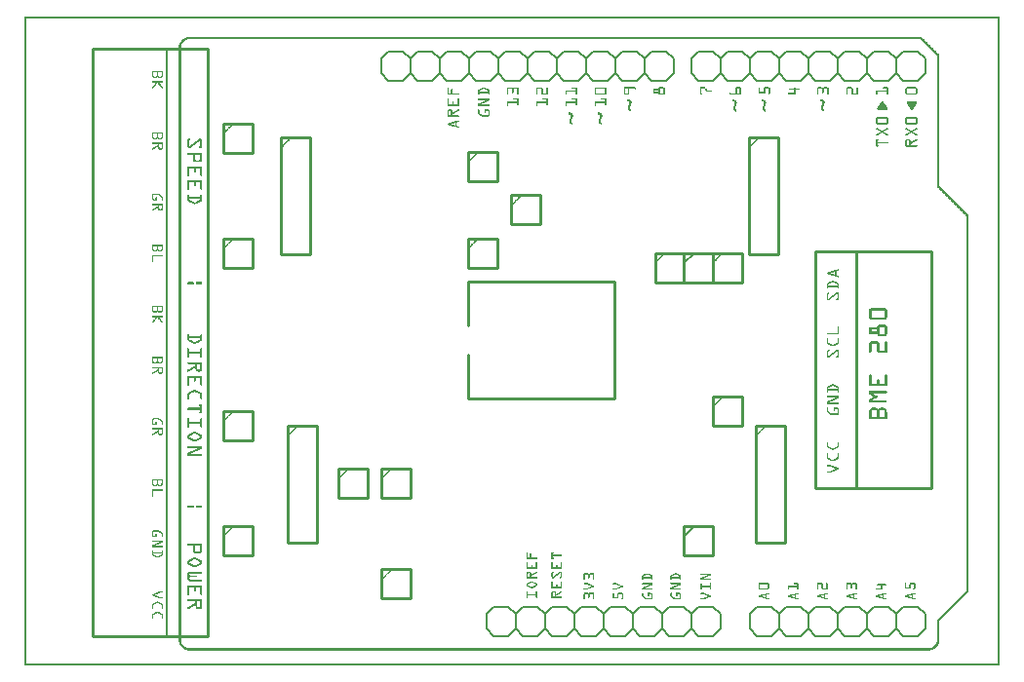
<source format=gto>
G04 MADE WITH FRITZING*
G04 WWW.FRITZING.ORG*
G04 DOUBLE SIDED*
G04 HOLES PLATED*
G04 CONTOUR ON CENTER OF CONTOUR VECTOR*
%ASAXBY*%
%FSLAX23Y23*%
%MOIN*%
%OFA0B0*%
%SFA1.0B1.0*%
%ADD10C,0.010000*%
%ADD11C,0.005000*%
%ADD12C,0.010417*%
%ADD13C,0.006000*%
%ADD14R,0.001000X0.001000*%
%LNSILK1*%
G90*
G70*
G54D10*
X232Y2111D02*
X232Y101D01*
D02*
X232Y101D02*
X627Y101D01*
D02*
X627Y101D02*
X627Y2111D01*
D02*
X627Y2111D02*
X232Y2111D01*
G54D11*
D02*
X485Y101D02*
X485Y2111D01*
G54D12*
D02*
X3098Y609D02*
X3098Y1419D01*
D02*
X3098Y1419D02*
X2702Y1419D01*
D02*
X2702Y1419D02*
X2702Y609D01*
D02*
X2702Y609D02*
X3098Y609D01*
D02*
X2844Y1419D02*
X2844Y609D01*
G54D13*
D02*
X2803Y202D02*
X2853Y202D01*
D02*
X2853Y202D02*
X2878Y177D01*
D02*
X2878Y177D02*
X2878Y127D01*
D02*
X2878Y127D02*
X2853Y102D01*
D02*
X2878Y177D02*
X2903Y202D01*
D02*
X2903Y202D02*
X2953Y202D01*
D02*
X2953Y202D02*
X2978Y177D01*
D02*
X2978Y177D02*
X2978Y127D01*
D02*
X2978Y127D02*
X2953Y102D01*
D02*
X2953Y102D02*
X2903Y102D01*
D02*
X2903Y102D02*
X2878Y127D01*
D02*
X2678Y177D02*
X2703Y202D01*
D02*
X2703Y202D02*
X2753Y202D01*
D02*
X2753Y202D02*
X2778Y177D01*
D02*
X2778Y177D02*
X2778Y127D01*
D02*
X2778Y127D02*
X2753Y102D01*
D02*
X2753Y102D02*
X2703Y102D01*
D02*
X2703Y102D02*
X2678Y127D01*
D02*
X2803Y202D02*
X2778Y177D01*
D02*
X2778Y127D02*
X2803Y102D01*
D02*
X2853Y102D02*
X2803Y102D01*
D02*
X2503Y202D02*
X2553Y202D01*
D02*
X2553Y202D02*
X2578Y177D01*
D02*
X2578Y177D02*
X2578Y127D01*
D02*
X2578Y127D02*
X2553Y102D01*
D02*
X2578Y177D02*
X2603Y202D01*
D02*
X2603Y202D02*
X2653Y202D01*
D02*
X2653Y202D02*
X2678Y177D01*
D02*
X2678Y177D02*
X2678Y127D01*
D02*
X2678Y127D02*
X2653Y102D01*
D02*
X2653Y102D02*
X2603Y102D01*
D02*
X2603Y102D02*
X2578Y127D01*
D02*
X2478Y177D02*
X2478Y127D01*
D02*
X2503Y202D02*
X2478Y177D01*
D02*
X2478Y127D02*
X2503Y102D01*
D02*
X2553Y102D02*
X2503Y102D01*
D02*
X3003Y202D02*
X3053Y202D01*
D02*
X3053Y202D02*
X3078Y177D01*
D02*
X3078Y177D02*
X3078Y127D01*
D02*
X3078Y127D02*
X3053Y102D01*
D02*
X3003Y202D02*
X2978Y177D01*
D02*
X2978Y127D02*
X3003Y102D01*
D02*
X3053Y102D02*
X3003Y102D01*
D02*
X1393Y2002D02*
X1343Y2002D01*
D02*
X1593Y2002D02*
X1543Y2002D01*
D02*
X1493Y2002D02*
X1443Y2002D01*
D02*
X1693Y2002D02*
X1643Y2002D01*
D02*
X1893Y2002D02*
X1843Y2002D01*
D02*
X1793Y2002D02*
X1743Y2002D01*
D02*
X1993Y2002D02*
X1943Y2002D01*
D02*
X2193Y2002D02*
X2143Y2002D01*
D02*
X2093Y2002D02*
X2043Y2002D01*
D02*
X1293Y2002D02*
X1243Y2002D01*
D02*
X1418Y2027D02*
X1393Y2002D01*
D02*
X1343Y2002D02*
X1318Y2027D01*
D02*
X1318Y2027D02*
X1318Y2077D01*
D02*
X1318Y2077D02*
X1343Y2102D01*
D02*
X1343Y2102D02*
X1393Y2102D01*
D02*
X1393Y2102D02*
X1418Y2077D01*
D02*
X1543Y2002D02*
X1518Y2027D01*
D02*
X1518Y2027D02*
X1518Y2077D01*
D02*
X1518Y2077D02*
X1543Y2102D01*
D02*
X1518Y2027D02*
X1493Y2002D01*
D02*
X1443Y2002D02*
X1418Y2027D01*
D02*
X1418Y2027D02*
X1418Y2077D01*
D02*
X1418Y2077D02*
X1443Y2102D01*
D02*
X1443Y2102D02*
X1493Y2102D01*
D02*
X1493Y2102D02*
X1518Y2077D01*
D02*
X1718Y2027D02*
X1693Y2002D01*
D02*
X1643Y2002D02*
X1618Y2027D01*
D02*
X1618Y2027D02*
X1618Y2077D01*
D02*
X1618Y2077D02*
X1643Y2102D01*
D02*
X1643Y2102D02*
X1693Y2102D01*
D02*
X1693Y2102D02*
X1718Y2077D01*
D02*
X1593Y2002D02*
X1618Y2027D01*
D02*
X1618Y2077D02*
X1593Y2102D01*
D02*
X1543Y2102D02*
X1593Y2102D01*
D02*
X1843Y2002D02*
X1818Y2027D01*
D02*
X1818Y2027D02*
X1818Y2077D01*
D02*
X1818Y2077D02*
X1843Y2102D01*
D02*
X1818Y2027D02*
X1793Y2002D01*
D02*
X1743Y2002D02*
X1718Y2027D01*
D02*
X1718Y2027D02*
X1718Y2077D01*
D02*
X1718Y2077D02*
X1743Y2102D01*
D02*
X1743Y2102D02*
X1793Y2102D01*
D02*
X1793Y2102D02*
X1818Y2077D01*
D02*
X2018Y2027D02*
X1993Y2002D01*
D02*
X1943Y2002D02*
X1918Y2027D01*
D02*
X1918Y2027D02*
X1918Y2077D01*
D02*
X1918Y2077D02*
X1943Y2102D01*
D02*
X1943Y2102D02*
X1993Y2102D01*
D02*
X1993Y2102D02*
X2018Y2077D01*
D02*
X1893Y2002D02*
X1918Y2027D01*
D02*
X1918Y2077D02*
X1893Y2102D01*
D02*
X1843Y2102D02*
X1893Y2102D01*
D02*
X2143Y2002D02*
X2118Y2027D01*
D02*
X2118Y2027D02*
X2118Y2077D01*
D02*
X2118Y2077D02*
X2143Y2102D01*
D02*
X2118Y2027D02*
X2093Y2002D01*
D02*
X2043Y2002D02*
X2018Y2027D01*
D02*
X2018Y2027D02*
X2018Y2077D01*
D02*
X2018Y2077D02*
X2043Y2102D01*
D02*
X2043Y2102D02*
X2093Y2102D01*
D02*
X2093Y2102D02*
X2118Y2077D01*
D02*
X2218Y2027D02*
X2218Y2077D01*
D02*
X2193Y2002D02*
X2218Y2027D01*
D02*
X2218Y2077D02*
X2193Y2102D01*
D02*
X2143Y2102D02*
X2193Y2102D01*
D02*
X1243Y2002D02*
X1218Y2027D01*
D02*
X1218Y2027D02*
X1218Y2077D01*
D02*
X1218Y2077D02*
X1243Y2102D01*
D02*
X1293Y2002D02*
X1318Y2027D01*
D02*
X1318Y2077D02*
X1293Y2102D01*
D02*
X1243Y2102D02*
X1293Y2102D01*
D02*
X2453Y2002D02*
X2403Y2002D01*
D02*
X2403Y2002D02*
X2378Y2027D01*
D02*
X2378Y2027D02*
X2378Y2077D01*
D02*
X2378Y2077D02*
X2403Y2102D01*
D02*
X2578Y2027D02*
X2553Y2002D01*
D02*
X2553Y2002D02*
X2503Y2002D01*
D02*
X2503Y2002D02*
X2478Y2027D01*
D02*
X2478Y2027D02*
X2478Y2077D01*
D02*
X2478Y2077D02*
X2503Y2102D01*
D02*
X2503Y2102D02*
X2553Y2102D01*
D02*
X2553Y2102D02*
X2578Y2077D01*
D02*
X2453Y2002D02*
X2478Y2027D01*
D02*
X2478Y2077D02*
X2453Y2102D01*
D02*
X2403Y2102D02*
X2453Y2102D01*
D02*
X2753Y2002D02*
X2703Y2002D01*
D02*
X2703Y2002D02*
X2678Y2027D01*
D02*
X2678Y2027D02*
X2678Y2077D01*
D02*
X2678Y2077D02*
X2703Y2102D01*
D02*
X2678Y2027D02*
X2653Y2002D01*
D02*
X2653Y2002D02*
X2603Y2002D01*
D02*
X2603Y2002D02*
X2578Y2027D01*
D02*
X2578Y2027D02*
X2578Y2077D01*
D02*
X2578Y2077D02*
X2603Y2102D01*
D02*
X2603Y2102D02*
X2653Y2102D01*
D02*
X2653Y2102D02*
X2678Y2077D01*
D02*
X2878Y2027D02*
X2853Y2002D01*
D02*
X2853Y2002D02*
X2803Y2002D01*
D02*
X2803Y2002D02*
X2778Y2027D01*
D02*
X2778Y2027D02*
X2778Y2077D01*
D02*
X2778Y2077D02*
X2803Y2102D01*
D02*
X2803Y2102D02*
X2853Y2102D01*
D02*
X2853Y2102D02*
X2878Y2077D01*
D02*
X2753Y2002D02*
X2778Y2027D01*
D02*
X2778Y2077D02*
X2753Y2102D01*
D02*
X2703Y2102D02*
X2753Y2102D01*
D02*
X3053Y2002D02*
X3003Y2002D01*
D02*
X3003Y2002D02*
X2978Y2027D01*
D02*
X2978Y2027D02*
X2978Y2077D01*
D02*
X2978Y2077D02*
X3003Y2102D01*
D02*
X2978Y2027D02*
X2953Y2002D01*
D02*
X2953Y2002D02*
X2903Y2002D01*
D02*
X2903Y2002D02*
X2878Y2027D01*
D02*
X2878Y2027D02*
X2878Y2077D01*
D02*
X2878Y2077D02*
X2903Y2102D01*
D02*
X2903Y2102D02*
X2953Y2102D01*
D02*
X2953Y2102D02*
X2978Y2077D01*
D02*
X3078Y2027D02*
X3078Y2077D01*
D02*
X3053Y2002D02*
X3078Y2027D01*
D02*
X3078Y2077D02*
X3053Y2102D01*
D02*
X3003Y2102D02*
X3053Y2102D01*
D02*
X2353Y2002D02*
X2303Y2002D01*
D02*
X2303Y2002D02*
X2278Y2027D01*
D02*
X2278Y2027D02*
X2278Y2077D01*
D02*
X2278Y2077D02*
X2303Y2102D01*
D02*
X2353Y2002D02*
X2378Y2027D01*
D02*
X2378Y2077D02*
X2353Y2102D01*
D02*
X2303Y2102D02*
X2353Y2102D01*
D02*
X2203Y202D02*
X2253Y202D01*
D02*
X2253Y202D02*
X2278Y177D01*
D02*
X2278Y177D02*
X2278Y127D01*
D02*
X2278Y127D02*
X2253Y102D01*
D02*
X2078Y177D02*
X2103Y202D01*
D02*
X2103Y202D02*
X2153Y202D01*
D02*
X2153Y202D02*
X2178Y177D01*
D02*
X2178Y177D02*
X2178Y127D01*
D02*
X2178Y127D02*
X2153Y102D01*
D02*
X2153Y102D02*
X2103Y102D01*
D02*
X2103Y102D02*
X2078Y127D01*
D02*
X2203Y202D02*
X2178Y177D01*
D02*
X2178Y127D02*
X2203Y102D01*
D02*
X2253Y102D02*
X2203Y102D01*
D02*
X1903Y202D02*
X1953Y202D01*
D02*
X1953Y202D02*
X1978Y177D01*
D02*
X1978Y177D02*
X1978Y127D01*
D02*
X1978Y127D02*
X1953Y102D01*
D02*
X1978Y177D02*
X2003Y202D01*
D02*
X2003Y202D02*
X2053Y202D01*
D02*
X2053Y202D02*
X2078Y177D01*
D02*
X2078Y177D02*
X2078Y127D01*
D02*
X2078Y127D02*
X2053Y102D01*
D02*
X2053Y102D02*
X2003Y102D01*
D02*
X2003Y102D02*
X1978Y127D01*
D02*
X1778Y177D02*
X1803Y202D01*
D02*
X1803Y202D02*
X1853Y202D01*
D02*
X1853Y202D02*
X1878Y177D01*
D02*
X1878Y177D02*
X1878Y127D01*
D02*
X1878Y127D02*
X1853Y102D01*
D02*
X1853Y102D02*
X1803Y102D01*
D02*
X1803Y102D02*
X1778Y127D01*
D02*
X1903Y202D02*
X1878Y177D01*
D02*
X1878Y127D02*
X1903Y102D01*
D02*
X1953Y102D02*
X1903Y102D01*
D02*
X1603Y202D02*
X1653Y202D01*
D02*
X1653Y202D02*
X1678Y177D01*
D02*
X1678Y177D02*
X1678Y127D01*
D02*
X1678Y127D02*
X1653Y102D01*
D02*
X1678Y177D02*
X1703Y202D01*
D02*
X1703Y202D02*
X1753Y202D01*
D02*
X1753Y202D02*
X1778Y177D01*
D02*
X1778Y177D02*
X1778Y127D01*
D02*
X1778Y127D02*
X1753Y102D01*
D02*
X1753Y102D02*
X1703Y102D01*
D02*
X1703Y102D02*
X1678Y127D01*
D02*
X1578Y177D02*
X1578Y127D01*
D02*
X1603Y202D02*
X1578Y177D01*
D02*
X1578Y127D02*
X1603Y102D01*
D02*
X1653Y102D02*
X1603Y102D01*
D02*
X2303Y202D02*
X2353Y202D01*
D02*
X2353Y202D02*
X2378Y177D01*
D02*
X2378Y177D02*
X2378Y127D01*
D02*
X2378Y127D02*
X2353Y102D01*
D02*
X2303Y202D02*
X2278Y177D01*
D02*
X2278Y127D02*
X2303Y102D01*
D02*
X2353Y102D02*
X2303Y102D01*
G54D10*
D02*
X876Y1807D02*
X876Y1407D01*
D02*
X876Y1407D02*
X976Y1407D01*
D02*
X976Y1407D02*
X976Y1807D01*
D02*
X976Y1807D02*
X876Y1807D01*
D02*
X901Y822D02*
X901Y422D01*
D02*
X901Y422D02*
X1001Y422D01*
D02*
X1001Y422D02*
X1001Y822D01*
D02*
X1001Y822D02*
X901Y822D01*
D02*
X2500Y822D02*
X2500Y422D01*
D02*
X2500Y422D02*
X2600Y422D01*
D02*
X2600Y422D02*
X2600Y822D01*
D02*
X2600Y822D02*
X2500Y822D01*
D02*
X2475Y1807D02*
X2475Y1407D01*
D02*
X2475Y1407D02*
X2575Y1407D01*
D02*
X2575Y1407D02*
X2575Y1807D01*
D02*
X2575Y1807D02*
X2475Y1807D01*
D02*
X1221Y675D02*
X1221Y575D01*
D02*
X1221Y575D02*
X1321Y575D01*
D02*
X1321Y575D02*
X1321Y675D01*
D02*
X1321Y675D02*
X1221Y675D01*
D02*
X1221Y330D02*
X1221Y230D01*
D02*
X1221Y230D02*
X1321Y230D01*
D02*
X1321Y230D02*
X1321Y330D01*
D02*
X1321Y330D02*
X1221Y330D01*
D02*
X1516Y1757D02*
X1516Y1657D01*
D02*
X1516Y1657D02*
X1616Y1657D01*
D02*
X1616Y1657D02*
X1616Y1757D01*
D02*
X1616Y1757D02*
X1516Y1757D01*
D02*
X1516Y1462D02*
X1516Y1362D01*
D02*
X1516Y1362D02*
X1616Y1362D01*
D02*
X1616Y1362D02*
X1616Y1462D01*
D02*
X1616Y1462D02*
X1516Y1462D01*
D02*
X2353Y921D02*
X2353Y821D01*
D02*
X2353Y821D02*
X2453Y821D01*
D02*
X2453Y821D02*
X2453Y921D01*
D02*
X2453Y921D02*
X2353Y921D01*
D02*
X2254Y478D02*
X2254Y378D01*
D02*
X2254Y378D02*
X2354Y378D01*
D02*
X2354Y378D02*
X2354Y478D01*
D02*
X2354Y478D02*
X2254Y478D01*
G54D11*
D02*
X2254Y443D02*
X2289Y478D01*
G54D10*
D02*
X2353Y1413D02*
X2353Y1313D01*
D02*
X2353Y1313D02*
X2453Y1313D01*
D02*
X2453Y1313D02*
X2453Y1413D01*
D02*
X2453Y1413D02*
X2353Y1413D01*
D02*
X680Y478D02*
X680Y378D01*
D02*
X680Y378D02*
X780Y378D01*
D02*
X780Y378D02*
X780Y478D01*
D02*
X780Y478D02*
X680Y478D01*
D02*
X680Y871D02*
X680Y771D01*
D02*
X680Y771D02*
X780Y771D01*
D02*
X780Y771D02*
X780Y871D01*
D02*
X780Y871D02*
X680Y871D01*
D02*
X680Y1462D02*
X680Y1362D01*
D02*
X680Y1362D02*
X780Y1362D01*
D02*
X780Y1362D02*
X780Y1462D01*
D02*
X780Y1462D02*
X680Y1462D01*
D02*
X680Y1856D02*
X680Y1756D01*
D02*
X680Y1756D02*
X780Y1756D01*
D02*
X780Y1756D02*
X780Y1856D01*
D02*
X780Y1856D02*
X680Y1856D01*
D02*
X1073Y675D02*
X1073Y575D01*
D02*
X1073Y575D02*
X1173Y575D01*
D02*
X1173Y575D02*
X1173Y675D01*
D02*
X1173Y675D02*
X1073Y675D01*
D02*
X1664Y1610D02*
X1664Y1510D01*
D02*
X1664Y1510D02*
X1764Y1510D01*
D02*
X1764Y1510D02*
X1764Y1610D01*
D02*
X1764Y1610D02*
X1664Y1610D01*
D02*
X2156Y1413D02*
X2156Y1313D01*
D02*
X2156Y1313D02*
X2256Y1313D01*
D02*
X2256Y1413D02*
X2156Y1413D01*
D02*
X2254Y1313D02*
X2354Y1313D01*
D02*
X2354Y1313D02*
X2354Y1413D01*
D02*
X2354Y1413D02*
X2254Y1413D01*
G54D11*
D02*
X2254Y1378D02*
X2289Y1413D01*
G54D10*
D02*
X1516Y914D02*
X2016Y914D01*
D02*
X2016Y914D02*
X2016Y1314D01*
D02*
X2016Y1314D02*
X1516Y1314D01*
D02*
X1516Y914D02*
X1516Y1064D01*
D02*
X1516Y1164D02*
X1516Y1314D01*
G54D14*
X0Y2222D02*
X3332Y2222D01*
X0Y2221D02*
X3332Y2221D01*
X0Y2220D02*
X3332Y2220D01*
X0Y2219D02*
X3332Y2219D01*
X0Y2218D02*
X3332Y2218D01*
X0Y2217D02*
X3332Y2217D01*
X0Y2216D02*
X3332Y2216D01*
X0Y2215D02*
X3332Y2215D01*
X0Y2214D02*
X7Y2214D01*
X3325Y2214D02*
X3332Y2214D01*
X0Y2213D02*
X7Y2213D01*
X3325Y2213D02*
X3332Y2213D01*
X0Y2212D02*
X7Y2212D01*
X3325Y2212D02*
X3332Y2212D01*
X0Y2211D02*
X7Y2211D01*
X3325Y2211D02*
X3332Y2211D01*
X0Y2210D02*
X7Y2210D01*
X3325Y2210D02*
X3332Y2210D01*
X0Y2209D02*
X7Y2209D01*
X3325Y2209D02*
X3332Y2209D01*
X0Y2208D02*
X7Y2208D01*
X3325Y2208D02*
X3332Y2208D01*
X0Y2207D02*
X7Y2207D01*
X3325Y2207D02*
X3332Y2207D01*
X0Y2206D02*
X7Y2206D01*
X3325Y2206D02*
X3332Y2206D01*
X0Y2205D02*
X7Y2205D01*
X3325Y2205D02*
X3332Y2205D01*
X0Y2204D02*
X7Y2204D01*
X3325Y2204D02*
X3332Y2204D01*
X0Y2203D02*
X7Y2203D01*
X3325Y2203D02*
X3332Y2203D01*
X0Y2202D02*
X7Y2202D01*
X3325Y2202D02*
X3332Y2202D01*
X0Y2201D02*
X7Y2201D01*
X3325Y2201D02*
X3332Y2201D01*
X0Y2200D02*
X7Y2200D01*
X3325Y2200D02*
X3332Y2200D01*
X0Y2199D02*
X7Y2199D01*
X3325Y2199D02*
X3332Y2199D01*
X0Y2198D02*
X7Y2198D01*
X3325Y2198D02*
X3332Y2198D01*
X0Y2197D02*
X7Y2197D01*
X3325Y2197D02*
X3332Y2197D01*
X0Y2196D02*
X7Y2196D01*
X3325Y2196D02*
X3332Y2196D01*
X0Y2195D02*
X7Y2195D01*
X3325Y2195D02*
X3332Y2195D01*
X0Y2194D02*
X7Y2194D01*
X3325Y2194D02*
X3332Y2194D01*
X0Y2193D02*
X7Y2193D01*
X3325Y2193D02*
X3332Y2193D01*
X0Y2192D02*
X7Y2192D01*
X3325Y2192D02*
X3332Y2192D01*
X0Y2191D02*
X7Y2191D01*
X3325Y2191D02*
X3332Y2191D01*
X0Y2190D02*
X7Y2190D01*
X3325Y2190D02*
X3332Y2190D01*
X0Y2189D02*
X7Y2189D01*
X3325Y2189D02*
X3332Y2189D01*
X0Y2188D02*
X7Y2188D01*
X3325Y2188D02*
X3332Y2188D01*
X0Y2187D02*
X7Y2187D01*
X3325Y2187D02*
X3332Y2187D01*
X0Y2186D02*
X7Y2186D01*
X3325Y2186D02*
X3332Y2186D01*
X0Y2185D02*
X7Y2185D01*
X3325Y2185D02*
X3332Y2185D01*
X0Y2184D02*
X7Y2184D01*
X3325Y2184D02*
X3332Y2184D01*
X0Y2183D02*
X7Y2183D01*
X3325Y2183D02*
X3332Y2183D01*
X0Y2182D02*
X7Y2182D01*
X3325Y2182D02*
X3332Y2182D01*
X0Y2181D02*
X7Y2181D01*
X3325Y2181D02*
X3332Y2181D01*
X0Y2180D02*
X7Y2180D01*
X3325Y2180D02*
X3332Y2180D01*
X0Y2179D02*
X7Y2179D01*
X3325Y2179D02*
X3332Y2179D01*
X0Y2178D02*
X7Y2178D01*
X3325Y2178D02*
X3332Y2178D01*
X0Y2177D02*
X7Y2177D01*
X3325Y2177D02*
X3332Y2177D01*
X0Y2176D02*
X7Y2176D01*
X3325Y2176D02*
X3332Y2176D01*
X0Y2175D02*
X7Y2175D01*
X3325Y2175D02*
X3332Y2175D01*
X0Y2174D02*
X7Y2174D01*
X3325Y2174D02*
X3332Y2174D01*
X0Y2173D02*
X7Y2173D01*
X3325Y2173D02*
X3332Y2173D01*
X0Y2172D02*
X7Y2172D01*
X3325Y2172D02*
X3332Y2172D01*
X0Y2171D02*
X7Y2171D01*
X3325Y2171D02*
X3332Y2171D01*
X0Y2170D02*
X7Y2170D01*
X3325Y2170D02*
X3332Y2170D01*
X0Y2169D02*
X7Y2169D01*
X3325Y2169D02*
X3332Y2169D01*
X0Y2168D02*
X7Y2168D01*
X3325Y2168D02*
X3332Y2168D01*
X0Y2167D02*
X7Y2167D01*
X3325Y2167D02*
X3332Y2167D01*
X0Y2166D02*
X7Y2166D01*
X3325Y2166D02*
X3332Y2166D01*
X0Y2165D02*
X7Y2165D01*
X3325Y2165D02*
X3332Y2165D01*
X0Y2164D02*
X7Y2164D01*
X3325Y2164D02*
X3332Y2164D01*
X0Y2163D02*
X7Y2163D01*
X3325Y2163D02*
X3332Y2163D01*
X0Y2162D02*
X7Y2162D01*
X3325Y2162D02*
X3332Y2162D01*
X0Y2161D02*
X7Y2161D01*
X3325Y2161D02*
X3332Y2161D01*
X0Y2160D02*
X7Y2160D01*
X3325Y2160D02*
X3332Y2160D01*
X0Y2159D02*
X7Y2159D01*
X3325Y2159D02*
X3332Y2159D01*
X0Y2158D02*
X7Y2158D01*
X3325Y2158D02*
X3332Y2158D01*
X0Y2157D02*
X7Y2157D01*
X3325Y2157D02*
X3332Y2157D01*
X0Y2156D02*
X7Y2156D01*
X3325Y2156D02*
X3332Y2156D01*
X0Y2155D02*
X7Y2155D01*
X3325Y2155D02*
X3332Y2155D01*
X0Y2154D02*
X7Y2154D01*
X3325Y2154D02*
X3332Y2154D01*
X0Y2153D02*
X7Y2153D01*
X3325Y2153D02*
X3332Y2153D01*
X0Y2152D02*
X7Y2152D01*
X561Y2152D02*
X3064Y2152D01*
X3325Y2152D02*
X3332Y2152D01*
X0Y2151D02*
X7Y2151D01*
X556Y2151D02*
X3066Y2151D01*
X3325Y2151D02*
X3332Y2151D01*
X0Y2150D02*
X7Y2150D01*
X553Y2150D02*
X3067Y2150D01*
X3325Y2150D02*
X3332Y2150D01*
X0Y2149D02*
X7Y2149D01*
X550Y2149D02*
X3068Y2149D01*
X3325Y2149D02*
X3332Y2149D01*
X0Y2148D02*
X7Y2148D01*
X548Y2148D02*
X3069Y2148D01*
X3325Y2148D02*
X3332Y2148D01*
X0Y2147D02*
X7Y2147D01*
X546Y2147D02*
X3070Y2147D01*
X3325Y2147D02*
X3332Y2147D01*
X0Y2146D02*
X7Y2146D01*
X545Y2146D02*
X3071Y2146D01*
X3325Y2146D02*
X3332Y2146D01*
X0Y2145D02*
X7Y2145D01*
X543Y2145D02*
X3072Y2145D01*
X3325Y2145D02*
X3332Y2145D01*
X0Y2144D02*
X7Y2144D01*
X542Y2144D02*
X561Y2144D01*
X3062Y2144D02*
X3073Y2144D01*
X3325Y2144D02*
X3332Y2144D01*
X0Y2143D02*
X7Y2143D01*
X541Y2143D02*
X556Y2143D01*
X3063Y2143D02*
X3074Y2143D01*
X3325Y2143D02*
X3332Y2143D01*
X0Y2142D02*
X7Y2142D01*
X540Y2142D02*
X553Y2142D01*
X3064Y2142D02*
X3075Y2142D01*
X3325Y2142D02*
X3332Y2142D01*
X0Y2141D02*
X7Y2141D01*
X539Y2141D02*
X551Y2141D01*
X3065Y2141D02*
X3076Y2141D01*
X3325Y2141D02*
X3332Y2141D01*
X0Y2140D02*
X7Y2140D01*
X538Y2140D02*
X549Y2140D01*
X3066Y2140D02*
X3077Y2140D01*
X3325Y2140D02*
X3332Y2140D01*
X0Y2139D02*
X7Y2139D01*
X537Y2139D02*
X548Y2139D01*
X3067Y2139D02*
X3078Y2139D01*
X3325Y2139D02*
X3332Y2139D01*
X0Y2138D02*
X7Y2138D01*
X536Y2138D02*
X546Y2138D01*
X3068Y2138D02*
X3079Y2138D01*
X3325Y2138D02*
X3332Y2138D01*
X0Y2137D02*
X7Y2137D01*
X535Y2137D02*
X545Y2137D01*
X3069Y2137D02*
X3080Y2137D01*
X3325Y2137D02*
X3332Y2137D01*
X0Y2136D02*
X7Y2136D01*
X534Y2136D02*
X544Y2136D01*
X3070Y2136D02*
X3081Y2136D01*
X3325Y2136D02*
X3332Y2136D01*
X0Y2135D02*
X7Y2135D01*
X534Y2135D02*
X543Y2135D01*
X3071Y2135D02*
X3082Y2135D01*
X3325Y2135D02*
X3332Y2135D01*
X0Y2134D02*
X7Y2134D01*
X533Y2134D02*
X542Y2134D01*
X3072Y2134D02*
X3083Y2134D01*
X3325Y2134D02*
X3332Y2134D01*
X0Y2133D02*
X7Y2133D01*
X532Y2133D02*
X541Y2133D01*
X3073Y2133D02*
X3084Y2133D01*
X3325Y2133D02*
X3332Y2133D01*
X0Y2132D02*
X7Y2132D01*
X532Y2132D02*
X540Y2132D01*
X3074Y2132D02*
X3085Y2132D01*
X3325Y2132D02*
X3332Y2132D01*
X0Y2131D02*
X7Y2131D01*
X531Y2131D02*
X539Y2131D01*
X3075Y2131D02*
X3086Y2131D01*
X3325Y2131D02*
X3332Y2131D01*
X0Y2130D02*
X7Y2130D01*
X531Y2130D02*
X539Y2130D01*
X3076Y2130D02*
X3087Y2130D01*
X3325Y2130D02*
X3332Y2130D01*
X0Y2129D02*
X7Y2129D01*
X530Y2129D02*
X538Y2129D01*
X3077Y2129D02*
X3088Y2129D01*
X3325Y2129D02*
X3332Y2129D01*
X0Y2128D02*
X7Y2128D01*
X530Y2128D02*
X538Y2128D01*
X3078Y2128D02*
X3089Y2128D01*
X3325Y2128D02*
X3332Y2128D01*
X0Y2127D02*
X7Y2127D01*
X529Y2127D02*
X537Y2127D01*
X3079Y2127D02*
X3090Y2127D01*
X3325Y2127D02*
X3332Y2127D01*
X0Y2126D02*
X7Y2126D01*
X529Y2126D02*
X537Y2126D01*
X3080Y2126D02*
X3091Y2126D01*
X3325Y2126D02*
X3332Y2126D01*
X0Y2125D02*
X7Y2125D01*
X529Y2125D02*
X536Y2125D01*
X3081Y2125D02*
X3092Y2125D01*
X3325Y2125D02*
X3332Y2125D01*
X0Y2124D02*
X7Y2124D01*
X528Y2124D02*
X536Y2124D01*
X3082Y2124D02*
X3093Y2124D01*
X3325Y2124D02*
X3332Y2124D01*
X0Y2123D02*
X7Y2123D01*
X528Y2123D02*
X535Y2123D01*
X3083Y2123D02*
X3094Y2123D01*
X3325Y2123D02*
X3332Y2123D01*
X0Y2122D02*
X7Y2122D01*
X528Y2122D02*
X535Y2122D01*
X3084Y2122D02*
X3095Y2122D01*
X3325Y2122D02*
X3332Y2122D01*
X0Y2121D02*
X7Y2121D01*
X528Y2121D02*
X535Y2121D01*
X3085Y2121D02*
X3096Y2121D01*
X3325Y2121D02*
X3332Y2121D01*
X0Y2120D02*
X7Y2120D01*
X527Y2120D02*
X535Y2120D01*
X3086Y2120D02*
X3097Y2120D01*
X3325Y2120D02*
X3332Y2120D01*
X0Y2119D02*
X7Y2119D01*
X527Y2119D02*
X534Y2119D01*
X3087Y2119D02*
X3098Y2119D01*
X3325Y2119D02*
X3332Y2119D01*
X0Y2118D02*
X7Y2118D01*
X527Y2118D02*
X534Y2118D01*
X3088Y2118D02*
X3099Y2118D01*
X3325Y2118D02*
X3332Y2118D01*
X0Y2117D02*
X7Y2117D01*
X527Y2117D02*
X534Y2117D01*
X3089Y2117D02*
X3100Y2117D01*
X3325Y2117D02*
X3332Y2117D01*
X0Y2116D02*
X7Y2116D01*
X527Y2116D02*
X534Y2116D01*
X3090Y2116D02*
X3101Y2116D01*
X3325Y2116D02*
X3332Y2116D01*
X0Y2115D02*
X7Y2115D01*
X527Y2115D02*
X534Y2115D01*
X3091Y2115D02*
X3102Y2115D01*
X3325Y2115D02*
X3332Y2115D01*
X0Y2114D02*
X7Y2114D01*
X527Y2114D02*
X534Y2114D01*
X3092Y2114D02*
X3103Y2114D01*
X3325Y2114D02*
X3332Y2114D01*
X0Y2113D02*
X7Y2113D01*
X527Y2113D02*
X534Y2113D01*
X3093Y2113D02*
X3104Y2113D01*
X3325Y2113D02*
X3332Y2113D01*
X0Y2112D02*
X7Y2112D01*
X527Y2112D02*
X534Y2112D01*
X3094Y2112D02*
X3105Y2112D01*
X3325Y2112D02*
X3332Y2112D01*
X0Y2111D02*
X7Y2111D01*
X527Y2111D02*
X534Y2111D01*
X3095Y2111D02*
X3106Y2111D01*
X3325Y2111D02*
X3332Y2111D01*
X0Y2110D02*
X7Y2110D01*
X527Y2110D02*
X534Y2110D01*
X3096Y2110D02*
X3107Y2110D01*
X3325Y2110D02*
X3332Y2110D01*
X0Y2109D02*
X7Y2109D01*
X527Y2109D02*
X534Y2109D01*
X3097Y2109D02*
X3108Y2109D01*
X3325Y2109D02*
X3332Y2109D01*
X0Y2108D02*
X7Y2108D01*
X527Y2108D02*
X534Y2108D01*
X3098Y2108D02*
X3109Y2108D01*
X3325Y2108D02*
X3332Y2108D01*
X0Y2107D02*
X7Y2107D01*
X527Y2107D02*
X534Y2107D01*
X3099Y2107D02*
X3110Y2107D01*
X3325Y2107D02*
X3332Y2107D01*
X0Y2106D02*
X7Y2106D01*
X527Y2106D02*
X534Y2106D01*
X3100Y2106D02*
X3111Y2106D01*
X3325Y2106D02*
X3332Y2106D01*
X0Y2105D02*
X7Y2105D01*
X527Y2105D02*
X534Y2105D01*
X3101Y2105D02*
X3112Y2105D01*
X3325Y2105D02*
X3332Y2105D01*
X0Y2104D02*
X7Y2104D01*
X527Y2104D02*
X534Y2104D01*
X3102Y2104D02*
X3113Y2104D01*
X3325Y2104D02*
X3332Y2104D01*
X0Y2103D02*
X7Y2103D01*
X527Y2103D02*
X534Y2103D01*
X3103Y2103D02*
X3114Y2103D01*
X3325Y2103D02*
X3332Y2103D01*
X0Y2102D02*
X7Y2102D01*
X527Y2102D02*
X534Y2102D01*
X3104Y2102D02*
X3115Y2102D01*
X3325Y2102D02*
X3332Y2102D01*
X0Y2101D02*
X7Y2101D01*
X527Y2101D02*
X534Y2101D01*
X3105Y2101D02*
X3116Y2101D01*
X3325Y2101D02*
X3332Y2101D01*
X0Y2100D02*
X7Y2100D01*
X527Y2100D02*
X534Y2100D01*
X3106Y2100D02*
X3117Y2100D01*
X3325Y2100D02*
X3332Y2100D01*
X0Y2099D02*
X7Y2099D01*
X527Y2099D02*
X534Y2099D01*
X3107Y2099D02*
X3118Y2099D01*
X3325Y2099D02*
X3332Y2099D01*
X0Y2098D02*
X7Y2098D01*
X527Y2098D02*
X534Y2098D01*
X3108Y2098D02*
X3119Y2098D01*
X3325Y2098D02*
X3332Y2098D01*
X0Y2097D02*
X7Y2097D01*
X527Y2097D02*
X534Y2097D01*
X3109Y2097D02*
X3120Y2097D01*
X3325Y2097D02*
X3332Y2097D01*
X0Y2096D02*
X7Y2096D01*
X527Y2096D02*
X534Y2096D01*
X3110Y2096D02*
X3121Y2096D01*
X3325Y2096D02*
X3332Y2096D01*
X0Y2095D02*
X7Y2095D01*
X527Y2095D02*
X534Y2095D01*
X3111Y2095D02*
X3122Y2095D01*
X3325Y2095D02*
X3332Y2095D01*
X0Y2094D02*
X7Y2094D01*
X527Y2094D02*
X534Y2094D01*
X3112Y2094D02*
X3123Y2094D01*
X3325Y2094D02*
X3332Y2094D01*
X0Y2093D02*
X7Y2093D01*
X527Y2093D02*
X534Y2093D01*
X3113Y2093D02*
X3124Y2093D01*
X3325Y2093D02*
X3332Y2093D01*
X0Y2092D02*
X7Y2092D01*
X527Y2092D02*
X534Y2092D01*
X3114Y2092D02*
X3125Y2092D01*
X3325Y2092D02*
X3332Y2092D01*
X0Y2091D02*
X7Y2091D01*
X527Y2091D02*
X534Y2091D01*
X3115Y2091D02*
X3126Y2091D01*
X3325Y2091D02*
X3332Y2091D01*
X0Y2090D02*
X7Y2090D01*
X527Y2090D02*
X534Y2090D01*
X3116Y2090D02*
X3127Y2090D01*
X3325Y2090D02*
X3332Y2090D01*
X0Y2089D02*
X7Y2089D01*
X527Y2089D02*
X534Y2089D01*
X3117Y2089D02*
X3127Y2089D01*
X3325Y2089D02*
X3332Y2089D01*
X0Y2088D02*
X7Y2088D01*
X527Y2088D02*
X534Y2088D01*
X3118Y2088D02*
X3127Y2088D01*
X3325Y2088D02*
X3332Y2088D01*
X0Y2087D02*
X7Y2087D01*
X527Y2087D02*
X534Y2087D01*
X3119Y2087D02*
X3127Y2087D01*
X3325Y2087D02*
X3332Y2087D01*
X0Y2086D02*
X7Y2086D01*
X527Y2086D02*
X534Y2086D01*
X3120Y2086D02*
X3127Y2086D01*
X3325Y2086D02*
X3332Y2086D01*
X0Y2085D02*
X7Y2085D01*
X527Y2085D02*
X534Y2085D01*
X3120Y2085D02*
X3127Y2085D01*
X3325Y2085D02*
X3332Y2085D01*
X0Y2084D02*
X7Y2084D01*
X527Y2084D02*
X534Y2084D01*
X3120Y2084D02*
X3127Y2084D01*
X3325Y2084D02*
X3332Y2084D01*
X0Y2083D02*
X7Y2083D01*
X527Y2083D02*
X534Y2083D01*
X3120Y2083D02*
X3127Y2083D01*
X3325Y2083D02*
X3332Y2083D01*
X0Y2082D02*
X7Y2082D01*
X527Y2082D02*
X534Y2082D01*
X3120Y2082D02*
X3127Y2082D01*
X3325Y2082D02*
X3332Y2082D01*
X0Y2081D02*
X7Y2081D01*
X527Y2081D02*
X534Y2081D01*
X3120Y2081D02*
X3127Y2081D01*
X3325Y2081D02*
X3332Y2081D01*
X0Y2080D02*
X7Y2080D01*
X527Y2080D02*
X534Y2080D01*
X3120Y2080D02*
X3127Y2080D01*
X3325Y2080D02*
X3332Y2080D01*
X0Y2079D02*
X7Y2079D01*
X527Y2079D02*
X534Y2079D01*
X3120Y2079D02*
X3127Y2079D01*
X3325Y2079D02*
X3332Y2079D01*
X0Y2078D02*
X7Y2078D01*
X527Y2078D02*
X534Y2078D01*
X3120Y2078D02*
X3127Y2078D01*
X3325Y2078D02*
X3332Y2078D01*
X0Y2077D02*
X7Y2077D01*
X527Y2077D02*
X534Y2077D01*
X3120Y2077D02*
X3127Y2077D01*
X3325Y2077D02*
X3332Y2077D01*
X0Y2076D02*
X7Y2076D01*
X527Y2076D02*
X534Y2076D01*
X3120Y2076D02*
X3127Y2076D01*
X3325Y2076D02*
X3332Y2076D01*
X0Y2075D02*
X7Y2075D01*
X527Y2075D02*
X534Y2075D01*
X3120Y2075D02*
X3127Y2075D01*
X3325Y2075D02*
X3332Y2075D01*
X0Y2074D02*
X7Y2074D01*
X527Y2074D02*
X534Y2074D01*
X3120Y2074D02*
X3127Y2074D01*
X3325Y2074D02*
X3332Y2074D01*
X0Y2073D02*
X7Y2073D01*
X527Y2073D02*
X534Y2073D01*
X3120Y2073D02*
X3127Y2073D01*
X3325Y2073D02*
X3332Y2073D01*
X0Y2072D02*
X7Y2072D01*
X527Y2072D02*
X534Y2072D01*
X3120Y2072D02*
X3127Y2072D01*
X3325Y2072D02*
X3332Y2072D01*
X0Y2071D02*
X7Y2071D01*
X527Y2071D02*
X534Y2071D01*
X3120Y2071D02*
X3127Y2071D01*
X3325Y2071D02*
X3332Y2071D01*
X0Y2070D02*
X7Y2070D01*
X527Y2070D02*
X534Y2070D01*
X3120Y2070D02*
X3127Y2070D01*
X3325Y2070D02*
X3332Y2070D01*
X0Y2069D02*
X7Y2069D01*
X527Y2069D02*
X534Y2069D01*
X3120Y2069D02*
X3127Y2069D01*
X3325Y2069D02*
X3332Y2069D01*
X0Y2068D02*
X7Y2068D01*
X527Y2068D02*
X534Y2068D01*
X3120Y2068D02*
X3127Y2068D01*
X3325Y2068D02*
X3332Y2068D01*
X0Y2067D02*
X7Y2067D01*
X527Y2067D02*
X534Y2067D01*
X3120Y2067D02*
X3127Y2067D01*
X3325Y2067D02*
X3332Y2067D01*
X0Y2066D02*
X7Y2066D01*
X527Y2066D02*
X534Y2066D01*
X3120Y2066D02*
X3127Y2066D01*
X3325Y2066D02*
X3332Y2066D01*
X0Y2065D02*
X7Y2065D01*
X527Y2065D02*
X534Y2065D01*
X3120Y2065D02*
X3127Y2065D01*
X3325Y2065D02*
X3332Y2065D01*
X0Y2064D02*
X7Y2064D01*
X527Y2064D02*
X534Y2064D01*
X3120Y2064D02*
X3127Y2064D01*
X3325Y2064D02*
X3332Y2064D01*
X0Y2063D02*
X7Y2063D01*
X527Y2063D02*
X534Y2063D01*
X3120Y2063D02*
X3127Y2063D01*
X3325Y2063D02*
X3332Y2063D01*
X0Y2062D02*
X7Y2062D01*
X527Y2062D02*
X534Y2062D01*
X3120Y2062D02*
X3127Y2062D01*
X3325Y2062D02*
X3332Y2062D01*
X0Y2061D02*
X7Y2061D01*
X527Y2061D02*
X534Y2061D01*
X3120Y2061D02*
X3127Y2061D01*
X3325Y2061D02*
X3332Y2061D01*
X0Y2060D02*
X7Y2060D01*
X527Y2060D02*
X534Y2060D01*
X3120Y2060D02*
X3127Y2060D01*
X3325Y2060D02*
X3332Y2060D01*
X0Y2059D02*
X7Y2059D01*
X527Y2059D02*
X534Y2059D01*
X3120Y2059D02*
X3127Y2059D01*
X3325Y2059D02*
X3332Y2059D01*
X0Y2058D02*
X7Y2058D01*
X527Y2058D02*
X534Y2058D01*
X3120Y2058D02*
X3127Y2058D01*
X3325Y2058D02*
X3332Y2058D01*
X0Y2057D02*
X7Y2057D01*
X527Y2057D02*
X534Y2057D01*
X3120Y2057D02*
X3127Y2057D01*
X3325Y2057D02*
X3332Y2057D01*
X0Y2056D02*
X7Y2056D01*
X527Y2056D02*
X534Y2056D01*
X3120Y2056D02*
X3127Y2056D01*
X3325Y2056D02*
X3332Y2056D01*
X0Y2055D02*
X7Y2055D01*
X527Y2055D02*
X534Y2055D01*
X3120Y2055D02*
X3127Y2055D01*
X3325Y2055D02*
X3332Y2055D01*
X0Y2054D02*
X7Y2054D01*
X527Y2054D02*
X534Y2054D01*
X3120Y2054D02*
X3127Y2054D01*
X3325Y2054D02*
X3332Y2054D01*
X0Y2053D02*
X7Y2053D01*
X527Y2053D02*
X534Y2053D01*
X3120Y2053D02*
X3127Y2053D01*
X3325Y2053D02*
X3332Y2053D01*
X0Y2052D02*
X7Y2052D01*
X527Y2052D02*
X534Y2052D01*
X3120Y2052D02*
X3127Y2052D01*
X3325Y2052D02*
X3332Y2052D01*
X0Y2051D02*
X7Y2051D01*
X527Y2051D02*
X534Y2051D01*
X3120Y2051D02*
X3127Y2051D01*
X3325Y2051D02*
X3332Y2051D01*
X0Y2050D02*
X7Y2050D01*
X527Y2050D02*
X534Y2050D01*
X3120Y2050D02*
X3127Y2050D01*
X3325Y2050D02*
X3332Y2050D01*
X0Y2049D02*
X7Y2049D01*
X527Y2049D02*
X534Y2049D01*
X3120Y2049D02*
X3127Y2049D01*
X3325Y2049D02*
X3332Y2049D01*
X0Y2048D02*
X7Y2048D01*
X527Y2048D02*
X534Y2048D01*
X3120Y2048D02*
X3127Y2048D01*
X3325Y2048D02*
X3332Y2048D01*
X0Y2047D02*
X7Y2047D01*
X527Y2047D02*
X534Y2047D01*
X3120Y2047D02*
X3127Y2047D01*
X3325Y2047D02*
X3332Y2047D01*
X0Y2046D02*
X7Y2046D01*
X527Y2046D02*
X534Y2046D01*
X3120Y2046D02*
X3127Y2046D01*
X3325Y2046D02*
X3332Y2046D01*
X0Y2045D02*
X7Y2045D01*
X527Y2045D02*
X534Y2045D01*
X3120Y2045D02*
X3127Y2045D01*
X3325Y2045D02*
X3332Y2045D01*
X0Y2044D02*
X7Y2044D01*
X527Y2044D02*
X534Y2044D01*
X3120Y2044D02*
X3127Y2044D01*
X3325Y2044D02*
X3332Y2044D01*
X0Y2043D02*
X7Y2043D01*
X527Y2043D02*
X534Y2043D01*
X3120Y2043D02*
X3127Y2043D01*
X3325Y2043D02*
X3332Y2043D01*
X0Y2042D02*
X7Y2042D01*
X527Y2042D02*
X534Y2042D01*
X3120Y2042D02*
X3127Y2042D01*
X3325Y2042D02*
X3332Y2042D01*
X0Y2041D02*
X7Y2041D01*
X527Y2041D02*
X534Y2041D01*
X3120Y2041D02*
X3127Y2041D01*
X3325Y2041D02*
X3332Y2041D01*
X0Y2040D02*
X7Y2040D01*
X527Y2040D02*
X534Y2040D01*
X3120Y2040D02*
X3127Y2040D01*
X3325Y2040D02*
X3332Y2040D01*
X0Y2039D02*
X7Y2039D01*
X527Y2039D02*
X534Y2039D01*
X3120Y2039D02*
X3127Y2039D01*
X3325Y2039D02*
X3332Y2039D01*
X0Y2038D02*
X7Y2038D01*
X527Y2038D02*
X534Y2038D01*
X3120Y2038D02*
X3127Y2038D01*
X3325Y2038D02*
X3332Y2038D01*
X0Y2037D02*
X7Y2037D01*
X527Y2037D02*
X534Y2037D01*
X3120Y2037D02*
X3127Y2037D01*
X3325Y2037D02*
X3332Y2037D01*
X0Y2036D02*
X7Y2036D01*
X527Y2036D02*
X534Y2036D01*
X3120Y2036D02*
X3127Y2036D01*
X3325Y2036D02*
X3332Y2036D01*
X0Y2035D02*
X7Y2035D01*
X436Y2035D02*
X472Y2035D01*
X527Y2035D02*
X534Y2035D01*
X3120Y2035D02*
X3127Y2035D01*
X3325Y2035D02*
X3332Y2035D01*
X0Y2034D02*
X7Y2034D01*
X436Y2034D02*
X473Y2034D01*
X527Y2034D02*
X534Y2034D01*
X3120Y2034D02*
X3127Y2034D01*
X3325Y2034D02*
X3332Y2034D01*
X0Y2033D02*
X7Y2033D01*
X436Y2033D02*
X473Y2033D01*
X527Y2033D02*
X534Y2033D01*
X3120Y2033D02*
X3127Y2033D01*
X3325Y2033D02*
X3332Y2033D01*
X0Y2032D02*
X7Y2032D01*
X436Y2032D02*
X473Y2032D01*
X527Y2032D02*
X534Y2032D01*
X3120Y2032D02*
X3127Y2032D01*
X3325Y2032D02*
X3332Y2032D01*
X0Y2031D02*
X7Y2031D01*
X436Y2031D02*
X473Y2031D01*
X527Y2031D02*
X534Y2031D01*
X3120Y2031D02*
X3127Y2031D01*
X3325Y2031D02*
X3332Y2031D01*
X0Y2030D02*
X7Y2030D01*
X436Y2030D02*
X440Y2030D01*
X452Y2030D02*
X457Y2030D01*
X469Y2030D02*
X473Y2030D01*
X527Y2030D02*
X534Y2030D01*
X3120Y2030D02*
X3127Y2030D01*
X3325Y2030D02*
X3332Y2030D01*
X0Y2029D02*
X7Y2029D01*
X436Y2029D02*
X440Y2029D01*
X452Y2029D02*
X456Y2029D01*
X469Y2029D02*
X473Y2029D01*
X527Y2029D02*
X534Y2029D01*
X3120Y2029D02*
X3127Y2029D01*
X3325Y2029D02*
X3332Y2029D01*
X0Y2028D02*
X7Y2028D01*
X436Y2028D02*
X440Y2028D01*
X452Y2028D02*
X456Y2028D01*
X469Y2028D02*
X473Y2028D01*
X527Y2028D02*
X534Y2028D01*
X3120Y2028D02*
X3127Y2028D01*
X3325Y2028D02*
X3332Y2028D01*
X0Y2027D02*
X7Y2027D01*
X436Y2027D02*
X440Y2027D01*
X452Y2027D02*
X456Y2027D01*
X469Y2027D02*
X473Y2027D01*
X527Y2027D02*
X534Y2027D01*
X3120Y2027D02*
X3127Y2027D01*
X3325Y2027D02*
X3332Y2027D01*
X0Y2026D02*
X7Y2026D01*
X436Y2026D02*
X440Y2026D01*
X452Y2026D02*
X456Y2026D01*
X469Y2026D02*
X473Y2026D01*
X527Y2026D02*
X534Y2026D01*
X3120Y2026D02*
X3127Y2026D01*
X3325Y2026D02*
X3332Y2026D01*
X0Y2025D02*
X7Y2025D01*
X436Y2025D02*
X440Y2025D01*
X452Y2025D02*
X456Y2025D01*
X469Y2025D02*
X473Y2025D01*
X527Y2025D02*
X534Y2025D01*
X3120Y2025D02*
X3127Y2025D01*
X3325Y2025D02*
X3332Y2025D01*
X0Y2024D02*
X7Y2024D01*
X436Y2024D02*
X440Y2024D01*
X452Y2024D02*
X456Y2024D01*
X469Y2024D02*
X473Y2024D01*
X527Y2024D02*
X534Y2024D01*
X3120Y2024D02*
X3127Y2024D01*
X3325Y2024D02*
X3332Y2024D01*
X0Y2023D02*
X7Y2023D01*
X436Y2023D02*
X440Y2023D01*
X452Y2023D02*
X456Y2023D01*
X469Y2023D02*
X473Y2023D01*
X527Y2023D02*
X534Y2023D01*
X3120Y2023D02*
X3127Y2023D01*
X3325Y2023D02*
X3332Y2023D01*
X0Y2022D02*
X7Y2022D01*
X436Y2022D02*
X440Y2022D01*
X452Y2022D02*
X456Y2022D01*
X469Y2022D02*
X473Y2022D01*
X527Y2022D02*
X534Y2022D01*
X3120Y2022D02*
X3127Y2022D01*
X3325Y2022D02*
X3332Y2022D01*
X0Y2021D02*
X7Y2021D01*
X436Y2021D02*
X440Y2021D01*
X452Y2021D02*
X456Y2021D01*
X469Y2021D02*
X473Y2021D01*
X527Y2021D02*
X534Y2021D01*
X3120Y2021D02*
X3127Y2021D01*
X3325Y2021D02*
X3332Y2021D01*
X0Y2020D02*
X7Y2020D01*
X436Y2020D02*
X440Y2020D01*
X452Y2020D02*
X456Y2020D01*
X469Y2020D02*
X473Y2020D01*
X527Y2020D02*
X534Y2020D01*
X3120Y2020D02*
X3127Y2020D01*
X3325Y2020D02*
X3332Y2020D01*
X0Y2019D02*
X7Y2019D01*
X436Y2019D02*
X440Y2019D01*
X452Y2019D02*
X457Y2019D01*
X468Y2019D02*
X473Y2019D01*
X527Y2019D02*
X534Y2019D01*
X3120Y2019D02*
X3127Y2019D01*
X3325Y2019D02*
X3332Y2019D01*
X0Y2018D02*
X7Y2018D01*
X436Y2018D02*
X441Y2018D01*
X451Y2018D02*
X457Y2018D01*
X468Y2018D02*
X472Y2018D01*
X527Y2018D02*
X534Y2018D01*
X3120Y2018D02*
X3127Y2018D01*
X3325Y2018D02*
X3332Y2018D01*
X0Y2017D02*
X7Y2017D01*
X437Y2017D02*
X442Y2017D01*
X451Y2017D02*
X458Y2017D01*
X467Y2017D02*
X472Y2017D01*
X527Y2017D02*
X534Y2017D01*
X3120Y2017D02*
X3127Y2017D01*
X3325Y2017D02*
X3332Y2017D01*
X0Y2016D02*
X7Y2016D01*
X437Y2016D02*
X444Y2016D01*
X449Y2016D02*
X460Y2016D01*
X465Y2016D02*
X471Y2016D01*
X527Y2016D02*
X534Y2016D01*
X3120Y2016D02*
X3127Y2016D01*
X3325Y2016D02*
X3332Y2016D01*
X0Y2015D02*
X7Y2015D01*
X438Y2015D02*
X471Y2015D01*
X527Y2015D02*
X534Y2015D01*
X3120Y2015D02*
X3127Y2015D01*
X3325Y2015D02*
X3332Y2015D01*
X0Y2014D02*
X7Y2014D01*
X439Y2014D02*
X470Y2014D01*
X527Y2014D02*
X534Y2014D01*
X3120Y2014D02*
X3127Y2014D01*
X3325Y2014D02*
X3332Y2014D01*
X0Y2013D02*
X7Y2013D01*
X440Y2013D02*
X452Y2013D01*
X456Y2013D02*
X469Y2013D01*
X527Y2013D02*
X534Y2013D01*
X3120Y2013D02*
X3127Y2013D01*
X3325Y2013D02*
X3332Y2013D01*
X0Y2012D02*
X7Y2012D01*
X441Y2012D02*
X451Y2012D01*
X458Y2012D02*
X467Y2012D01*
X527Y2012D02*
X534Y2012D01*
X3120Y2012D02*
X3127Y2012D01*
X3325Y2012D02*
X3332Y2012D01*
X0Y2011D02*
X7Y2011D01*
X444Y2011D02*
X448Y2011D01*
X461Y2011D02*
X464Y2011D01*
X527Y2011D02*
X534Y2011D01*
X3120Y2011D02*
X3127Y2011D01*
X3325Y2011D02*
X3332Y2011D01*
X0Y2010D02*
X7Y2010D01*
X527Y2010D02*
X534Y2010D01*
X3120Y2010D02*
X3127Y2010D01*
X3325Y2010D02*
X3332Y2010D01*
X0Y2009D02*
X7Y2009D01*
X527Y2009D02*
X534Y2009D01*
X3120Y2009D02*
X3127Y2009D01*
X3325Y2009D02*
X3332Y2009D01*
X0Y2008D02*
X7Y2008D01*
X527Y2008D02*
X534Y2008D01*
X3120Y2008D02*
X3127Y2008D01*
X3325Y2008D02*
X3332Y2008D01*
X0Y2007D02*
X7Y2007D01*
X527Y2007D02*
X534Y2007D01*
X3120Y2007D02*
X3127Y2007D01*
X3325Y2007D02*
X3332Y2007D01*
X0Y2006D02*
X7Y2006D01*
X527Y2006D02*
X534Y2006D01*
X3120Y2006D02*
X3127Y2006D01*
X3325Y2006D02*
X3332Y2006D01*
X0Y2005D02*
X7Y2005D01*
X527Y2005D02*
X534Y2005D01*
X3120Y2005D02*
X3127Y2005D01*
X3325Y2005D02*
X3332Y2005D01*
X0Y2004D02*
X7Y2004D01*
X527Y2004D02*
X534Y2004D01*
X3120Y2004D02*
X3127Y2004D01*
X3325Y2004D02*
X3332Y2004D01*
X0Y2003D02*
X7Y2003D01*
X527Y2003D02*
X534Y2003D01*
X3120Y2003D02*
X3127Y2003D01*
X3325Y2003D02*
X3332Y2003D01*
X0Y2002D02*
X7Y2002D01*
X527Y2002D02*
X534Y2002D01*
X3120Y2002D02*
X3127Y2002D01*
X3325Y2002D02*
X3332Y2002D01*
X0Y2001D02*
X7Y2001D01*
X527Y2001D02*
X534Y2001D01*
X3120Y2001D02*
X3127Y2001D01*
X3325Y2001D02*
X3332Y2001D01*
X0Y2000D02*
X7Y2000D01*
X438Y2000D02*
X471Y2000D01*
X527Y2000D02*
X534Y2000D01*
X3120Y2000D02*
X3127Y2000D01*
X3325Y2000D02*
X3332Y2000D01*
X0Y1999D02*
X7Y1999D01*
X436Y1999D02*
X472Y1999D01*
X527Y1999D02*
X534Y1999D01*
X3120Y1999D02*
X3127Y1999D01*
X3325Y1999D02*
X3332Y1999D01*
X0Y1998D02*
X7Y1998D01*
X436Y1998D02*
X473Y1998D01*
X527Y1998D02*
X534Y1998D01*
X3120Y1998D02*
X3127Y1998D01*
X3325Y1998D02*
X3332Y1998D01*
X0Y1997D02*
X7Y1997D01*
X436Y1997D02*
X473Y1997D01*
X527Y1997D02*
X534Y1997D01*
X3120Y1997D02*
X3127Y1997D01*
X3325Y1997D02*
X3332Y1997D01*
X0Y1996D02*
X7Y1996D01*
X437Y1996D02*
X472Y1996D01*
X527Y1996D02*
X534Y1996D01*
X3120Y1996D02*
X3127Y1996D01*
X3325Y1996D02*
X3332Y1996D01*
X0Y1995D02*
X7Y1995D01*
X449Y1995D02*
X460Y1995D01*
X527Y1995D02*
X534Y1995D01*
X3120Y1995D02*
X3127Y1995D01*
X3325Y1995D02*
X3332Y1995D01*
X0Y1994D02*
X7Y1994D01*
X448Y1994D02*
X460Y1994D01*
X527Y1994D02*
X534Y1994D01*
X3120Y1994D02*
X3127Y1994D01*
X3325Y1994D02*
X3332Y1994D01*
X0Y1993D02*
X7Y1993D01*
X448Y1993D02*
X453Y1993D01*
X456Y1993D02*
X461Y1993D01*
X527Y1993D02*
X534Y1993D01*
X3120Y1993D02*
X3127Y1993D01*
X3325Y1993D02*
X3332Y1993D01*
X0Y1992D02*
X7Y1992D01*
X447Y1992D02*
X452Y1992D01*
X456Y1992D02*
X462Y1992D01*
X527Y1992D02*
X534Y1992D01*
X3120Y1992D02*
X3127Y1992D01*
X3325Y1992D02*
X3332Y1992D01*
X0Y1991D02*
X7Y1991D01*
X446Y1991D02*
X451Y1991D01*
X457Y1991D02*
X463Y1991D01*
X527Y1991D02*
X534Y1991D01*
X3120Y1991D02*
X3127Y1991D01*
X3325Y1991D02*
X3332Y1991D01*
X0Y1990D02*
X7Y1990D01*
X445Y1990D02*
X450Y1990D01*
X458Y1990D02*
X464Y1990D01*
X527Y1990D02*
X534Y1990D01*
X3120Y1990D02*
X3127Y1990D01*
X3325Y1990D02*
X3332Y1990D01*
X0Y1989D02*
X7Y1989D01*
X444Y1989D02*
X450Y1989D01*
X459Y1989D02*
X464Y1989D01*
X527Y1989D02*
X534Y1989D01*
X3120Y1989D02*
X3127Y1989D01*
X3325Y1989D02*
X3332Y1989D01*
X0Y1988D02*
X7Y1988D01*
X443Y1988D02*
X449Y1988D01*
X460Y1988D02*
X465Y1988D01*
X527Y1988D02*
X534Y1988D01*
X3120Y1988D02*
X3127Y1988D01*
X3325Y1988D02*
X3332Y1988D01*
X0Y1987D02*
X7Y1987D01*
X442Y1987D02*
X448Y1987D01*
X461Y1987D02*
X466Y1987D01*
X527Y1987D02*
X534Y1987D01*
X3120Y1987D02*
X3127Y1987D01*
X3325Y1987D02*
X3332Y1987D01*
X0Y1986D02*
X7Y1986D01*
X442Y1986D02*
X447Y1986D01*
X462Y1986D02*
X467Y1986D01*
X527Y1986D02*
X534Y1986D01*
X3120Y1986D02*
X3127Y1986D01*
X3325Y1986D02*
X3332Y1986D01*
X0Y1985D02*
X7Y1985D01*
X441Y1985D02*
X446Y1985D01*
X462Y1985D02*
X468Y1985D01*
X527Y1985D02*
X534Y1985D01*
X3120Y1985D02*
X3127Y1985D01*
X3325Y1985D02*
X3332Y1985D01*
X0Y1984D02*
X7Y1984D01*
X440Y1984D02*
X445Y1984D01*
X463Y1984D02*
X469Y1984D01*
X527Y1984D02*
X534Y1984D01*
X3120Y1984D02*
X3127Y1984D01*
X3325Y1984D02*
X3332Y1984D01*
X0Y1983D02*
X7Y1983D01*
X439Y1983D02*
X444Y1983D01*
X464Y1983D02*
X470Y1983D01*
X527Y1983D02*
X534Y1983D01*
X3120Y1983D02*
X3127Y1983D01*
X3325Y1983D02*
X3332Y1983D01*
X0Y1982D02*
X7Y1982D01*
X438Y1982D02*
X444Y1982D01*
X465Y1982D02*
X470Y1982D01*
X527Y1982D02*
X534Y1982D01*
X3120Y1982D02*
X3127Y1982D01*
X3325Y1982D02*
X3332Y1982D01*
X0Y1981D02*
X7Y1981D01*
X437Y1981D02*
X443Y1981D01*
X466Y1981D02*
X471Y1981D01*
X527Y1981D02*
X534Y1981D01*
X3120Y1981D02*
X3127Y1981D01*
X3325Y1981D02*
X3332Y1981D01*
X0Y1980D02*
X7Y1980D01*
X436Y1980D02*
X442Y1980D01*
X467Y1980D02*
X472Y1980D01*
X527Y1980D02*
X534Y1980D01*
X2051Y1980D02*
X2086Y1980D01*
X2171Y1980D02*
X2183Y1980D01*
X2309Y1980D02*
X2324Y1980D01*
X2433Y1980D02*
X2446Y1980D01*
X2531Y1980D02*
X2543Y1980D01*
X2714Y1980D02*
X2723Y1980D01*
X2734Y1980D02*
X2743Y1980D01*
X2814Y1980D02*
X2826Y1980D01*
X2936Y1980D02*
X2948Y1980D01*
X3016Y1980D02*
X3046Y1980D01*
X3120Y1980D02*
X3127Y1980D01*
X3325Y1980D02*
X3332Y1980D01*
X0Y1979D02*
X7Y1979D01*
X436Y1979D02*
X441Y1979D01*
X468Y1979D02*
X473Y1979D01*
X527Y1979D02*
X534Y1979D01*
X1447Y1979D02*
X1447Y1979D01*
X1651Y1979D02*
X1667Y1979D01*
X1671Y1979D02*
X1686Y1979D01*
X1751Y1979D02*
X1768Y1979D01*
X1785Y1979D02*
X1788Y1979D01*
X1872Y1979D02*
X1888Y1979D01*
X1951Y1979D02*
X1986Y1979D01*
X2049Y1979D02*
X2088Y1979D01*
X2169Y1979D02*
X2186Y1979D01*
X2309Y1979D02*
X2326Y1979D01*
X2431Y1979D02*
X2448Y1979D01*
X2509Y1979D02*
X2512Y1979D01*
X2529Y1979D02*
X2546Y1979D01*
X2711Y1979D02*
X2727Y1979D01*
X2730Y1979D02*
X2746Y1979D01*
X2811Y1979D02*
X2828Y1979D01*
X2845Y1979D02*
X2848Y1979D01*
X2934Y1979D02*
X2950Y1979D01*
X3013Y1979D02*
X3048Y1979D01*
X3120Y1979D02*
X3127Y1979D01*
X3325Y1979D02*
X3332Y1979D01*
X0Y1978D02*
X7Y1978D01*
X436Y1978D02*
X440Y1978D01*
X468Y1978D02*
X473Y1978D01*
X527Y1978D02*
X534Y1978D01*
X1446Y1978D02*
X1449Y1978D01*
X1566Y1978D02*
X1573Y1978D01*
X1650Y1978D02*
X1687Y1978D01*
X1750Y1978D02*
X1769Y1978D01*
X1784Y1978D02*
X1788Y1978D01*
X1871Y1978D02*
X1888Y1978D01*
X1950Y1978D02*
X1987Y1978D01*
X2049Y1978D02*
X2088Y1978D01*
X2168Y1978D02*
X2187Y1978D01*
X2309Y1978D02*
X2327Y1978D01*
X2431Y1978D02*
X2448Y1978D01*
X2509Y1978D02*
X2513Y1978D01*
X2528Y1978D02*
X2547Y1978D01*
X2632Y1978D02*
X2634Y1978D01*
X2710Y1978D02*
X2747Y1978D01*
X2810Y1978D02*
X2829Y1978D01*
X2844Y1978D02*
X2848Y1978D01*
X2933Y1978D02*
X2951Y1978D01*
X3012Y1978D02*
X3050Y1978D01*
X3120Y1978D02*
X3127Y1978D01*
X3325Y1978D02*
X3332Y1978D01*
X0Y1977D02*
X7Y1977D01*
X436Y1977D02*
X439Y1977D01*
X469Y1977D02*
X472Y1977D01*
X527Y1977D02*
X534Y1977D01*
X1445Y1977D02*
X1449Y1977D01*
X1563Y1977D02*
X1576Y1977D01*
X1650Y1977D02*
X1688Y1977D01*
X1749Y1977D02*
X1770Y1977D01*
X1784Y1977D02*
X1788Y1977D01*
X1871Y1977D02*
X1888Y1977D01*
X1949Y1977D02*
X1988Y1977D01*
X2049Y1977D02*
X2088Y1977D01*
X2167Y1977D02*
X2188Y1977D01*
X2309Y1977D02*
X2327Y1977D01*
X2431Y1977D02*
X2448Y1977D01*
X2509Y1977D02*
X2513Y1977D01*
X2527Y1977D02*
X2548Y1977D01*
X2631Y1977D02*
X2635Y1977D01*
X2709Y1977D02*
X2748Y1977D01*
X2809Y1977D02*
X2830Y1977D01*
X2844Y1977D02*
X2848Y1977D01*
X2933Y1977D02*
X2951Y1977D01*
X3012Y1977D02*
X3050Y1977D01*
X3120Y1977D02*
X3127Y1977D01*
X3325Y1977D02*
X3332Y1977D01*
X0Y1976D02*
X7Y1976D01*
X527Y1976D02*
X534Y1976D01*
X1445Y1976D02*
X1449Y1976D01*
X1561Y1976D02*
X1578Y1976D01*
X1649Y1976D02*
X1688Y1976D01*
X1749Y1976D02*
X1771Y1976D01*
X1784Y1976D02*
X1788Y1976D01*
X1871Y1976D02*
X1888Y1976D01*
X1949Y1976D02*
X1988Y1976D01*
X2049Y1976D02*
X2088Y1976D01*
X2167Y1976D02*
X2188Y1976D01*
X2309Y1976D02*
X2328Y1976D01*
X2431Y1976D02*
X2448Y1976D01*
X2509Y1976D02*
X2513Y1976D01*
X2527Y1976D02*
X2548Y1976D01*
X2615Y1976D02*
X2646Y1976D01*
X2709Y1976D02*
X2748Y1976D01*
X2809Y1976D02*
X2830Y1976D01*
X2844Y1976D02*
X2848Y1976D01*
X2934Y1976D02*
X2951Y1976D01*
X3011Y1976D02*
X3051Y1976D01*
X3120Y1976D02*
X3127Y1976D01*
X3325Y1976D02*
X3332Y1976D01*
X0Y1975D02*
X7Y1975D01*
X527Y1975D02*
X534Y1975D01*
X1445Y1975D02*
X1449Y1975D01*
X1559Y1975D02*
X1580Y1975D01*
X1649Y1975D02*
X1688Y1975D01*
X1749Y1975D02*
X1771Y1975D01*
X1784Y1975D02*
X1788Y1975D01*
X1872Y1975D02*
X1888Y1975D01*
X1949Y1975D02*
X1988Y1975D01*
X2049Y1975D02*
X2088Y1975D01*
X2166Y1975D02*
X2188Y1975D01*
X2309Y1975D02*
X2329Y1975D01*
X2431Y1975D02*
X2448Y1975D01*
X2509Y1975D02*
X2513Y1975D01*
X2526Y1975D02*
X2548Y1975D01*
X2614Y1975D02*
X2648Y1975D01*
X2709Y1975D02*
X2748Y1975D01*
X2809Y1975D02*
X2831Y1975D01*
X2844Y1975D02*
X2848Y1975D01*
X2935Y1975D02*
X2951Y1975D01*
X3011Y1975D02*
X3051Y1975D01*
X3120Y1975D02*
X3127Y1975D01*
X3325Y1975D02*
X3332Y1975D01*
X0Y1974D02*
X7Y1974D01*
X527Y1974D02*
X534Y1974D01*
X1445Y1974D02*
X1449Y1974D01*
X1557Y1974D02*
X1582Y1974D01*
X1649Y1974D02*
X1653Y1974D01*
X1666Y1974D02*
X1672Y1974D01*
X1684Y1974D02*
X1689Y1974D01*
X1749Y1974D02*
X1753Y1974D01*
X1767Y1974D02*
X1771Y1974D01*
X1784Y1974D02*
X1788Y1974D01*
X1884Y1974D02*
X1888Y1974D01*
X1949Y1974D02*
X1953Y1974D01*
X1984Y1974D02*
X1988Y1974D01*
X2049Y1974D02*
X2053Y1974D01*
X2062Y1974D02*
X2066Y1974D01*
X2084Y1974D02*
X2088Y1974D01*
X2150Y1974D02*
X2171Y1974D01*
X2184Y1974D02*
X2188Y1974D01*
X2309Y1974D02*
X2313Y1974D01*
X2324Y1974D02*
X2330Y1974D01*
X2431Y1974D02*
X2435Y1974D01*
X2444Y1974D02*
X2448Y1974D01*
X2509Y1974D02*
X2513Y1974D01*
X2526Y1974D02*
X2531Y1974D01*
X2544Y1974D02*
X2548Y1974D01*
X2613Y1974D02*
X2648Y1974D01*
X2709Y1974D02*
X2713Y1974D01*
X2726Y1974D02*
X2732Y1974D01*
X2744Y1974D02*
X2748Y1974D01*
X2809Y1974D02*
X2813Y1974D01*
X2826Y1974D02*
X2831Y1974D01*
X2844Y1974D02*
X2848Y1974D01*
X2947Y1974D02*
X2951Y1974D01*
X3011Y1974D02*
X3015Y1974D01*
X3047Y1974D02*
X3051Y1974D01*
X3120Y1974D02*
X3127Y1974D01*
X3325Y1974D02*
X3332Y1974D01*
X0Y1973D02*
X7Y1973D01*
X527Y1973D02*
X534Y1973D01*
X1445Y1973D02*
X1449Y1973D01*
X1459Y1973D02*
X1462Y1973D01*
X1555Y1973D02*
X1566Y1973D01*
X1573Y1973D02*
X1584Y1973D01*
X1649Y1973D02*
X1653Y1973D01*
X1666Y1973D02*
X1671Y1973D01*
X1684Y1973D02*
X1689Y1973D01*
X1749Y1973D02*
X1753Y1973D01*
X1767Y1973D02*
X1771Y1973D01*
X1784Y1973D02*
X1788Y1973D01*
X1884Y1973D02*
X1888Y1973D01*
X1949Y1973D02*
X1953Y1973D01*
X1984Y1973D02*
X1988Y1973D01*
X2049Y1973D02*
X2053Y1973D01*
X2062Y1973D02*
X2066Y1973D01*
X2085Y1973D02*
X2088Y1973D01*
X2149Y1973D02*
X2171Y1973D01*
X2184Y1973D02*
X2188Y1973D01*
X2309Y1973D02*
X2313Y1973D01*
X2325Y1973D02*
X2331Y1973D01*
X2431Y1973D02*
X2435Y1973D01*
X2444Y1973D02*
X2448Y1973D01*
X2509Y1973D02*
X2513Y1973D01*
X2526Y1973D02*
X2531Y1973D01*
X2544Y1973D02*
X2548Y1973D01*
X2613Y1973D02*
X2648Y1973D01*
X2709Y1973D02*
X2713Y1973D01*
X2726Y1973D02*
X2731Y1973D01*
X2744Y1973D02*
X2748Y1973D01*
X2809Y1973D02*
X2813Y1973D01*
X2826Y1973D02*
X2831Y1973D01*
X2844Y1973D02*
X2848Y1973D01*
X2947Y1973D02*
X2951Y1973D01*
X3011Y1973D02*
X3015Y1973D01*
X3047Y1973D02*
X3051Y1973D01*
X3120Y1973D02*
X3127Y1973D01*
X3325Y1973D02*
X3332Y1973D01*
X0Y1972D02*
X7Y1972D01*
X527Y1972D02*
X534Y1972D01*
X1445Y1972D02*
X1449Y1972D01*
X1458Y1972D02*
X1462Y1972D01*
X1553Y1972D02*
X1564Y1972D01*
X1575Y1972D02*
X1585Y1972D01*
X1649Y1972D02*
X1653Y1972D01*
X1666Y1972D02*
X1671Y1972D01*
X1684Y1972D02*
X1689Y1972D01*
X1749Y1972D02*
X1753Y1972D01*
X1767Y1972D02*
X1771Y1972D01*
X1784Y1972D02*
X1788Y1972D01*
X1884Y1972D02*
X1888Y1972D01*
X1949Y1972D02*
X1953Y1972D01*
X1984Y1972D02*
X1988Y1972D01*
X2049Y1972D02*
X2053Y1972D01*
X2062Y1972D02*
X2066Y1972D01*
X2149Y1972D02*
X2171Y1972D01*
X2184Y1972D02*
X2188Y1972D01*
X2309Y1972D02*
X2313Y1972D01*
X2326Y1972D02*
X2332Y1972D01*
X2431Y1972D02*
X2435Y1972D01*
X2444Y1972D02*
X2448Y1972D01*
X2509Y1972D02*
X2513Y1972D01*
X2526Y1972D02*
X2531Y1972D01*
X2544Y1972D02*
X2548Y1972D01*
X2614Y1972D02*
X2648Y1972D01*
X2709Y1972D02*
X2713Y1972D01*
X2726Y1972D02*
X2731Y1972D01*
X2744Y1972D02*
X2748Y1972D01*
X2809Y1972D02*
X2813Y1972D01*
X2826Y1972D02*
X2831Y1972D01*
X2844Y1972D02*
X2848Y1972D01*
X2947Y1972D02*
X2951Y1972D01*
X3011Y1972D02*
X3015Y1972D01*
X3047Y1972D02*
X3051Y1972D01*
X3120Y1972D02*
X3127Y1972D01*
X3325Y1972D02*
X3332Y1972D01*
X0Y1971D02*
X7Y1971D01*
X527Y1971D02*
X534Y1971D01*
X1445Y1971D02*
X1449Y1971D01*
X1458Y1971D02*
X1463Y1971D01*
X1552Y1971D02*
X1562Y1971D01*
X1577Y1971D02*
X1587Y1971D01*
X1649Y1971D02*
X1653Y1971D01*
X1667Y1971D02*
X1671Y1971D01*
X1684Y1971D02*
X1689Y1971D01*
X1749Y1971D02*
X1753Y1971D01*
X1767Y1971D02*
X1771Y1971D01*
X1784Y1971D02*
X1788Y1971D01*
X1884Y1971D02*
X1888Y1971D01*
X1949Y1971D02*
X1953Y1971D01*
X1984Y1971D02*
X1988Y1971D01*
X2049Y1971D02*
X2053Y1971D01*
X2062Y1971D02*
X2066Y1971D01*
X2149Y1971D02*
X2171Y1971D01*
X2184Y1971D02*
X2188Y1971D01*
X2309Y1971D02*
X2313Y1971D01*
X2327Y1971D02*
X2333Y1971D01*
X2431Y1971D02*
X2435Y1971D01*
X2444Y1971D02*
X2448Y1971D01*
X2509Y1971D02*
X2513Y1971D01*
X2526Y1971D02*
X2531Y1971D01*
X2544Y1971D02*
X2548Y1971D01*
X2615Y1971D02*
X2646Y1971D01*
X2709Y1971D02*
X2713Y1971D01*
X2726Y1971D02*
X2731Y1971D01*
X2744Y1971D02*
X2748Y1971D01*
X2809Y1971D02*
X2813Y1971D01*
X2826Y1971D02*
X2831Y1971D01*
X2844Y1971D02*
X2848Y1971D01*
X2947Y1971D02*
X2951Y1971D01*
X3011Y1971D02*
X3015Y1971D01*
X3047Y1971D02*
X3051Y1971D01*
X3120Y1971D02*
X3127Y1971D01*
X3325Y1971D02*
X3332Y1971D01*
X0Y1970D02*
X7Y1970D01*
X527Y1970D02*
X534Y1970D01*
X1445Y1970D02*
X1449Y1970D01*
X1458Y1970D02*
X1463Y1970D01*
X1551Y1970D02*
X1560Y1970D01*
X1579Y1970D02*
X1588Y1970D01*
X1649Y1970D02*
X1653Y1970D01*
X1667Y1970D02*
X1671Y1970D01*
X1684Y1970D02*
X1689Y1970D01*
X1749Y1970D02*
X1753Y1970D01*
X1767Y1970D02*
X1771Y1970D01*
X1784Y1970D02*
X1788Y1970D01*
X1884Y1970D02*
X1888Y1970D01*
X1949Y1970D02*
X1953Y1970D01*
X1984Y1970D02*
X1988Y1970D01*
X2049Y1970D02*
X2053Y1970D01*
X2062Y1970D02*
X2066Y1970D01*
X2149Y1970D02*
X2171Y1970D01*
X2184Y1970D02*
X2188Y1970D01*
X2309Y1970D02*
X2313Y1970D01*
X2328Y1970D02*
X2333Y1970D01*
X2431Y1970D02*
X2435Y1970D01*
X2444Y1970D02*
X2448Y1970D01*
X2509Y1970D02*
X2513Y1970D01*
X2526Y1970D02*
X2531Y1970D01*
X2544Y1970D02*
X2548Y1970D01*
X2631Y1970D02*
X2635Y1970D01*
X2709Y1970D02*
X2713Y1970D01*
X2726Y1970D02*
X2731Y1970D01*
X2744Y1970D02*
X2748Y1970D01*
X2809Y1970D02*
X2813Y1970D01*
X2826Y1970D02*
X2831Y1970D01*
X2844Y1970D02*
X2848Y1970D01*
X2946Y1970D02*
X2951Y1970D01*
X3011Y1970D02*
X3015Y1970D01*
X3047Y1970D02*
X3051Y1970D01*
X3120Y1970D02*
X3127Y1970D01*
X3325Y1970D02*
X3332Y1970D01*
X0Y1969D02*
X7Y1969D01*
X527Y1969D02*
X534Y1969D01*
X1445Y1969D02*
X1449Y1969D01*
X1458Y1969D02*
X1463Y1969D01*
X1551Y1969D02*
X1558Y1969D01*
X1581Y1969D02*
X1588Y1969D01*
X1649Y1969D02*
X1653Y1969D01*
X1667Y1969D02*
X1671Y1969D01*
X1684Y1969D02*
X1689Y1969D01*
X1749Y1969D02*
X1753Y1969D01*
X1767Y1969D02*
X1771Y1969D01*
X1784Y1969D02*
X1788Y1969D01*
X1849Y1969D02*
X1888Y1969D01*
X1949Y1969D02*
X1953Y1969D01*
X1984Y1969D02*
X1988Y1969D01*
X2049Y1969D02*
X2053Y1969D01*
X2062Y1969D02*
X2066Y1969D01*
X2149Y1969D02*
X2153Y1969D01*
X2166Y1969D02*
X2171Y1969D01*
X2184Y1969D02*
X2188Y1969D01*
X2309Y1969D02*
X2313Y1969D01*
X2328Y1969D02*
X2347Y1969D01*
X2431Y1969D02*
X2435Y1969D01*
X2444Y1969D02*
X2448Y1969D01*
X2509Y1969D02*
X2513Y1969D01*
X2526Y1969D02*
X2531Y1969D01*
X2544Y1969D02*
X2548Y1969D01*
X2631Y1969D02*
X2635Y1969D01*
X2709Y1969D02*
X2713Y1969D01*
X2726Y1969D02*
X2731Y1969D01*
X2744Y1969D02*
X2748Y1969D01*
X2809Y1969D02*
X2813Y1969D01*
X2826Y1969D02*
X2831Y1969D01*
X2844Y1969D02*
X2848Y1969D01*
X2911Y1969D02*
X2951Y1969D01*
X3011Y1969D02*
X3015Y1969D01*
X3047Y1969D02*
X3051Y1969D01*
X3120Y1969D02*
X3127Y1969D01*
X3325Y1969D02*
X3332Y1969D01*
X0Y1968D02*
X7Y1968D01*
X527Y1968D02*
X534Y1968D01*
X1445Y1968D02*
X1449Y1968D01*
X1458Y1968D02*
X1463Y1968D01*
X1550Y1968D02*
X1556Y1968D01*
X1583Y1968D02*
X1589Y1968D01*
X1649Y1968D02*
X1653Y1968D01*
X1667Y1968D02*
X1671Y1968D01*
X1684Y1968D02*
X1689Y1968D01*
X1749Y1968D02*
X1753Y1968D01*
X1767Y1968D02*
X1771Y1968D01*
X1784Y1968D02*
X1788Y1968D01*
X1849Y1968D02*
X1888Y1968D01*
X1949Y1968D02*
X1953Y1968D01*
X1984Y1968D02*
X1988Y1968D01*
X2049Y1968D02*
X2053Y1968D01*
X2062Y1968D02*
X2066Y1968D01*
X2149Y1968D02*
X2153Y1968D01*
X2166Y1968D02*
X2171Y1968D01*
X2184Y1968D02*
X2188Y1968D01*
X2309Y1968D02*
X2313Y1968D01*
X2329Y1968D02*
X2348Y1968D01*
X2431Y1968D02*
X2435Y1968D01*
X2444Y1968D02*
X2448Y1968D01*
X2509Y1968D02*
X2513Y1968D01*
X2526Y1968D02*
X2531Y1968D01*
X2544Y1968D02*
X2548Y1968D01*
X2631Y1968D02*
X2635Y1968D01*
X2709Y1968D02*
X2713Y1968D01*
X2726Y1968D02*
X2731Y1968D01*
X2744Y1968D02*
X2748Y1968D01*
X2809Y1968D02*
X2813Y1968D01*
X2826Y1968D02*
X2831Y1968D01*
X2844Y1968D02*
X2848Y1968D01*
X2911Y1968D02*
X2951Y1968D01*
X3011Y1968D02*
X3015Y1968D01*
X3047Y1968D02*
X3051Y1968D01*
X3120Y1968D02*
X3127Y1968D01*
X3325Y1968D02*
X3332Y1968D01*
X0Y1967D02*
X7Y1967D01*
X527Y1967D02*
X534Y1967D01*
X1445Y1967D02*
X1449Y1967D01*
X1458Y1967D02*
X1463Y1967D01*
X1550Y1967D02*
X1555Y1967D01*
X1584Y1967D02*
X1589Y1967D01*
X1649Y1967D02*
X1653Y1967D01*
X1667Y1967D02*
X1671Y1967D01*
X1684Y1967D02*
X1689Y1967D01*
X1749Y1967D02*
X1753Y1967D01*
X1767Y1967D02*
X1771Y1967D01*
X1784Y1967D02*
X1788Y1967D01*
X1849Y1967D02*
X1888Y1967D01*
X1949Y1967D02*
X1953Y1967D01*
X1984Y1967D02*
X1988Y1967D01*
X2049Y1967D02*
X2053Y1967D01*
X2062Y1967D02*
X2066Y1967D01*
X2149Y1967D02*
X2153Y1967D01*
X2166Y1967D02*
X2171Y1967D01*
X2184Y1967D02*
X2188Y1967D01*
X2309Y1967D02*
X2313Y1967D01*
X2330Y1967D02*
X2348Y1967D01*
X2431Y1967D02*
X2435Y1967D01*
X2444Y1967D02*
X2448Y1967D01*
X2509Y1967D02*
X2513Y1967D01*
X2526Y1967D02*
X2531Y1967D01*
X2544Y1967D02*
X2548Y1967D01*
X2631Y1967D02*
X2635Y1967D01*
X2709Y1967D02*
X2713Y1967D01*
X2726Y1967D02*
X2731Y1967D01*
X2744Y1967D02*
X2748Y1967D01*
X2809Y1967D02*
X2813Y1967D01*
X2826Y1967D02*
X2831Y1967D01*
X2844Y1967D02*
X2848Y1967D01*
X2911Y1967D02*
X2951Y1967D01*
X3011Y1967D02*
X3015Y1967D01*
X3047Y1967D02*
X3051Y1967D01*
X3120Y1967D02*
X3127Y1967D01*
X3325Y1967D02*
X3332Y1967D01*
X0Y1966D02*
X7Y1966D01*
X527Y1966D02*
X534Y1966D01*
X1445Y1966D02*
X1449Y1966D01*
X1458Y1966D02*
X1463Y1966D01*
X1550Y1966D02*
X1554Y1966D01*
X1585Y1966D02*
X1589Y1966D01*
X1649Y1966D02*
X1653Y1966D01*
X1667Y1966D02*
X1671Y1966D01*
X1684Y1966D02*
X1689Y1966D01*
X1749Y1966D02*
X1753Y1966D01*
X1767Y1966D02*
X1771Y1966D01*
X1784Y1966D02*
X1788Y1966D01*
X1849Y1966D02*
X1888Y1966D01*
X1949Y1966D02*
X1953Y1966D01*
X1984Y1966D02*
X1988Y1966D01*
X2049Y1966D02*
X2053Y1966D01*
X2062Y1966D02*
X2066Y1966D01*
X2149Y1966D02*
X2153Y1966D01*
X2166Y1966D02*
X2171Y1966D01*
X2184Y1966D02*
X2188Y1966D01*
X2309Y1966D02*
X2313Y1966D01*
X2331Y1966D02*
X2348Y1966D01*
X2431Y1966D02*
X2435Y1966D01*
X2444Y1966D02*
X2448Y1966D01*
X2509Y1966D02*
X2513Y1966D01*
X2526Y1966D02*
X2531Y1966D01*
X2544Y1966D02*
X2548Y1966D01*
X2631Y1966D02*
X2635Y1966D01*
X2709Y1966D02*
X2713Y1966D01*
X2726Y1966D02*
X2731Y1966D01*
X2744Y1966D02*
X2748Y1966D01*
X2809Y1966D02*
X2813Y1966D01*
X2826Y1966D02*
X2831Y1966D01*
X2844Y1966D02*
X2848Y1966D01*
X2911Y1966D02*
X2951Y1966D01*
X3011Y1966D02*
X3015Y1966D01*
X3047Y1966D02*
X3051Y1966D01*
X3120Y1966D02*
X3127Y1966D01*
X3325Y1966D02*
X3332Y1966D01*
X0Y1965D02*
X7Y1965D01*
X527Y1965D02*
X534Y1965D01*
X1445Y1965D02*
X1449Y1965D01*
X1458Y1965D02*
X1463Y1965D01*
X1550Y1965D02*
X1554Y1965D01*
X1585Y1965D02*
X1589Y1965D01*
X1649Y1965D02*
X1653Y1965D01*
X1667Y1965D02*
X1671Y1965D01*
X1684Y1965D02*
X1689Y1965D01*
X1749Y1965D02*
X1753Y1965D01*
X1767Y1965D02*
X1771Y1965D01*
X1784Y1965D02*
X1788Y1965D01*
X1849Y1965D02*
X1888Y1965D01*
X1949Y1965D02*
X1953Y1965D01*
X1984Y1965D02*
X1988Y1965D01*
X2049Y1965D02*
X2053Y1965D01*
X2062Y1965D02*
X2066Y1965D01*
X2149Y1965D02*
X2153Y1965D01*
X2166Y1965D02*
X2171Y1965D01*
X2184Y1965D02*
X2188Y1965D01*
X2309Y1965D02*
X2313Y1965D01*
X2332Y1965D02*
X2347Y1965D01*
X2431Y1965D02*
X2435Y1965D01*
X2444Y1965D02*
X2448Y1965D01*
X2509Y1965D02*
X2513Y1965D01*
X2526Y1965D02*
X2531Y1965D01*
X2544Y1965D02*
X2548Y1965D01*
X2631Y1965D02*
X2635Y1965D01*
X2709Y1965D02*
X2713Y1965D01*
X2726Y1965D02*
X2731Y1965D01*
X2744Y1965D02*
X2748Y1965D01*
X2809Y1965D02*
X2813Y1965D01*
X2826Y1965D02*
X2831Y1965D01*
X2844Y1965D02*
X2848Y1965D01*
X2911Y1965D02*
X2951Y1965D01*
X3011Y1965D02*
X3015Y1965D01*
X3047Y1965D02*
X3051Y1965D01*
X3120Y1965D02*
X3127Y1965D01*
X3325Y1965D02*
X3332Y1965D01*
X0Y1964D02*
X7Y1964D01*
X527Y1964D02*
X534Y1964D01*
X1445Y1964D02*
X1449Y1964D01*
X1458Y1964D02*
X1463Y1964D01*
X1550Y1964D02*
X1554Y1964D01*
X1585Y1964D02*
X1589Y1964D01*
X1649Y1964D02*
X1653Y1964D01*
X1667Y1964D02*
X1671Y1964D01*
X1684Y1964D02*
X1689Y1964D01*
X1749Y1964D02*
X1753Y1964D01*
X1767Y1964D02*
X1771Y1964D01*
X1784Y1964D02*
X1788Y1964D01*
X1849Y1964D02*
X1853Y1964D01*
X1884Y1964D02*
X1888Y1964D01*
X1949Y1964D02*
X1953Y1964D01*
X1984Y1964D02*
X1988Y1964D01*
X2049Y1964D02*
X2053Y1964D01*
X2062Y1964D02*
X2066Y1964D01*
X2149Y1964D02*
X2171Y1964D01*
X2184Y1964D02*
X2188Y1964D01*
X2309Y1964D02*
X2313Y1964D01*
X2431Y1964D02*
X2435Y1964D01*
X2444Y1964D02*
X2448Y1964D01*
X2509Y1964D02*
X2531Y1964D01*
X2544Y1964D02*
X2548Y1964D01*
X2631Y1964D02*
X2635Y1964D01*
X2709Y1964D02*
X2713Y1964D01*
X2726Y1964D02*
X2731Y1964D01*
X2744Y1964D02*
X2748Y1964D01*
X2809Y1964D02*
X2813Y1964D01*
X2826Y1964D02*
X2831Y1964D01*
X2844Y1964D02*
X2848Y1964D01*
X2911Y1964D02*
X2915Y1964D01*
X2947Y1964D02*
X2951Y1964D01*
X3011Y1964D02*
X3015Y1964D01*
X3047Y1964D02*
X3051Y1964D01*
X3120Y1964D02*
X3127Y1964D01*
X3325Y1964D02*
X3332Y1964D01*
X0Y1963D02*
X7Y1963D01*
X527Y1963D02*
X534Y1963D01*
X1445Y1963D02*
X1449Y1963D01*
X1458Y1963D02*
X1463Y1963D01*
X1550Y1963D02*
X1589Y1963D01*
X1649Y1963D02*
X1653Y1963D01*
X1667Y1963D02*
X1671Y1963D01*
X1684Y1963D02*
X1689Y1963D01*
X1749Y1963D02*
X1753Y1963D01*
X1767Y1963D02*
X1771Y1963D01*
X1784Y1963D02*
X1788Y1963D01*
X1849Y1963D02*
X1853Y1963D01*
X1884Y1963D02*
X1888Y1963D01*
X1949Y1963D02*
X1953Y1963D01*
X1984Y1963D02*
X1988Y1963D01*
X2049Y1963D02*
X2053Y1963D01*
X2062Y1963D02*
X2066Y1963D01*
X2149Y1963D02*
X2171Y1963D01*
X2184Y1963D02*
X2188Y1963D01*
X2309Y1963D02*
X2313Y1963D01*
X2431Y1963D02*
X2435Y1963D01*
X2444Y1963D02*
X2448Y1963D01*
X2509Y1963D02*
X2531Y1963D01*
X2544Y1963D02*
X2548Y1963D01*
X2631Y1963D02*
X2635Y1963D01*
X2709Y1963D02*
X2713Y1963D01*
X2726Y1963D02*
X2731Y1963D01*
X2744Y1963D02*
X2748Y1963D01*
X2809Y1963D02*
X2813Y1963D01*
X2826Y1963D02*
X2831Y1963D01*
X2844Y1963D02*
X2848Y1963D01*
X2911Y1963D02*
X2915Y1963D01*
X2947Y1963D02*
X2951Y1963D01*
X3011Y1963D02*
X3015Y1963D01*
X3047Y1963D02*
X3051Y1963D01*
X3120Y1963D02*
X3127Y1963D01*
X3325Y1963D02*
X3332Y1963D01*
X0Y1962D02*
X7Y1962D01*
X527Y1962D02*
X534Y1962D01*
X1445Y1962D02*
X1449Y1962D01*
X1458Y1962D02*
X1463Y1962D01*
X1550Y1962D02*
X1589Y1962D01*
X1649Y1962D02*
X1653Y1962D01*
X1667Y1962D02*
X1671Y1962D01*
X1684Y1962D02*
X1689Y1962D01*
X1749Y1962D02*
X1753Y1962D01*
X1767Y1962D02*
X1771Y1962D01*
X1784Y1962D02*
X1788Y1962D01*
X1849Y1962D02*
X1853Y1962D01*
X1884Y1962D02*
X1888Y1962D01*
X1949Y1962D02*
X1953Y1962D01*
X1984Y1962D02*
X1988Y1962D01*
X2049Y1962D02*
X2053Y1962D01*
X2062Y1962D02*
X2066Y1962D01*
X2149Y1962D02*
X2171Y1962D01*
X2184Y1962D02*
X2188Y1962D01*
X2309Y1962D02*
X2313Y1962D01*
X2431Y1962D02*
X2435Y1962D01*
X2444Y1962D02*
X2448Y1962D01*
X2509Y1962D02*
X2531Y1962D01*
X2544Y1962D02*
X2548Y1962D01*
X2631Y1962D02*
X2635Y1962D01*
X2709Y1962D02*
X2713Y1962D01*
X2726Y1962D02*
X2731Y1962D01*
X2744Y1962D02*
X2748Y1962D01*
X2809Y1962D02*
X2813Y1962D01*
X2826Y1962D02*
X2831Y1962D01*
X2844Y1962D02*
X2848Y1962D01*
X2911Y1962D02*
X2915Y1962D01*
X2947Y1962D02*
X2951Y1962D01*
X3011Y1962D02*
X3015Y1962D01*
X3047Y1962D02*
X3051Y1962D01*
X3120Y1962D02*
X3127Y1962D01*
X3325Y1962D02*
X3332Y1962D01*
X0Y1961D02*
X7Y1961D01*
X527Y1961D02*
X534Y1961D01*
X1445Y1961D02*
X1449Y1961D01*
X1458Y1961D02*
X1463Y1961D01*
X1550Y1961D02*
X1589Y1961D01*
X1649Y1961D02*
X1653Y1961D01*
X1667Y1961D02*
X1671Y1961D01*
X1684Y1961D02*
X1689Y1961D01*
X1749Y1961D02*
X1753Y1961D01*
X1767Y1961D02*
X1771Y1961D01*
X1784Y1961D02*
X1788Y1961D01*
X1849Y1961D02*
X1853Y1961D01*
X1884Y1961D02*
X1888Y1961D01*
X1949Y1961D02*
X1953Y1961D01*
X1984Y1961D02*
X1988Y1961D01*
X2049Y1961D02*
X2053Y1961D01*
X2062Y1961D02*
X2066Y1961D01*
X2149Y1961D02*
X2171Y1961D01*
X2184Y1961D02*
X2188Y1961D01*
X2309Y1961D02*
X2313Y1961D01*
X2409Y1961D02*
X2412Y1961D01*
X2431Y1961D02*
X2435Y1961D01*
X2444Y1961D02*
X2448Y1961D01*
X2509Y1961D02*
X2531Y1961D01*
X2543Y1961D02*
X2548Y1961D01*
X2631Y1961D02*
X2635Y1961D01*
X2709Y1961D02*
X2713Y1961D01*
X2727Y1961D02*
X2730Y1961D01*
X2744Y1961D02*
X2748Y1961D01*
X2809Y1961D02*
X2813Y1961D01*
X2826Y1961D02*
X2831Y1961D01*
X2844Y1961D02*
X2848Y1961D01*
X2911Y1961D02*
X2915Y1961D01*
X2947Y1961D02*
X2951Y1961D01*
X3011Y1961D02*
X3015Y1961D01*
X3047Y1961D02*
X3051Y1961D01*
X3120Y1961D02*
X3127Y1961D01*
X3325Y1961D02*
X3332Y1961D01*
X0Y1960D02*
X7Y1960D01*
X527Y1960D02*
X534Y1960D01*
X1445Y1960D02*
X1449Y1960D01*
X1458Y1960D02*
X1463Y1960D01*
X1550Y1960D02*
X1589Y1960D01*
X1649Y1960D02*
X1653Y1960D01*
X1667Y1960D02*
X1670Y1960D01*
X1684Y1960D02*
X1689Y1960D01*
X1749Y1960D02*
X1753Y1960D01*
X1767Y1960D02*
X1771Y1960D01*
X1784Y1960D02*
X1788Y1960D01*
X1849Y1960D02*
X1853Y1960D01*
X1884Y1960D02*
X1888Y1960D01*
X1949Y1960D02*
X1953Y1960D01*
X1984Y1960D02*
X1988Y1960D01*
X2049Y1960D02*
X2053Y1960D01*
X2062Y1960D02*
X2066Y1960D01*
X2150Y1960D02*
X2171Y1960D01*
X2184Y1960D02*
X2188Y1960D01*
X2309Y1960D02*
X2313Y1960D01*
X2409Y1960D02*
X2413Y1960D01*
X2431Y1960D02*
X2435Y1960D01*
X2444Y1960D02*
X2448Y1960D01*
X2509Y1960D02*
X2531Y1960D01*
X2543Y1960D02*
X2548Y1960D01*
X2610Y1960D02*
X2635Y1960D01*
X2709Y1960D02*
X2713Y1960D01*
X2727Y1960D02*
X2730Y1960D01*
X2744Y1960D02*
X2748Y1960D01*
X2809Y1960D02*
X2813Y1960D01*
X2826Y1960D02*
X2831Y1960D01*
X2844Y1960D02*
X2848Y1960D01*
X2911Y1960D02*
X2915Y1960D01*
X2947Y1960D02*
X2951Y1960D01*
X3011Y1960D02*
X3015Y1960D01*
X3047Y1960D02*
X3051Y1960D01*
X3120Y1960D02*
X3127Y1960D01*
X3325Y1960D02*
X3332Y1960D01*
X0Y1959D02*
X7Y1959D01*
X527Y1959D02*
X534Y1959D01*
X1445Y1959D02*
X1449Y1959D01*
X1458Y1959D02*
X1463Y1959D01*
X1550Y1959D02*
X1589Y1959D01*
X1649Y1959D02*
X1653Y1959D01*
X1684Y1959D02*
X1689Y1959D01*
X1749Y1959D02*
X1753Y1959D01*
X1767Y1959D02*
X1788Y1959D01*
X1849Y1959D02*
X1853Y1959D01*
X1884Y1959D02*
X1888Y1959D01*
X1949Y1959D02*
X1988Y1959D01*
X2049Y1959D02*
X2066Y1959D01*
X2166Y1959D02*
X2188Y1959D01*
X2309Y1959D02*
X2314Y1959D01*
X2409Y1959D02*
X2448Y1959D01*
X2543Y1959D02*
X2548Y1959D01*
X2609Y1959D02*
X2635Y1959D01*
X2709Y1959D02*
X2713Y1959D01*
X2744Y1959D02*
X2748Y1959D01*
X2809Y1959D02*
X2813Y1959D01*
X2826Y1959D02*
X2848Y1959D01*
X2911Y1959D02*
X2915Y1959D01*
X2947Y1959D02*
X2951Y1959D01*
X3011Y1959D02*
X3051Y1959D01*
X3120Y1959D02*
X3127Y1959D01*
X3325Y1959D02*
X3332Y1959D01*
X0Y1958D02*
X7Y1958D01*
X527Y1958D02*
X534Y1958D01*
X1445Y1958D02*
X1483Y1958D01*
X1550Y1958D02*
X1554Y1958D01*
X1585Y1958D02*
X1589Y1958D01*
X1649Y1958D02*
X1653Y1958D01*
X1684Y1958D02*
X1689Y1958D01*
X1749Y1958D02*
X1753Y1958D01*
X1767Y1958D02*
X1788Y1958D01*
X1849Y1958D02*
X1853Y1958D01*
X1884Y1958D02*
X1888Y1958D01*
X1949Y1958D02*
X1988Y1958D01*
X2049Y1958D02*
X2066Y1958D01*
X2167Y1958D02*
X2188Y1958D01*
X2309Y1958D02*
X2315Y1958D01*
X2409Y1958D02*
X2448Y1958D01*
X2542Y1958D02*
X2547Y1958D01*
X2609Y1958D02*
X2635Y1958D01*
X2709Y1958D02*
X2713Y1958D01*
X2744Y1958D02*
X2748Y1958D01*
X2809Y1958D02*
X2813Y1958D01*
X2827Y1958D02*
X2848Y1958D01*
X2911Y1958D02*
X2915Y1958D01*
X2947Y1958D02*
X2951Y1958D01*
X3011Y1958D02*
X3051Y1958D01*
X3120Y1958D02*
X3127Y1958D01*
X3325Y1958D02*
X3332Y1958D01*
X0Y1957D02*
X7Y1957D01*
X527Y1957D02*
X534Y1957D01*
X1445Y1957D02*
X1484Y1957D01*
X1550Y1957D02*
X1554Y1957D01*
X1585Y1957D02*
X1589Y1957D01*
X1649Y1957D02*
X1653Y1957D01*
X1684Y1957D02*
X1689Y1957D01*
X1749Y1957D02*
X1753Y1957D01*
X1767Y1957D02*
X1788Y1957D01*
X1849Y1957D02*
X1853Y1957D01*
X1884Y1957D02*
X1888Y1957D01*
X1949Y1957D02*
X1988Y1957D01*
X2049Y1957D02*
X2066Y1957D01*
X2167Y1957D02*
X2188Y1957D01*
X2309Y1957D02*
X2315Y1957D01*
X2409Y1957D02*
X2448Y1957D01*
X2542Y1957D02*
X2547Y1957D01*
X2609Y1957D02*
X2635Y1957D01*
X2709Y1957D02*
X2713Y1957D01*
X2744Y1957D02*
X2748Y1957D01*
X2809Y1957D02*
X2813Y1957D01*
X2827Y1957D02*
X2848Y1957D01*
X2911Y1957D02*
X2915Y1957D01*
X2947Y1957D02*
X2951Y1957D01*
X3012Y1957D02*
X3050Y1957D01*
X3120Y1957D02*
X3127Y1957D01*
X3325Y1957D02*
X3332Y1957D01*
X0Y1956D02*
X7Y1956D01*
X527Y1956D02*
X534Y1956D01*
X1445Y1956D02*
X1485Y1956D01*
X1550Y1956D02*
X1554Y1956D01*
X1585Y1956D02*
X1589Y1956D01*
X1649Y1956D02*
X1653Y1956D01*
X1684Y1956D02*
X1688Y1956D01*
X1749Y1956D02*
X1753Y1956D01*
X1768Y1956D02*
X1788Y1956D01*
X1849Y1956D02*
X1853Y1956D01*
X1884Y1956D02*
X1888Y1956D01*
X1950Y1956D02*
X1987Y1956D01*
X2049Y1956D02*
X2066Y1956D01*
X2168Y1956D02*
X2187Y1956D01*
X2309Y1956D02*
X2315Y1956D01*
X2409Y1956D02*
X2448Y1956D01*
X2542Y1956D02*
X2546Y1956D01*
X2610Y1956D02*
X2635Y1956D01*
X2709Y1956D02*
X2713Y1956D01*
X2744Y1956D02*
X2748Y1956D01*
X2809Y1956D02*
X2813Y1956D01*
X2828Y1956D02*
X2848Y1956D01*
X2911Y1956D02*
X2915Y1956D01*
X2947Y1956D02*
X2951Y1956D01*
X3013Y1956D02*
X3049Y1956D01*
X3120Y1956D02*
X3127Y1956D01*
X3325Y1956D02*
X3332Y1956D01*
X0Y1955D02*
X7Y1955D01*
X527Y1955D02*
X534Y1955D01*
X1445Y1955D02*
X1484Y1955D01*
X1550Y1955D02*
X1554Y1955D01*
X1585Y1955D02*
X1589Y1955D01*
X1650Y1955D02*
X1652Y1955D01*
X1685Y1955D02*
X1688Y1955D01*
X1750Y1955D02*
X1752Y1955D01*
X1769Y1955D02*
X1788Y1955D01*
X1849Y1955D02*
X1852Y1955D01*
X1885Y1955D02*
X1888Y1955D01*
X1951Y1955D02*
X1986Y1955D01*
X2050Y1955D02*
X2066Y1955D01*
X2169Y1955D02*
X2186Y1955D01*
X2309Y1955D02*
X2314Y1955D01*
X2410Y1955D02*
X2448Y1955D01*
X2543Y1955D02*
X2545Y1955D01*
X2709Y1955D02*
X2712Y1955D01*
X2745Y1955D02*
X2748Y1955D01*
X2809Y1955D02*
X2812Y1955D01*
X2829Y1955D02*
X2848Y1955D01*
X2912Y1955D02*
X2915Y1955D01*
X2947Y1955D02*
X2950Y1955D01*
X3014Y1955D02*
X3048Y1955D01*
X3120Y1955D02*
X3127Y1955D01*
X3325Y1955D02*
X3332Y1955D01*
X0Y1954D02*
X7Y1954D01*
X527Y1954D02*
X534Y1954D01*
X1445Y1954D02*
X1484Y1954D01*
X1550Y1954D02*
X1553Y1954D01*
X1586Y1954D02*
X1589Y1954D01*
X3120Y1954D02*
X3127Y1954D01*
X3325Y1954D02*
X3332Y1954D01*
X0Y1953D02*
X7Y1953D01*
X527Y1953D02*
X534Y1953D01*
X3120Y1953D02*
X3127Y1953D01*
X3325Y1953D02*
X3332Y1953D01*
X0Y1952D02*
X7Y1952D01*
X527Y1952D02*
X534Y1952D01*
X3120Y1952D02*
X3127Y1952D01*
X3325Y1952D02*
X3332Y1952D01*
X0Y1951D02*
X7Y1951D01*
X527Y1951D02*
X534Y1951D01*
X3120Y1951D02*
X3127Y1951D01*
X3325Y1951D02*
X3332Y1951D01*
X0Y1950D02*
X7Y1950D01*
X527Y1950D02*
X534Y1950D01*
X3120Y1950D02*
X3127Y1950D01*
X3325Y1950D02*
X3332Y1950D01*
X0Y1949D02*
X7Y1949D01*
X527Y1949D02*
X534Y1949D01*
X3120Y1949D02*
X3127Y1949D01*
X3325Y1949D02*
X3332Y1949D01*
X0Y1948D02*
X7Y1948D01*
X527Y1948D02*
X534Y1948D01*
X3120Y1948D02*
X3127Y1948D01*
X3325Y1948D02*
X3332Y1948D01*
X0Y1947D02*
X7Y1947D01*
X527Y1947D02*
X534Y1947D01*
X3120Y1947D02*
X3127Y1947D01*
X3325Y1947D02*
X3332Y1947D01*
X0Y1946D02*
X7Y1946D01*
X527Y1946D02*
X534Y1946D01*
X3120Y1946D02*
X3127Y1946D01*
X3325Y1946D02*
X3332Y1946D01*
X0Y1945D02*
X7Y1945D01*
X527Y1945D02*
X534Y1945D01*
X3120Y1945D02*
X3127Y1945D01*
X3325Y1945D02*
X3332Y1945D01*
X0Y1944D02*
X7Y1944D01*
X527Y1944D02*
X534Y1944D01*
X3120Y1944D02*
X3127Y1944D01*
X3325Y1944D02*
X3332Y1944D01*
X0Y1943D02*
X7Y1943D01*
X527Y1943D02*
X534Y1943D01*
X3120Y1943D02*
X3127Y1943D01*
X3325Y1943D02*
X3332Y1943D01*
X0Y1942D02*
X7Y1942D01*
X527Y1942D02*
X534Y1942D01*
X1672Y1942D02*
X1687Y1942D01*
X1772Y1942D02*
X1787Y1942D01*
X1872Y1942D02*
X1887Y1942D01*
X1972Y1942D02*
X1987Y1942D01*
X3120Y1942D02*
X3127Y1942D01*
X3325Y1942D02*
X3332Y1942D01*
X0Y1941D02*
X7Y1941D01*
X527Y1941D02*
X534Y1941D01*
X1446Y1941D02*
X1448Y1941D01*
X1481Y1941D02*
X1484Y1941D01*
X1551Y1941D02*
X1589Y1941D01*
X1671Y1941D02*
X1688Y1941D01*
X1771Y1941D02*
X1788Y1941D01*
X1871Y1941D02*
X1888Y1941D01*
X1971Y1941D02*
X1988Y1941D01*
X3120Y1941D02*
X3127Y1941D01*
X3325Y1941D02*
X3332Y1941D01*
X0Y1940D02*
X7Y1940D01*
X527Y1940D02*
X534Y1940D01*
X1445Y1940D02*
X1449Y1940D01*
X1481Y1940D02*
X1484Y1940D01*
X1550Y1940D02*
X1589Y1940D01*
X1671Y1940D02*
X1688Y1940D01*
X1771Y1940D02*
X1788Y1940D01*
X1871Y1940D02*
X1888Y1940D01*
X1971Y1940D02*
X1988Y1940D01*
X3120Y1940D02*
X3127Y1940D01*
X3325Y1940D02*
X3332Y1940D01*
X0Y1939D02*
X7Y1939D01*
X527Y1939D02*
X534Y1939D01*
X1445Y1939D02*
X1449Y1939D01*
X1480Y1939D02*
X1485Y1939D01*
X1550Y1939D02*
X1589Y1939D01*
X1671Y1939D02*
X1689Y1939D01*
X1771Y1939D02*
X1788Y1939D01*
X1871Y1939D02*
X1888Y1939D01*
X1971Y1939D02*
X1988Y1939D01*
X2061Y1939D02*
X2064Y1939D01*
X2721Y1939D02*
X2724Y1939D01*
X3120Y1939D02*
X3127Y1939D01*
X3325Y1939D02*
X3332Y1939D01*
X0Y1938D02*
X7Y1938D01*
X527Y1938D02*
X534Y1938D01*
X1445Y1938D02*
X1449Y1938D01*
X1480Y1938D02*
X1485Y1938D01*
X1550Y1938D02*
X1589Y1938D01*
X1672Y1938D02*
X1689Y1938D01*
X1772Y1938D02*
X1788Y1938D01*
X1872Y1938D02*
X1888Y1938D01*
X1972Y1938D02*
X1988Y1938D01*
X2061Y1938D02*
X2067Y1938D01*
X2721Y1938D02*
X2727Y1938D01*
X3120Y1938D02*
X3127Y1938D01*
X3325Y1938D02*
X3332Y1938D01*
X0Y1937D02*
X7Y1937D01*
X527Y1937D02*
X534Y1937D01*
X1445Y1937D02*
X1449Y1937D01*
X1480Y1937D02*
X1485Y1937D01*
X1550Y1937D02*
X1589Y1937D01*
X1684Y1937D02*
X1689Y1937D01*
X1784Y1937D02*
X1788Y1937D01*
X1884Y1937D02*
X1888Y1937D01*
X1984Y1937D02*
X1988Y1937D01*
X2061Y1937D02*
X2069Y1937D01*
X2421Y1937D02*
X2426Y1937D01*
X2521Y1937D02*
X2526Y1937D01*
X2721Y1937D02*
X2729Y1937D01*
X3120Y1937D02*
X3127Y1937D01*
X3325Y1937D02*
X3332Y1937D01*
X0Y1936D02*
X7Y1936D01*
X527Y1936D02*
X534Y1936D01*
X1445Y1936D02*
X1449Y1936D01*
X1480Y1936D02*
X1485Y1936D01*
X1580Y1936D02*
X1589Y1936D01*
X1684Y1936D02*
X1689Y1936D01*
X1784Y1936D02*
X1788Y1936D01*
X1884Y1936D02*
X1888Y1936D01*
X1984Y1936D02*
X1988Y1936D01*
X2061Y1936D02*
X2071Y1936D01*
X2421Y1936D02*
X2429Y1936D01*
X2521Y1936D02*
X2528Y1936D01*
X2721Y1936D02*
X2730Y1936D01*
X3120Y1936D02*
X3127Y1936D01*
X3325Y1936D02*
X3332Y1936D01*
X0Y1935D02*
X7Y1935D01*
X527Y1935D02*
X534Y1935D01*
X1445Y1935D02*
X1449Y1935D01*
X1480Y1935D02*
X1485Y1935D01*
X1578Y1935D02*
X1589Y1935D01*
X1684Y1935D02*
X1689Y1935D01*
X1784Y1935D02*
X1788Y1935D01*
X1884Y1935D02*
X1888Y1935D01*
X1984Y1935D02*
X1988Y1935D01*
X2061Y1935D02*
X2071Y1935D01*
X2421Y1935D02*
X2430Y1935D01*
X2521Y1935D02*
X2530Y1935D01*
X2721Y1935D02*
X2731Y1935D01*
X3120Y1935D02*
X3127Y1935D01*
X3325Y1935D02*
X3332Y1935D01*
X0Y1934D02*
X7Y1934D01*
X527Y1934D02*
X534Y1934D01*
X1445Y1934D02*
X1449Y1934D01*
X1480Y1934D02*
X1485Y1934D01*
X1576Y1934D02*
X1588Y1934D01*
X1684Y1934D02*
X1689Y1934D01*
X1784Y1934D02*
X1788Y1934D01*
X1884Y1934D02*
X1888Y1934D01*
X1984Y1934D02*
X1988Y1934D01*
X2061Y1934D02*
X2072Y1934D01*
X2421Y1934D02*
X2431Y1934D01*
X2521Y1934D02*
X2531Y1934D01*
X2721Y1934D02*
X2732Y1934D01*
X3120Y1934D02*
X3127Y1934D01*
X3325Y1934D02*
X3332Y1934D01*
X0Y1933D02*
X7Y1933D01*
X527Y1933D02*
X534Y1933D01*
X1445Y1933D02*
X1449Y1933D01*
X1480Y1933D02*
X1485Y1933D01*
X1574Y1933D02*
X1586Y1933D01*
X1684Y1933D02*
X1689Y1933D01*
X1784Y1933D02*
X1788Y1933D01*
X1884Y1933D02*
X1888Y1933D01*
X1984Y1933D02*
X1988Y1933D01*
X2061Y1933D02*
X2073Y1933D01*
X2421Y1933D02*
X2432Y1933D01*
X2521Y1933D02*
X2532Y1933D01*
X2721Y1933D02*
X2733Y1933D01*
X3120Y1933D02*
X3127Y1933D01*
X3325Y1933D02*
X3332Y1933D01*
X0Y1932D02*
X7Y1932D01*
X527Y1932D02*
X534Y1932D01*
X1445Y1932D02*
X1449Y1932D01*
X1480Y1932D02*
X1485Y1932D01*
X1571Y1932D02*
X1584Y1932D01*
X1649Y1932D02*
X1689Y1932D01*
X1749Y1932D02*
X1788Y1932D01*
X1849Y1932D02*
X1888Y1932D01*
X1949Y1932D02*
X1988Y1932D01*
X2065Y1932D02*
X2073Y1932D01*
X2421Y1932D02*
X2432Y1932D01*
X2521Y1932D02*
X2532Y1932D01*
X2725Y1932D02*
X2733Y1932D01*
X3120Y1932D02*
X3127Y1932D01*
X3325Y1932D02*
X3332Y1932D01*
X0Y1931D02*
X7Y1931D01*
X527Y1931D02*
X534Y1931D01*
X1445Y1931D02*
X1449Y1931D01*
X1464Y1931D02*
X1465Y1931D01*
X1480Y1931D02*
X1485Y1931D01*
X1569Y1931D02*
X1581Y1931D01*
X1649Y1931D02*
X1689Y1931D01*
X1749Y1931D02*
X1788Y1931D01*
X1849Y1931D02*
X1888Y1931D01*
X1949Y1931D02*
X1988Y1931D01*
X2067Y1931D02*
X2073Y1931D01*
X2421Y1931D02*
X2433Y1931D01*
X2521Y1931D02*
X2533Y1931D01*
X2727Y1931D02*
X2733Y1931D01*
X2930Y1931D02*
X2934Y1931D01*
X3018Y1931D02*
X3048Y1931D01*
X3120Y1931D02*
X3127Y1931D01*
X3325Y1931D02*
X3332Y1931D01*
X0Y1930D02*
X7Y1930D01*
X527Y1930D02*
X534Y1930D01*
X1445Y1930D02*
X1449Y1930D01*
X1463Y1930D02*
X1466Y1930D01*
X1480Y1930D02*
X1485Y1930D01*
X1567Y1930D02*
X1579Y1930D01*
X1649Y1930D02*
X1689Y1930D01*
X1749Y1930D02*
X1788Y1930D01*
X1849Y1930D02*
X1888Y1930D01*
X1949Y1930D02*
X1988Y1930D01*
X2067Y1930D02*
X2074Y1930D01*
X2426Y1930D02*
X2433Y1930D01*
X2526Y1930D02*
X2533Y1930D01*
X2727Y1930D02*
X2734Y1930D01*
X2929Y1930D02*
X2935Y1930D01*
X3016Y1930D02*
X3049Y1930D01*
X3120Y1930D02*
X3127Y1930D01*
X3325Y1930D02*
X3332Y1930D01*
X0Y1929D02*
X7Y1929D01*
X527Y1929D02*
X534Y1929D01*
X1445Y1929D02*
X1449Y1929D01*
X1463Y1929D02*
X1467Y1929D01*
X1480Y1929D02*
X1485Y1929D01*
X1565Y1929D02*
X1577Y1929D01*
X1649Y1929D02*
X1689Y1929D01*
X1749Y1929D02*
X1788Y1929D01*
X1849Y1929D02*
X1888Y1929D01*
X1949Y1929D02*
X1988Y1929D01*
X2068Y1929D02*
X2074Y1929D01*
X2427Y1929D02*
X2433Y1929D01*
X2527Y1929D02*
X2533Y1929D01*
X2728Y1929D02*
X2734Y1929D01*
X2928Y1929D02*
X2936Y1929D01*
X3015Y1929D02*
X3050Y1929D01*
X3120Y1929D02*
X3127Y1929D01*
X3325Y1929D02*
X3332Y1929D01*
X0Y1928D02*
X7Y1928D01*
X527Y1928D02*
X534Y1928D01*
X1445Y1928D02*
X1449Y1928D01*
X1463Y1928D02*
X1467Y1928D01*
X1480Y1928D02*
X1485Y1928D01*
X1562Y1928D02*
X1574Y1928D01*
X1649Y1928D02*
X1689Y1928D01*
X1749Y1928D02*
X1788Y1928D01*
X1849Y1928D02*
X1888Y1928D01*
X1949Y1928D02*
X1988Y1928D01*
X2068Y1928D02*
X2074Y1928D01*
X2428Y1928D02*
X2434Y1928D01*
X2528Y1928D02*
X2534Y1928D01*
X2728Y1928D02*
X2734Y1928D01*
X2927Y1928D02*
X2936Y1928D01*
X3015Y1928D02*
X3050Y1928D01*
X3120Y1928D02*
X3127Y1928D01*
X3325Y1928D02*
X3332Y1928D01*
X0Y1927D02*
X7Y1927D01*
X527Y1927D02*
X534Y1927D01*
X1445Y1927D02*
X1449Y1927D01*
X1463Y1927D02*
X1467Y1927D01*
X1480Y1927D02*
X1485Y1927D01*
X1560Y1927D02*
X1572Y1927D01*
X1649Y1927D02*
X1689Y1927D01*
X1749Y1927D02*
X1788Y1927D01*
X1849Y1927D02*
X1888Y1927D01*
X1949Y1927D02*
X1988Y1927D01*
X2068Y1927D02*
X2074Y1927D01*
X2428Y1927D02*
X2434Y1927D01*
X2528Y1927D02*
X2534Y1927D01*
X2728Y1927D02*
X2734Y1927D01*
X2927Y1927D02*
X2937Y1927D01*
X3015Y1927D02*
X3050Y1927D01*
X3120Y1927D02*
X3127Y1927D01*
X3325Y1927D02*
X3332Y1927D01*
X0Y1926D02*
X7Y1926D01*
X527Y1926D02*
X534Y1926D01*
X1445Y1926D02*
X1449Y1926D01*
X1463Y1926D02*
X1467Y1926D01*
X1480Y1926D02*
X1485Y1926D01*
X1558Y1926D02*
X1570Y1926D01*
X1649Y1926D02*
X1653Y1926D01*
X1684Y1926D02*
X1689Y1926D01*
X1749Y1926D02*
X1753Y1926D01*
X1784Y1926D02*
X1788Y1926D01*
X1849Y1926D02*
X1853Y1926D01*
X1884Y1926D02*
X1888Y1926D01*
X1949Y1926D02*
X1953Y1926D01*
X1984Y1926D02*
X1988Y1926D01*
X2068Y1926D02*
X2074Y1926D01*
X2428Y1926D02*
X2434Y1926D01*
X2528Y1926D02*
X2534Y1926D01*
X2728Y1926D02*
X2734Y1926D01*
X2926Y1926D02*
X2938Y1926D01*
X3015Y1926D02*
X3050Y1926D01*
X3120Y1926D02*
X3127Y1926D01*
X3325Y1926D02*
X3332Y1926D01*
X0Y1925D02*
X7Y1925D01*
X527Y1925D02*
X534Y1925D01*
X1445Y1925D02*
X1449Y1925D01*
X1463Y1925D02*
X1467Y1925D01*
X1480Y1925D02*
X1485Y1925D01*
X1555Y1925D02*
X1568Y1925D01*
X1649Y1925D02*
X1653Y1925D01*
X1684Y1925D02*
X1689Y1925D01*
X1749Y1925D02*
X1753Y1925D01*
X1784Y1925D02*
X1788Y1925D01*
X1849Y1925D02*
X1853Y1925D01*
X1884Y1925D02*
X1888Y1925D01*
X1949Y1925D02*
X1953Y1925D01*
X1984Y1925D02*
X1988Y1925D01*
X2067Y1925D02*
X2074Y1925D01*
X2428Y1925D02*
X2434Y1925D01*
X2528Y1925D02*
X2534Y1925D01*
X2727Y1925D02*
X2733Y1925D01*
X2925Y1925D02*
X2938Y1925D01*
X3015Y1925D02*
X3050Y1925D01*
X3120Y1925D02*
X3127Y1925D01*
X3325Y1925D02*
X3332Y1925D01*
X0Y1924D02*
X7Y1924D01*
X527Y1924D02*
X534Y1924D01*
X1445Y1924D02*
X1449Y1924D01*
X1463Y1924D02*
X1467Y1924D01*
X1480Y1924D02*
X1485Y1924D01*
X1553Y1924D02*
X1565Y1924D01*
X1649Y1924D02*
X1653Y1924D01*
X1684Y1924D02*
X1689Y1924D01*
X1749Y1924D02*
X1753Y1924D01*
X1784Y1924D02*
X1788Y1924D01*
X1849Y1924D02*
X1853Y1924D01*
X1884Y1924D02*
X1888Y1924D01*
X1949Y1924D02*
X1953Y1924D01*
X1984Y1924D02*
X1988Y1924D01*
X2067Y1924D02*
X2073Y1924D01*
X2427Y1924D02*
X2434Y1924D01*
X2527Y1924D02*
X2534Y1924D01*
X2727Y1924D02*
X2733Y1924D01*
X2925Y1924D02*
X2939Y1924D01*
X3016Y1924D02*
X3050Y1924D01*
X3120Y1924D02*
X3127Y1924D01*
X3325Y1924D02*
X3332Y1924D01*
X0Y1923D02*
X7Y1923D01*
X527Y1923D02*
X534Y1923D01*
X1445Y1923D02*
X1449Y1923D01*
X1463Y1923D02*
X1467Y1923D01*
X1480Y1923D02*
X1485Y1923D01*
X1551Y1923D02*
X1563Y1923D01*
X1649Y1923D02*
X1653Y1923D01*
X1684Y1923D02*
X1689Y1923D01*
X1749Y1923D02*
X1753Y1923D01*
X1784Y1923D02*
X1788Y1923D01*
X1849Y1923D02*
X1853Y1923D01*
X1884Y1923D02*
X1888Y1923D01*
X1949Y1923D02*
X1953Y1923D01*
X1984Y1923D02*
X1988Y1923D01*
X2067Y1923D02*
X2073Y1923D01*
X2427Y1923D02*
X2433Y1923D01*
X2527Y1923D02*
X2533Y1923D01*
X2727Y1923D02*
X2733Y1923D01*
X2924Y1923D02*
X2940Y1923D01*
X3017Y1923D02*
X3049Y1923D01*
X3120Y1923D02*
X3127Y1923D01*
X3325Y1923D02*
X3332Y1923D01*
X0Y1922D02*
X7Y1922D01*
X527Y1922D02*
X534Y1922D01*
X1445Y1922D02*
X1449Y1922D01*
X1463Y1922D02*
X1467Y1922D01*
X1480Y1922D02*
X1485Y1922D01*
X1550Y1922D02*
X1561Y1922D01*
X1649Y1922D02*
X1653Y1922D01*
X1684Y1922D02*
X1689Y1922D01*
X1749Y1922D02*
X1753Y1922D01*
X1784Y1922D02*
X1788Y1922D01*
X1849Y1922D02*
X1853Y1922D01*
X1884Y1922D02*
X1888Y1922D01*
X1949Y1922D02*
X1953Y1922D01*
X1984Y1922D02*
X1988Y1922D01*
X2066Y1922D02*
X2073Y1922D01*
X2427Y1922D02*
X2433Y1922D01*
X2527Y1922D02*
X2533Y1922D01*
X2726Y1922D02*
X2733Y1922D01*
X2923Y1922D02*
X2940Y1922D01*
X3017Y1922D02*
X3048Y1922D01*
X3120Y1922D02*
X3127Y1922D01*
X3325Y1922D02*
X3332Y1922D01*
X0Y1921D02*
X7Y1921D01*
X527Y1921D02*
X534Y1921D01*
X1445Y1921D02*
X1450Y1921D01*
X1462Y1921D02*
X1467Y1921D01*
X1480Y1921D02*
X1485Y1921D01*
X1550Y1921D02*
X1559Y1921D01*
X1649Y1921D02*
X1653Y1921D01*
X1684Y1921D02*
X1689Y1921D01*
X1749Y1921D02*
X1753Y1921D01*
X1784Y1921D02*
X1788Y1921D01*
X1849Y1921D02*
X1853Y1921D01*
X1884Y1921D02*
X1888Y1921D01*
X1949Y1921D02*
X1953Y1921D01*
X1984Y1921D02*
X1988Y1921D01*
X2066Y1921D02*
X2072Y1921D01*
X2426Y1921D02*
X2433Y1921D01*
X2526Y1921D02*
X2533Y1921D01*
X2726Y1921D02*
X2732Y1921D01*
X2923Y1921D02*
X2941Y1921D01*
X3018Y1921D02*
X3047Y1921D01*
X3120Y1921D02*
X3127Y1921D01*
X3325Y1921D02*
X3332Y1921D01*
X0Y1920D02*
X7Y1920D01*
X527Y1920D02*
X534Y1920D01*
X1445Y1920D02*
X1485Y1920D01*
X1550Y1920D02*
X1588Y1920D01*
X1649Y1920D02*
X1653Y1920D01*
X1684Y1920D02*
X1689Y1920D01*
X1749Y1920D02*
X1753Y1920D01*
X1784Y1920D02*
X1788Y1920D01*
X1849Y1920D02*
X1853Y1920D01*
X1884Y1920D02*
X1888Y1920D01*
X1949Y1920D02*
X1953Y1920D01*
X1984Y1920D02*
X1988Y1920D01*
X2065Y1920D02*
X2072Y1920D01*
X2426Y1920D02*
X2432Y1920D01*
X2526Y1920D02*
X2532Y1920D01*
X2725Y1920D02*
X2732Y1920D01*
X2922Y1920D02*
X2942Y1920D01*
X3019Y1920D02*
X3047Y1920D01*
X3120Y1920D02*
X3127Y1920D01*
X3325Y1920D02*
X3332Y1920D01*
X0Y1919D02*
X7Y1919D01*
X527Y1919D02*
X534Y1919D01*
X1445Y1919D02*
X1485Y1919D01*
X1550Y1919D02*
X1589Y1919D01*
X1649Y1919D02*
X1653Y1919D01*
X1684Y1919D02*
X1688Y1919D01*
X1749Y1919D02*
X1753Y1919D01*
X1784Y1919D02*
X1788Y1919D01*
X1849Y1919D02*
X1853Y1919D01*
X1884Y1919D02*
X1888Y1919D01*
X1949Y1919D02*
X1953Y1919D01*
X1984Y1919D02*
X1988Y1919D01*
X2065Y1919D02*
X2071Y1919D01*
X2426Y1919D02*
X2432Y1919D01*
X2526Y1919D02*
X2532Y1919D01*
X2725Y1919D02*
X2731Y1919D01*
X2921Y1919D02*
X2942Y1919D01*
X3019Y1919D02*
X3046Y1919D01*
X3120Y1919D02*
X3127Y1919D01*
X3325Y1919D02*
X3332Y1919D01*
X0Y1918D02*
X7Y1918D01*
X527Y1918D02*
X534Y1918D01*
X1445Y1918D02*
X1485Y1918D01*
X1550Y1918D02*
X1589Y1918D01*
X1649Y1918D02*
X1653Y1918D01*
X1685Y1918D02*
X1688Y1918D01*
X1749Y1918D02*
X1753Y1918D01*
X1785Y1918D02*
X1788Y1918D01*
X1849Y1918D02*
X1853Y1918D01*
X1885Y1918D02*
X1888Y1918D01*
X1949Y1918D02*
X1953Y1918D01*
X1984Y1918D02*
X1988Y1918D01*
X2064Y1918D02*
X2071Y1918D01*
X2425Y1918D02*
X2432Y1918D01*
X2525Y1918D02*
X2532Y1918D01*
X2724Y1918D02*
X2731Y1918D01*
X2921Y1918D02*
X2943Y1918D01*
X3020Y1918D02*
X3045Y1918D01*
X3120Y1918D02*
X3127Y1918D01*
X3325Y1918D02*
X3332Y1918D01*
X0Y1917D02*
X7Y1917D01*
X527Y1917D02*
X534Y1917D01*
X1445Y1917D02*
X1485Y1917D01*
X1550Y1917D02*
X1589Y1917D01*
X1650Y1917D02*
X1652Y1917D01*
X1685Y1917D02*
X1687Y1917D01*
X1750Y1917D02*
X1752Y1917D01*
X1785Y1917D02*
X1787Y1917D01*
X1850Y1917D02*
X1852Y1917D01*
X1885Y1917D02*
X1887Y1917D01*
X1950Y1917D02*
X1952Y1917D01*
X1985Y1917D02*
X1987Y1917D01*
X2064Y1917D02*
X2071Y1917D01*
X2425Y1917D02*
X2431Y1917D01*
X2525Y1917D02*
X2531Y1917D01*
X2724Y1917D02*
X2731Y1917D01*
X2920Y1917D02*
X2944Y1917D01*
X3021Y1917D02*
X3045Y1917D01*
X3120Y1917D02*
X3127Y1917D01*
X3325Y1917D02*
X3332Y1917D01*
X0Y1916D02*
X7Y1916D01*
X527Y1916D02*
X534Y1916D01*
X1445Y1916D02*
X1485Y1916D01*
X1550Y1916D02*
X1588Y1916D01*
X2064Y1916D02*
X2070Y1916D01*
X2424Y1916D02*
X2431Y1916D01*
X2524Y1916D02*
X2531Y1916D01*
X2723Y1916D02*
X2730Y1916D01*
X2919Y1916D02*
X2944Y1916D01*
X3021Y1916D02*
X3044Y1916D01*
X3120Y1916D02*
X3127Y1916D01*
X3325Y1916D02*
X3332Y1916D01*
X0Y1915D02*
X7Y1915D01*
X527Y1915D02*
X534Y1915D01*
X2063Y1915D02*
X2070Y1915D01*
X2424Y1915D02*
X2430Y1915D01*
X2524Y1915D02*
X2530Y1915D01*
X2723Y1915D02*
X2730Y1915D01*
X2919Y1915D02*
X2945Y1915D01*
X3022Y1915D02*
X3043Y1915D01*
X3120Y1915D02*
X3127Y1915D01*
X3325Y1915D02*
X3332Y1915D01*
X0Y1914D02*
X7Y1914D01*
X527Y1914D02*
X534Y1914D01*
X2063Y1914D02*
X2069Y1914D01*
X2423Y1914D02*
X2430Y1914D01*
X2523Y1914D02*
X2530Y1914D01*
X2723Y1914D02*
X2729Y1914D01*
X2918Y1914D02*
X2946Y1914D01*
X3023Y1914D02*
X3043Y1914D01*
X3120Y1914D02*
X3127Y1914D01*
X3325Y1914D02*
X3332Y1914D01*
X0Y1913D02*
X7Y1913D01*
X527Y1913D02*
X534Y1913D01*
X2062Y1913D02*
X2069Y1913D01*
X2423Y1913D02*
X2429Y1913D01*
X2523Y1913D02*
X2529Y1913D01*
X2722Y1913D02*
X2729Y1913D01*
X2917Y1913D02*
X2946Y1913D01*
X3023Y1913D02*
X3042Y1913D01*
X3120Y1913D02*
X3127Y1913D01*
X3325Y1913D02*
X3332Y1913D01*
X0Y1912D02*
X7Y1912D01*
X527Y1912D02*
X534Y1912D01*
X2062Y1912D02*
X2068Y1912D01*
X2422Y1912D02*
X2429Y1912D01*
X2522Y1912D02*
X2529Y1912D01*
X2722Y1912D02*
X2728Y1912D01*
X2917Y1912D02*
X2947Y1912D01*
X3024Y1912D02*
X3041Y1912D01*
X3120Y1912D02*
X3127Y1912D01*
X3325Y1912D02*
X3332Y1912D01*
X0Y1911D02*
X7Y1911D01*
X527Y1911D02*
X534Y1911D01*
X2062Y1911D02*
X2068Y1911D01*
X2422Y1911D02*
X2428Y1911D01*
X2522Y1911D02*
X2528Y1911D01*
X2722Y1911D02*
X2728Y1911D01*
X2916Y1911D02*
X2948Y1911D01*
X3025Y1911D02*
X3041Y1911D01*
X3120Y1911D02*
X3127Y1911D01*
X3325Y1911D02*
X3332Y1911D01*
X0Y1910D02*
X7Y1910D01*
X527Y1910D02*
X534Y1910D01*
X2062Y1910D02*
X2068Y1910D01*
X2422Y1910D02*
X2428Y1910D01*
X2522Y1910D02*
X2528Y1910D01*
X2722Y1910D02*
X2728Y1910D01*
X2915Y1910D02*
X2948Y1910D01*
X3025Y1910D02*
X3040Y1910D01*
X3120Y1910D02*
X3127Y1910D01*
X3325Y1910D02*
X3332Y1910D01*
X0Y1909D02*
X7Y1909D01*
X527Y1909D02*
X534Y1909D01*
X2062Y1909D02*
X2068Y1909D01*
X2422Y1909D02*
X2428Y1909D01*
X2522Y1909D02*
X2528Y1909D01*
X2722Y1909D02*
X2728Y1909D01*
X2915Y1909D02*
X2949Y1909D01*
X3026Y1909D02*
X3039Y1909D01*
X3120Y1909D02*
X3127Y1909D01*
X3325Y1909D02*
X3332Y1909D01*
X0Y1908D02*
X7Y1908D01*
X527Y1908D02*
X534Y1908D01*
X2062Y1908D02*
X2068Y1908D01*
X2422Y1908D02*
X2428Y1908D01*
X2522Y1908D02*
X2528Y1908D01*
X2722Y1908D02*
X2728Y1908D01*
X2914Y1908D02*
X2950Y1908D01*
X3027Y1908D02*
X3039Y1908D01*
X3120Y1908D02*
X3127Y1908D01*
X3325Y1908D02*
X3332Y1908D01*
X0Y1907D02*
X7Y1907D01*
X527Y1907D02*
X534Y1907D01*
X2062Y1907D02*
X2068Y1907D01*
X2422Y1907D02*
X2428Y1907D01*
X2522Y1907D02*
X2528Y1907D01*
X2722Y1907D02*
X2728Y1907D01*
X2914Y1907D02*
X2950Y1907D01*
X3027Y1907D02*
X3038Y1907D01*
X3120Y1907D02*
X3127Y1907D01*
X3325Y1907D02*
X3332Y1907D01*
X0Y1906D02*
X7Y1906D01*
X527Y1906D02*
X534Y1906D01*
X2062Y1906D02*
X2069Y1906D01*
X2422Y1906D02*
X2428Y1906D01*
X2522Y1906D02*
X2528Y1906D01*
X2722Y1906D02*
X2729Y1906D01*
X2914Y1906D02*
X2950Y1906D01*
X3028Y1906D02*
X3037Y1906D01*
X3120Y1906D02*
X3127Y1906D01*
X3325Y1906D02*
X3332Y1906D01*
X0Y1905D02*
X7Y1905D01*
X527Y1905D02*
X534Y1905D01*
X2063Y1905D02*
X2070Y1905D01*
X2422Y1905D02*
X2428Y1905D01*
X2522Y1905D02*
X2528Y1905D01*
X2723Y1905D02*
X2730Y1905D01*
X2914Y1905D02*
X2949Y1905D01*
X3029Y1905D02*
X3037Y1905D01*
X3120Y1905D02*
X3127Y1905D01*
X3325Y1905D02*
X3332Y1905D01*
X0Y1904D02*
X7Y1904D01*
X527Y1904D02*
X534Y1904D01*
X1452Y1904D02*
X1456Y1904D01*
X1483Y1904D02*
X1483Y1904D01*
X2063Y1904D02*
X2073Y1904D01*
X2422Y1904D02*
X2429Y1904D01*
X2522Y1904D02*
X2529Y1904D01*
X2723Y1904D02*
X2733Y1904D01*
X2915Y1904D02*
X2949Y1904D01*
X3029Y1904D02*
X3036Y1904D01*
X3120Y1904D02*
X3127Y1904D01*
X3325Y1904D02*
X3332Y1904D01*
X0Y1903D02*
X7Y1903D01*
X527Y1903D02*
X534Y1903D01*
X1449Y1903D02*
X1459Y1903D01*
X1480Y1903D02*
X1484Y1903D01*
X1550Y1903D02*
X1553Y1903D01*
X1572Y1903D02*
X1585Y1903D01*
X2064Y1903D02*
X2073Y1903D01*
X2423Y1903D02*
X2431Y1903D01*
X2523Y1903D02*
X2531Y1903D01*
X2724Y1903D02*
X2733Y1903D01*
X2916Y1903D02*
X2948Y1903D01*
X3030Y1903D02*
X3035Y1903D01*
X3120Y1903D02*
X3127Y1903D01*
X3325Y1903D02*
X3332Y1903D01*
X0Y1902D02*
X7Y1902D01*
X527Y1902D02*
X534Y1902D01*
X1448Y1902D02*
X1460Y1902D01*
X1479Y1902D02*
X1485Y1902D01*
X1550Y1902D02*
X1554Y1902D01*
X1572Y1902D02*
X1586Y1902D01*
X2065Y1902D02*
X2073Y1902D01*
X2423Y1902D02*
X2433Y1902D01*
X2523Y1902D02*
X2533Y1902D01*
X2724Y1902D02*
X2733Y1902D01*
X3120Y1902D02*
X3127Y1902D01*
X3325Y1902D02*
X3332Y1902D01*
X0Y1901D02*
X7Y1901D01*
X527Y1901D02*
X534Y1901D01*
X1447Y1901D02*
X1461Y1901D01*
X1477Y1901D02*
X1485Y1901D01*
X1550Y1901D02*
X1554Y1901D01*
X1572Y1901D02*
X1587Y1901D01*
X2066Y1901D02*
X2073Y1901D01*
X2424Y1901D02*
X2433Y1901D01*
X2524Y1901D02*
X2533Y1901D01*
X2725Y1901D02*
X2733Y1901D01*
X3120Y1901D02*
X3127Y1901D01*
X3325Y1901D02*
X3332Y1901D01*
X0Y1900D02*
X7Y1900D01*
X527Y1900D02*
X534Y1900D01*
X1446Y1900D02*
X1462Y1900D01*
X1475Y1900D02*
X1484Y1900D01*
X1550Y1900D02*
X1554Y1900D01*
X1572Y1900D02*
X1588Y1900D01*
X2067Y1900D02*
X2073Y1900D01*
X2425Y1900D02*
X2433Y1900D01*
X2525Y1900D02*
X2533Y1900D01*
X2727Y1900D02*
X2733Y1900D01*
X3120Y1900D02*
X3127Y1900D01*
X3325Y1900D02*
X3332Y1900D01*
X0Y1899D02*
X7Y1899D01*
X527Y1899D02*
X534Y1899D01*
X1446Y1899D02*
X1462Y1899D01*
X1474Y1899D02*
X1483Y1899D01*
X1550Y1899D02*
X1554Y1899D01*
X1572Y1899D02*
X1589Y1899D01*
X2068Y1899D02*
X2073Y1899D01*
X2426Y1899D02*
X2433Y1899D01*
X2526Y1899D02*
X2533Y1899D01*
X2728Y1899D02*
X2733Y1899D01*
X3120Y1899D02*
X3127Y1899D01*
X3325Y1899D02*
X3332Y1899D01*
X0Y1898D02*
X7Y1898D01*
X527Y1898D02*
X534Y1898D01*
X1445Y1898D02*
X1450Y1898D01*
X1457Y1898D02*
X1462Y1898D01*
X1472Y1898D02*
X1481Y1898D01*
X1550Y1898D02*
X1554Y1898D01*
X1572Y1898D02*
X1576Y1898D01*
X1584Y1898D02*
X1589Y1898D01*
X2070Y1898D02*
X2073Y1898D01*
X2427Y1898D02*
X2433Y1898D01*
X2527Y1898D02*
X2533Y1898D01*
X2730Y1898D02*
X2733Y1898D01*
X3120Y1898D02*
X3127Y1898D01*
X3325Y1898D02*
X3332Y1898D01*
X0Y1897D02*
X7Y1897D01*
X527Y1897D02*
X534Y1897D01*
X1445Y1897D02*
X1449Y1897D01*
X1458Y1897D02*
X1462Y1897D01*
X1470Y1897D02*
X1480Y1897D01*
X1550Y1897D02*
X1554Y1897D01*
X1572Y1897D02*
X1576Y1897D01*
X1585Y1897D02*
X1589Y1897D01*
X2429Y1897D02*
X2433Y1897D01*
X2529Y1897D02*
X2533Y1897D01*
X3120Y1897D02*
X3127Y1897D01*
X3325Y1897D02*
X3332Y1897D01*
X0Y1896D02*
X7Y1896D01*
X527Y1896D02*
X534Y1896D01*
X1445Y1896D02*
X1449Y1896D01*
X1458Y1896D02*
X1463Y1896D01*
X1468Y1896D02*
X1478Y1896D01*
X1550Y1896D02*
X1554Y1896D01*
X1572Y1896D02*
X1576Y1896D01*
X1585Y1896D02*
X1589Y1896D01*
X2432Y1896D02*
X2433Y1896D01*
X2532Y1896D02*
X2533Y1896D01*
X3120Y1896D02*
X3127Y1896D01*
X3325Y1896D02*
X3332Y1896D01*
X0Y1895D02*
X7Y1895D01*
X527Y1895D02*
X534Y1895D01*
X1445Y1895D02*
X1449Y1895D01*
X1458Y1895D02*
X1463Y1895D01*
X1467Y1895D02*
X1476Y1895D01*
X1550Y1895D02*
X1554Y1895D01*
X1572Y1895D02*
X1576Y1895D01*
X1585Y1895D02*
X1589Y1895D01*
X3120Y1895D02*
X3127Y1895D01*
X3325Y1895D02*
X3332Y1895D01*
X0Y1894D02*
X7Y1894D01*
X527Y1894D02*
X534Y1894D01*
X1445Y1894D02*
X1449Y1894D01*
X1458Y1894D02*
X1463Y1894D01*
X1465Y1894D02*
X1475Y1894D01*
X1550Y1894D02*
X1554Y1894D01*
X1572Y1894D02*
X1576Y1894D01*
X1585Y1894D02*
X1589Y1894D01*
X3120Y1894D02*
X3127Y1894D01*
X3325Y1894D02*
X3332Y1894D01*
X0Y1893D02*
X7Y1893D01*
X527Y1893D02*
X534Y1893D01*
X1445Y1893D02*
X1449Y1893D01*
X1458Y1893D02*
X1473Y1893D01*
X1550Y1893D02*
X1554Y1893D01*
X1572Y1893D02*
X1576Y1893D01*
X1585Y1893D02*
X1589Y1893D01*
X1861Y1893D02*
X1865Y1893D01*
X1961Y1893D02*
X1965Y1893D01*
X3120Y1893D02*
X3127Y1893D01*
X3325Y1893D02*
X3332Y1893D01*
X0Y1892D02*
X7Y1892D01*
X527Y1892D02*
X534Y1892D01*
X1445Y1892D02*
X1449Y1892D01*
X1458Y1892D02*
X1471Y1892D01*
X1550Y1892D02*
X1554Y1892D01*
X1572Y1892D02*
X1575Y1892D01*
X1585Y1892D02*
X1589Y1892D01*
X1861Y1892D02*
X1868Y1892D01*
X1961Y1892D02*
X1968Y1892D01*
X3120Y1892D02*
X3127Y1892D01*
X3325Y1892D02*
X3332Y1892D01*
X0Y1891D02*
X7Y1891D01*
X527Y1891D02*
X534Y1891D01*
X1445Y1891D02*
X1449Y1891D01*
X1458Y1891D02*
X1469Y1891D01*
X1550Y1891D02*
X1555Y1891D01*
X1574Y1891D02*
X1574Y1891D01*
X1585Y1891D02*
X1589Y1891D01*
X1861Y1891D02*
X1870Y1891D01*
X1961Y1891D02*
X1970Y1891D01*
X3120Y1891D02*
X3127Y1891D01*
X3325Y1891D02*
X3332Y1891D01*
X0Y1890D02*
X7Y1890D01*
X527Y1890D02*
X534Y1890D01*
X1445Y1890D02*
X1449Y1890D01*
X1458Y1890D02*
X1468Y1890D01*
X1550Y1890D02*
X1557Y1890D01*
X1585Y1890D02*
X1589Y1890D01*
X1861Y1890D02*
X1871Y1890D01*
X1961Y1890D02*
X1971Y1890D01*
X3120Y1890D02*
X3127Y1890D01*
X3325Y1890D02*
X3332Y1890D01*
X0Y1889D02*
X7Y1889D01*
X527Y1889D02*
X534Y1889D01*
X1445Y1889D02*
X1449Y1889D01*
X1458Y1889D02*
X1466Y1889D01*
X1551Y1889D02*
X1558Y1889D01*
X1585Y1889D02*
X1589Y1889D01*
X1861Y1889D02*
X1872Y1889D01*
X1961Y1889D02*
X1972Y1889D01*
X3120Y1889D02*
X3127Y1889D01*
X3325Y1889D02*
X3332Y1889D01*
X0Y1888D02*
X7Y1888D01*
X527Y1888D02*
X534Y1888D01*
X1445Y1888D02*
X1449Y1888D01*
X1458Y1888D02*
X1464Y1888D01*
X1552Y1888D02*
X1559Y1888D01*
X1585Y1888D02*
X1589Y1888D01*
X1861Y1888D02*
X1872Y1888D01*
X1961Y1888D02*
X1972Y1888D01*
X3120Y1888D02*
X3127Y1888D01*
X3325Y1888D02*
X3332Y1888D01*
X0Y1887D02*
X7Y1887D01*
X527Y1887D02*
X534Y1887D01*
X1445Y1887D02*
X1449Y1887D01*
X1458Y1887D02*
X1463Y1887D01*
X1553Y1887D02*
X1561Y1887D01*
X1585Y1887D02*
X1589Y1887D01*
X1861Y1887D02*
X1873Y1887D01*
X1961Y1887D02*
X1973Y1887D01*
X3120Y1887D02*
X3127Y1887D01*
X3325Y1887D02*
X3332Y1887D01*
X0Y1886D02*
X7Y1886D01*
X527Y1886D02*
X534Y1886D01*
X1445Y1886D02*
X1449Y1886D01*
X1458Y1886D02*
X1463Y1886D01*
X1554Y1886D02*
X1562Y1886D01*
X1585Y1886D02*
X1589Y1886D01*
X1866Y1886D02*
X1873Y1886D01*
X1966Y1886D02*
X1973Y1886D01*
X3120Y1886D02*
X3127Y1886D01*
X3325Y1886D02*
X3332Y1886D01*
X0Y1885D02*
X7Y1885D01*
X527Y1885D02*
X534Y1885D01*
X1445Y1885D02*
X1449Y1885D01*
X1458Y1885D02*
X1463Y1885D01*
X1556Y1885D02*
X1563Y1885D01*
X1585Y1885D02*
X1589Y1885D01*
X1867Y1885D02*
X1873Y1885D01*
X1967Y1885D02*
X1973Y1885D01*
X3120Y1885D02*
X3127Y1885D01*
X3325Y1885D02*
X3332Y1885D01*
X0Y1884D02*
X7Y1884D01*
X527Y1884D02*
X534Y1884D01*
X1445Y1884D02*
X1449Y1884D01*
X1458Y1884D02*
X1463Y1884D01*
X1557Y1884D02*
X1565Y1884D01*
X1584Y1884D02*
X1589Y1884D01*
X1868Y1884D02*
X1874Y1884D01*
X1968Y1884D02*
X1974Y1884D01*
X3120Y1884D02*
X3127Y1884D01*
X3325Y1884D02*
X3332Y1884D01*
X0Y1883D02*
X7Y1883D01*
X527Y1883D02*
X534Y1883D01*
X1445Y1883D02*
X1483Y1883D01*
X1558Y1883D02*
X1589Y1883D01*
X1868Y1883D02*
X1874Y1883D01*
X1968Y1883D02*
X1974Y1883D01*
X3120Y1883D02*
X3127Y1883D01*
X3325Y1883D02*
X3332Y1883D01*
X0Y1882D02*
X7Y1882D01*
X527Y1882D02*
X534Y1882D01*
X1445Y1882D02*
X1484Y1882D01*
X1559Y1882D02*
X1588Y1882D01*
X1868Y1882D02*
X1874Y1882D01*
X1968Y1882D02*
X1974Y1882D01*
X3120Y1882D02*
X3127Y1882D01*
X3325Y1882D02*
X3332Y1882D01*
X0Y1881D02*
X7Y1881D01*
X527Y1881D02*
X534Y1881D01*
X1445Y1881D02*
X1485Y1881D01*
X1561Y1881D02*
X1587Y1881D01*
X1868Y1881D02*
X1874Y1881D01*
X1968Y1881D02*
X1974Y1881D01*
X3120Y1881D02*
X3127Y1881D01*
X3325Y1881D02*
X3332Y1881D01*
X0Y1880D02*
X7Y1880D01*
X527Y1880D02*
X534Y1880D01*
X1445Y1880D02*
X1484Y1880D01*
X1562Y1880D02*
X1587Y1880D01*
X1868Y1880D02*
X1874Y1880D01*
X1968Y1880D02*
X1974Y1880D01*
X3120Y1880D02*
X3127Y1880D01*
X3325Y1880D02*
X3332Y1880D01*
X0Y1879D02*
X7Y1879D01*
X527Y1879D02*
X534Y1879D01*
X1445Y1879D02*
X1484Y1879D01*
X1564Y1879D02*
X1585Y1879D01*
X1867Y1879D02*
X1873Y1879D01*
X1967Y1879D02*
X1973Y1879D01*
X3120Y1879D02*
X3127Y1879D01*
X3325Y1879D02*
X3332Y1879D01*
X0Y1878D02*
X7Y1878D01*
X527Y1878D02*
X534Y1878D01*
X1568Y1878D02*
X1581Y1878D01*
X1867Y1878D02*
X1873Y1878D01*
X1967Y1878D02*
X1973Y1878D01*
X3120Y1878D02*
X3127Y1878D01*
X3325Y1878D02*
X3332Y1878D01*
X0Y1877D02*
X7Y1877D01*
X527Y1877D02*
X534Y1877D01*
X1867Y1877D02*
X1873Y1877D01*
X1967Y1877D02*
X1973Y1877D01*
X2914Y1877D02*
X2948Y1877D01*
X3014Y1877D02*
X3048Y1877D01*
X3120Y1877D02*
X3127Y1877D01*
X3325Y1877D02*
X3332Y1877D01*
X0Y1876D02*
X7Y1876D01*
X527Y1876D02*
X534Y1876D01*
X1866Y1876D02*
X1873Y1876D01*
X1966Y1876D02*
X1973Y1876D01*
X2913Y1876D02*
X2949Y1876D01*
X3013Y1876D02*
X3049Y1876D01*
X3120Y1876D02*
X3127Y1876D01*
X3325Y1876D02*
X3332Y1876D01*
X0Y1875D02*
X7Y1875D01*
X527Y1875D02*
X534Y1875D01*
X1866Y1875D02*
X1872Y1875D01*
X1966Y1875D02*
X1972Y1875D01*
X2912Y1875D02*
X2950Y1875D01*
X3012Y1875D02*
X3050Y1875D01*
X3120Y1875D02*
X3127Y1875D01*
X3325Y1875D02*
X3332Y1875D01*
X0Y1874D02*
X7Y1874D01*
X527Y1874D02*
X534Y1874D01*
X1865Y1874D02*
X1872Y1874D01*
X1965Y1874D02*
X1972Y1874D01*
X2911Y1874D02*
X2951Y1874D01*
X3011Y1874D02*
X3051Y1874D01*
X3120Y1874D02*
X3127Y1874D01*
X3325Y1874D02*
X3332Y1874D01*
X0Y1873D02*
X7Y1873D01*
X527Y1873D02*
X534Y1873D01*
X1865Y1873D02*
X1871Y1873D01*
X1965Y1873D02*
X1971Y1873D01*
X2911Y1873D02*
X2951Y1873D01*
X3011Y1873D02*
X3051Y1873D01*
X3120Y1873D02*
X3127Y1873D01*
X3325Y1873D02*
X3332Y1873D01*
X0Y1872D02*
X7Y1872D01*
X527Y1872D02*
X534Y1872D01*
X1864Y1872D02*
X1871Y1872D01*
X1964Y1872D02*
X1971Y1872D01*
X2911Y1872D02*
X2915Y1872D01*
X2947Y1872D02*
X2951Y1872D01*
X3011Y1872D02*
X3015Y1872D01*
X3047Y1872D02*
X3051Y1872D01*
X3120Y1872D02*
X3127Y1872D01*
X3325Y1872D02*
X3332Y1872D01*
X0Y1871D02*
X7Y1871D01*
X527Y1871D02*
X534Y1871D01*
X1864Y1871D02*
X1871Y1871D01*
X1964Y1871D02*
X1971Y1871D01*
X2911Y1871D02*
X2915Y1871D01*
X2947Y1871D02*
X2951Y1871D01*
X3011Y1871D02*
X3015Y1871D01*
X3047Y1871D02*
X3051Y1871D01*
X3120Y1871D02*
X3127Y1871D01*
X3325Y1871D02*
X3332Y1871D01*
X0Y1870D02*
X7Y1870D01*
X527Y1870D02*
X534Y1870D01*
X1863Y1870D02*
X1870Y1870D01*
X1963Y1870D02*
X1970Y1870D01*
X2911Y1870D02*
X2915Y1870D01*
X2947Y1870D02*
X2951Y1870D01*
X3011Y1870D02*
X3015Y1870D01*
X3047Y1870D02*
X3051Y1870D01*
X3120Y1870D02*
X3127Y1870D01*
X3325Y1870D02*
X3332Y1870D01*
X0Y1869D02*
X7Y1869D01*
X527Y1869D02*
X534Y1869D01*
X1863Y1869D02*
X1870Y1869D01*
X1963Y1869D02*
X1970Y1869D01*
X2911Y1869D02*
X2915Y1869D01*
X2947Y1869D02*
X2951Y1869D01*
X3011Y1869D02*
X3015Y1869D01*
X3047Y1869D02*
X3051Y1869D01*
X3120Y1869D02*
X3127Y1869D01*
X3325Y1869D02*
X3332Y1869D01*
X0Y1868D02*
X7Y1868D01*
X527Y1868D02*
X534Y1868D01*
X1863Y1868D02*
X1869Y1868D01*
X1963Y1868D02*
X1969Y1868D01*
X2911Y1868D02*
X2915Y1868D01*
X2947Y1868D02*
X2951Y1868D01*
X3011Y1868D02*
X3015Y1868D01*
X3047Y1868D02*
X3051Y1868D01*
X3120Y1868D02*
X3127Y1868D01*
X3325Y1868D02*
X3332Y1868D01*
X0Y1867D02*
X7Y1867D01*
X527Y1867D02*
X534Y1867D01*
X1862Y1867D02*
X1869Y1867D01*
X1962Y1867D02*
X1969Y1867D01*
X2911Y1867D02*
X2915Y1867D01*
X2947Y1867D02*
X2951Y1867D01*
X3011Y1867D02*
X3015Y1867D01*
X3047Y1867D02*
X3051Y1867D01*
X3120Y1867D02*
X3127Y1867D01*
X3325Y1867D02*
X3332Y1867D01*
X0Y1866D02*
X7Y1866D01*
X527Y1866D02*
X534Y1866D01*
X1481Y1866D02*
X1484Y1866D01*
X1862Y1866D02*
X1868Y1866D01*
X1962Y1866D02*
X1968Y1866D01*
X2911Y1866D02*
X2915Y1866D01*
X2947Y1866D02*
X2951Y1866D01*
X3011Y1866D02*
X3015Y1866D01*
X3047Y1866D02*
X3051Y1866D01*
X3120Y1866D02*
X3127Y1866D01*
X3325Y1866D02*
X3332Y1866D01*
X0Y1865D02*
X7Y1865D01*
X527Y1865D02*
X534Y1865D01*
X1477Y1865D02*
X1484Y1865D01*
X1862Y1865D02*
X1868Y1865D01*
X1962Y1865D02*
X1968Y1865D01*
X2911Y1865D02*
X2915Y1865D01*
X2947Y1865D02*
X2951Y1865D01*
X3011Y1865D02*
X3015Y1865D01*
X3047Y1865D02*
X3051Y1865D01*
X3120Y1865D02*
X3127Y1865D01*
X3325Y1865D02*
X3332Y1865D01*
X0Y1864D02*
X7Y1864D01*
X527Y1864D02*
X534Y1864D01*
X1474Y1864D02*
X1485Y1864D01*
X1862Y1864D02*
X1868Y1864D01*
X1962Y1864D02*
X1968Y1864D01*
X2911Y1864D02*
X2915Y1864D01*
X2947Y1864D02*
X2951Y1864D01*
X3011Y1864D02*
X3015Y1864D01*
X3047Y1864D02*
X3051Y1864D01*
X3120Y1864D02*
X3127Y1864D01*
X3325Y1864D02*
X3332Y1864D01*
X0Y1863D02*
X7Y1863D01*
X527Y1863D02*
X534Y1863D01*
X1470Y1863D02*
X1484Y1863D01*
X1862Y1863D02*
X1868Y1863D01*
X1962Y1863D02*
X1968Y1863D01*
X2911Y1863D02*
X2915Y1863D01*
X2947Y1863D02*
X2951Y1863D01*
X3011Y1863D02*
X3015Y1863D01*
X3047Y1863D02*
X3051Y1863D01*
X3120Y1863D02*
X3127Y1863D01*
X3325Y1863D02*
X3332Y1863D01*
X0Y1862D02*
X7Y1862D01*
X527Y1862D02*
X534Y1862D01*
X1467Y1862D02*
X1484Y1862D01*
X1862Y1862D02*
X1868Y1862D01*
X1962Y1862D02*
X1968Y1862D01*
X2911Y1862D02*
X2915Y1862D01*
X2947Y1862D02*
X2951Y1862D01*
X3011Y1862D02*
X3015Y1862D01*
X3047Y1862D02*
X3051Y1862D01*
X3120Y1862D02*
X3127Y1862D01*
X3325Y1862D02*
X3332Y1862D01*
X0Y1861D02*
X7Y1861D01*
X527Y1861D02*
X534Y1861D01*
X1464Y1861D02*
X1481Y1861D01*
X1862Y1861D02*
X1868Y1861D01*
X1962Y1861D02*
X1968Y1861D01*
X2911Y1861D02*
X2915Y1861D01*
X2947Y1861D02*
X2951Y1861D01*
X3011Y1861D02*
X3015Y1861D01*
X3047Y1861D02*
X3051Y1861D01*
X3120Y1861D02*
X3127Y1861D01*
X3325Y1861D02*
X3332Y1861D01*
X0Y1860D02*
X7Y1860D01*
X527Y1860D02*
X534Y1860D01*
X1460Y1860D02*
X1478Y1860D01*
X1862Y1860D02*
X1869Y1860D01*
X1962Y1860D02*
X1969Y1860D01*
X2911Y1860D02*
X2915Y1860D01*
X2947Y1860D02*
X2951Y1860D01*
X3011Y1860D02*
X3015Y1860D01*
X3047Y1860D02*
X3051Y1860D01*
X3120Y1860D02*
X3127Y1860D01*
X3325Y1860D02*
X3332Y1860D01*
X0Y1859D02*
X7Y1859D01*
X527Y1859D02*
X534Y1859D01*
X1457Y1859D02*
X1476Y1859D01*
X1863Y1859D02*
X1871Y1859D01*
X1963Y1859D02*
X1971Y1859D01*
X2911Y1859D02*
X2915Y1859D01*
X2947Y1859D02*
X2951Y1859D01*
X3011Y1859D02*
X3015Y1859D01*
X3047Y1859D02*
X3051Y1859D01*
X3120Y1859D02*
X3127Y1859D01*
X3325Y1859D02*
X3332Y1859D01*
X0Y1858D02*
X7Y1858D01*
X527Y1858D02*
X534Y1858D01*
X1453Y1858D02*
X1476Y1858D01*
X1863Y1858D02*
X1873Y1858D01*
X1963Y1858D02*
X1973Y1858D01*
X2911Y1858D02*
X2915Y1858D01*
X2947Y1858D02*
X2951Y1858D01*
X3011Y1858D02*
X3015Y1858D01*
X3047Y1858D02*
X3051Y1858D01*
X3120Y1858D02*
X3127Y1858D01*
X3325Y1858D02*
X3332Y1858D01*
X0Y1857D02*
X7Y1857D01*
X527Y1857D02*
X534Y1857D01*
X712Y1857D02*
X713Y1857D01*
X1450Y1857D02*
X1468Y1857D01*
X1472Y1857D02*
X1476Y1857D01*
X1864Y1857D02*
X1873Y1857D01*
X1964Y1857D02*
X1973Y1857D01*
X2911Y1857D02*
X2951Y1857D01*
X3011Y1857D02*
X3051Y1857D01*
X3120Y1857D02*
X3127Y1857D01*
X3325Y1857D02*
X3332Y1857D01*
X0Y1856D02*
X7Y1856D01*
X527Y1856D02*
X534Y1856D01*
X711Y1856D02*
X714Y1856D01*
X1447Y1856D02*
X1464Y1856D01*
X1472Y1856D02*
X1476Y1856D01*
X1865Y1856D02*
X1873Y1856D01*
X1965Y1856D02*
X1973Y1856D01*
X2911Y1856D02*
X2951Y1856D01*
X3011Y1856D02*
X3051Y1856D01*
X3120Y1856D02*
X3127Y1856D01*
X3325Y1856D02*
X3332Y1856D01*
X0Y1855D02*
X7Y1855D01*
X527Y1855D02*
X534Y1855D01*
X710Y1855D02*
X715Y1855D01*
X1445Y1855D02*
X1461Y1855D01*
X1472Y1855D02*
X1476Y1855D01*
X1866Y1855D02*
X1873Y1855D01*
X1966Y1855D02*
X1973Y1855D01*
X2912Y1855D02*
X2950Y1855D01*
X3012Y1855D02*
X3050Y1855D01*
X3120Y1855D02*
X3127Y1855D01*
X3325Y1855D02*
X3332Y1855D01*
X0Y1854D02*
X7Y1854D01*
X527Y1854D02*
X534Y1854D01*
X709Y1854D02*
X715Y1854D01*
X1445Y1854D02*
X1457Y1854D01*
X1472Y1854D02*
X1476Y1854D01*
X1867Y1854D02*
X1873Y1854D01*
X1967Y1854D02*
X1973Y1854D01*
X2912Y1854D02*
X2950Y1854D01*
X3012Y1854D02*
X3050Y1854D01*
X3120Y1854D02*
X3127Y1854D01*
X3325Y1854D02*
X3332Y1854D01*
X0Y1853D02*
X7Y1853D01*
X527Y1853D02*
X534Y1853D01*
X708Y1853D02*
X714Y1853D01*
X1445Y1853D02*
X1458Y1853D01*
X1472Y1853D02*
X1476Y1853D01*
X1869Y1853D02*
X1873Y1853D01*
X1969Y1853D02*
X1973Y1853D01*
X2913Y1853D02*
X2949Y1853D01*
X3013Y1853D02*
X3048Y1853D01*
X3120Y1853D02*
X3127Y1853D01*
X3325Y1853D02*
X3332Y1853D01*
X0Y1852D02*
X7Y1852D01*
X527Y1852D02*
X534Y1852D01*
X707Y1852D02*
X713Y1852D01*
X1446Y1852D02*
X1462Y1852D01*
X1472Y1852D02*
X1476Y1852D01*
X1871Y1852D02*
X1873Y1852D01*
X1971Y1852D02*
X1973Y1852D01*
X2916Y1852D02*
X2946Y1852D01*
X3016Y1852D02*
X3046Y1852D01*
X3120Y1852D02*
X3127Y1852D01*
X3325Y1852D02*
X3332Y1852D01*
X0Y1851D02*
X7Y1851D01*
X527Y1851D02*
X534Y1851D01*
X706Y1851D02*
X712Y1851D01*
X1447Y1851D02*
X1465Y1851D01*
X1472Y1851D02*
X1476Y1851D01*
X3120Y1851D02*
X3127Y1851D01*
X3325Y1851D02*
X3332Y1851D01*
X0Y1850D02*
X7Y1850D01*
X527Y1850D02*
X534Y1850D01*
X705Y1850D02*
X711Y1850D01*
X1451Y1850D02*
X1468Y1850D01*
X1472Y1850D02*
X1476Y1850D01*
X3120Y1850D02*
X3127Y1850D01*
X3325Y1850D02*
X3332Y1850D01*
X0Y1849D02*
X7Y1849D01*
X527Y1849D02*
X534Y1849D01*
X704Y1849D02*
X710Y1849D01*
X1454Y1849D02*
X1476Y1849D01*
X3120Y1849D02*
X3127Y1849D01*
X3325Y1849D02*
X3332Y1849D01*
X0Y1848D02*
X7Y1848D01*
X527Y1848D02*
X534Y1848D01*
X703Y1848D02*
X709Y1848D01*
X1457Y1848D02*
X1476Y1848D01*
X3120Y1848D02*
X3127Y1848D01*
X3325Y1848D02*
X3332Y1848D01*
X0Y1847D02*
X7Y1847D01*
X527Y1847D02*
X534Y1847D01*
X702Y1847D02*
X708Y1847D01*
X1461Y1847D02*
X1479Y1847D01*
X3120Y1847D02*
X3127Y1847D01*
X3325Y1847D02*
X3332Y1847D01*
X0Y1846D02*
X7Y1846D01*
X527Y1846D02*
X534Y1846D01*
X701Y1846D02*
X707Y1846D01*
X1464Y1846D02*
X1482Y1846D01*
X3120Y1846D02*
X3127Y1846D01*
X3325Y1846D02*
X3332Y1846D01*
X0Y1845D02*
X7Y1845D01*
X527Y1845D02*
X534Y1845D01*
X700Y1845D02*
X706Y1845D01*
X1468Y1845D02*
X1484Y1845D01*
X3120Y1845D02*
X3127Y1845D01*
X3325Y1845D02*
X3332Y1845D01*
X0Y1844D02*
X7Y1844D01*
X527Y1844D02*
X534Y1844D01*
X699Y1844D02*
X705Y1844D01*
X1471Y1844D02*
X1485Y1844D01*
X3120Y1844D02*
X3127Y1844D01*
X3325Y1844D02*
X3332Y1844D01*
X0Y1843D02*
X7Y1843D01*
X527Y1843D02*
X534Y1843D01*
X698Y1843D02*
X704Y1843D01*
X1475Y1843D02*
X1485Y1843D01*
X3120Y1843D02*
X3127Y1843D01*
X3325Y1843D02*
X3332Y1843D01*
X0Y1842D02*
X7Y1842D01*
X527Y1842D02*
X534Y1842D01*
X697Y1842D02*
X703Y1842D01*
X1478Y1842D02*
X1484Y1842D01*
X3120Y1842D02*
X3127Y1842D01*
X3325Y1842D02*
X3332Y1842D01*
X0Y1841D02*
X7Y1841D01*
X527Y1841D02*
X534Y1841D01*
X696Y1841D02*
X702Y1841D01*
X1481Y1841D02*
X1483Y1841D01*
X3120Y1841D02*
X3127Y1841D01*
X3325Y1841D02*
X3332Y1841D01*
X0Y1840D02*
X7Y1840D01*
X527Y1840D02*
X534Y1840D01*
X695Y1840D02*
X701Y1840D01*
X2913Y1840D02*
X2914Y1840D01*
X2948Y1840D02*
X2949Y1840D01*
X3013Y1840D02*
X3014Y1840D01*
X3048Y1840D02*
X3049Y1840D01*
X3120Y1840D02*
X3127Y1840D01*
X3325Y1840D02*
X3332Y1840D01*
X0Y1839D02*
X7Y1839D01*
X527Y1839D02*
X534Y1839D01*
X694Y1839D02*
X699Y1839D01*
X2912Y1839D02*
X2916Y1839D01*
X2946Y1839D02*
X2950Y1839D01*
X3012Y1839D02*
X3016Y1839D01*
X3046Y1839D02*
X3050Y1839D01*
X3120Y1839D02*
X3127Y1839D01*
X3325Y1839D02*
X3332Y1839D01*
X0Y1838D02*
X7Y1838D01*
X527Y1838D02*
X534Y1838D01*
X693Y1838D02*
X698Y1838D01*
X2911Y1838D02*
X2918Y1838D01*
X2944Y1838D02*
X2951Y1838D01*
X3011Y1838D02*
X3018Y1838D01*
X3044Y1838D02*
X3051Y1838D01*
X3120Y1838D02*
X3127Y1838D01*
X3325Y1838D02*
X3332Y1838D01*
X0Y1837D02*
X7Y1837D01*
X527Y1837D02*
X534Y1837D01*
X692Y1837D02*
X697Y1837D01*
X2911Y1837D02*
X2919Y1837D01*
X2943Y1837D02*
X2951Y1837D01*
X3011Y1837D02*
X3019Y1837D01*
X3043Y1837D02*
X3051Y1837D01*
X3120Y1837D02*
X3127Y1837D01*
X3325Y1837D02*
X3332Y1837D01*
X0Y1836D02*
X7Y1836D01*
X527Y1836D02*
X534Y1836D01*
X691Y1836D02*
X696Y1836D01*
X2912Y1836D02*
X2921Y1836D01*
X2941Y1836D02*
X2950Y1836D01*
X3012Y1836D02*
X3021Y1836D01*
X3041Y1836D02*
X3050Y1836D01*
X3120Y1836D02*
X3127Y1836D01*
X3325Y1836D02*
X3332Y1836D01*
X0Y1835D02*
X7Y1835D01*
X527Y1835D02*
X534Y1835D01*
X690Y1835D02*
X695Y1835D01*
X2913Y1835D02*
X2923Y1835D01*
X2939Y1835D02*
X2949Y1835D01*
X3013Y1835D02*
X3023Y1835D01*
X3039Y1835D02*
X3049Y1835D01*
X3120Y1835D02*
X3127Y1835D01*
X3325Y1835D02*
X3332Y1835D01*
X0Y1834D02*
X7Y1834D01*
X527Y1834D02*
X534Y1834D01*
X689Y1834D02*
X695Y1834D01*
X2915Y1834D02*
X2924Y1834D01*
X2938Y1834D02*
X2947Y1834D01*
X3015Y1834D02*
X3024Y1834D01*
X3038Y1834D02*
X3047Y1834D01*
X3120Y1834D02*
X3127Y1834D01*
X3325Y1834D02*
X3332Y1834D01*
X0Y1833D02*
X7Y1833D01*
X527Y1833D02*
X534Y1833D01*
X688Y1833D02*
X694Y1833D01*
X2917Y1833D02*
X2926Y1833D01*
X2936Y1833D02*
X2945Y1833D01*
X3017Y1833D02*
X3026Y1833D01*
X3036Y1833D02*
X3045Y1833D01*
X3120Y1833D02*
X3127Y1833D01*
X3325Y1833D02*
X3332Y1833D01*
X0Y1832D02*
X7Y1832D01*
X527Y1832D02*
X534Y1832D01*
X687Y1832D02*
X693Y1832D01*
X2918Y1832D02*
X2928Y1832D01*
X2934Y1832D02*
X2944Y1832D01*
X3018Y1832D02*
X3028Y1832D01*
X3034Y1832D02*
X3044Y1832D01*
X3120Y1832D02*
X3127Y1832D01*
X3325Y1832D02*
X3332Y1832D01*
X0Y1831D02*
X7Y1831D01*
X527Y1831D02*
X534Y1831D01*
X686Y1831D02*
X692Y1831D01*
X2920Y1831D02*
X2930Y1831D01*
X2932Y1831D02*
X2942Y1831D01*
X3020Y1831D02*
X3030Y1831D01*
X3032Y1831D02*
X3042Y1831D01*
X3120Y1831D02*
X3127Y1831D01*
X3325Y1831D02*
X3332Y1831D01*
X0Y1830D02*
X7Y1830D01*
X527Y1830D02*
X534Y1830D01*
X685Y1830D02*
X691Y1830D01*
X2922Y1830D02*
X2940Y1830D01*
X3022Y1830D02*
X3040Y1830D01*
X3120Y1830D02*
X3127Y1830D01*
X3325Y1830D02*
X3332Y1830D01*
X0Y1829D02*
X7Y1829D01*
X527Y1829D02*
X534Y1829D01*
X684Y1829D02*
X690Y1829D01*
X2924Y1829D02*
X2938Y1829D01*
X3024Y1829D02*
X3038Y1829D01*
X3120Y1829D02*
X3127Y1829D01*
X3325Y1829D02*
X3332Y1829D01*
X0Y1828D02*
X7Y1828D01*
X527Y1828D02*
X534Y1828D01*
X683Y1828D02*
X689Y1828D01*
X2925Y1828D02*
X2937Y1828D01*
X3025Y1828D02*
X3037Y1828D01*
X3120Y1828D02*
X3127Y1828D01*
X3325Y1828D02*
X3332Y1828D01*
X0Y1827D02*
X7Y1827D01*
X527Y1827D02*
X534Y1827D01*
X682Y1827D02*
X688Y1827D01*
X2926Y1827D02*
X2936Y1827D01*
X3025Y1827D02*
X3036Y1827D01*
X3120Y1827D02*
X3127Y1827D01*
X3325Y1827D02*
X3332Y1827D01*
X0Y1826D02*
X7Y1826D01*
X527Y1826D02*
X534Y1826D01*
X681Y1826D02*
X687Y1826D01*
X2924Y1826D02*
X2938Y1826D01*
X3024Y1826D02*
X3038Y1826D01*
X3120Y1826D02*
X3127Y1826D01*
X3325Y1826D02*
X3332Y1826D01*
X0Y1825D02*
X7Y1825D01*
X436Y1825D02*
X473Y1825D01*
X527Y1825D02*
X534Y1825D01*
X680Y1825D02*
X686Y1825D01*
X2922Y1825D02*
X2940Y1825D01*
X3022Y1825D02*
X3040Y1825D01*
X3120Y1825D02*
X3127Y1825D01*
X3325Y1825D02*
X3332Y1825D01*
X0Y1824D02*
X7Y1824D01*
X436Y1824D02*
X473Y1824D01*
X527Y1824D02*
X534Y1824D01*
X679Y1824D02*
X685Y1824D01*
X2920Y1824D02*
X2930Y1824D01*
X2932Y1824D02*
X2942Y1824D01*
X3020Y1824D02*
X3030Y1824D01*
X3032Y1824D02*
X3042Y1824D01*
X3120Y1824D02*
X3127Y1824D01*
X3325Y1824D02*
X3332Y1824D01*
X0Y1823D02*
X7Y1823D01*
X436Y1823D02*
X473Y1823D01*
X527Y1823D02*
X534Y1823D01*
X678Y1823D02*
X684Y1823D01*
X2919Y1823D02*
X2928Y1823D01*
X2934Y1823D02*
X2943Y1823D01*
X3019Y1823D02*
X3028Y1823D01*
X3034Y1823D02*
X3043Y1823D01*
X3120Y1823D02*
X3127Y1823D01*
X3325Y1823D02*
X3332Y1823D01*
X0Y1822D02*
X7Y1822D01*
X436Y1822D02*
X473Y1822D01*
X527Y1822D02*
X534Y1822D01*
X679Y1822D02*
X683Y1822D01*
X2917Y1822D02*
X2926Y1822D01*
X2936Y1822D02*
X2945Y1822D01*
X3017Y1822D02*
X3026Y1822D01*
X3035Y1822D02*
X3045Y1822D01*
X3120Y1822D02*
X3127Y1822D01*
X3325Y1822D02*
X3332Y1822D01*
X0Y1821D02*
X7Y1821D01*
X436Y1821D02*
X473Y1821D01*
X527Y1821D02*
X534Y1821D01*
X680Y1821D02*
X682Y1821D01*
X2915Y1821D02*
X2925Y1821D01*
X2937Y1821D02*
X2947Y1821D01*
X3015Y1821D02*
X3025Y1821D01*
X3037Y1821D02*
X3047Y1821D01*
X3120Y1821D02*
X3127Y1821D01*
X3325Y1821D02*
X3332Y1821D01*
X0Y1820D02*
X7Y1820D01*
X436Y1820D02*
X440Y1820D01*
X452Y1820D02*
X456Y1820D01*
X469Y1820D02*
X473Y1820D01*
X527Y1820D02*
X534Y1820D01*
X681Y1820D02*
X681Y1820D01*
X2914Y1820D02*
X2923Y1820D01*
X2939Y1820D02*
X2948Y1820D01*
X3014Y1820D02*
X3023Y1820D01*
X3039Y1820D02*
X3048Y1820D01*
X3120Y1820D02*
X3127Y1820D01*
X3325Y1820D02*
X3332Y1820D01*
X0Y1819D02*
X7Y1819D01*
X436Y1819D02*
X440Y1819D01*
X452Y1819D02*
X456Y1819D01*
X469Y1819D02*
X473Y1819D01*
X527Y1819D02*
X534Y1819D01*
X2912Y1819D02*
X2921Y1819D01*
X2941Y1819D02*
X2950Y1819D01*
X3012Y1819D02*
X3021Y1819D01*
X3041Y1819D02*
X3050Y1819D01*
X3120Y1819D02*
X3127Y1819D01*
X3325Y1819D02*
X3332Y1819D01*
X0Y1818D02*
X7Y1818D01*
X436Y1818D02*
X440Y1818D01*
X452Y1818D02*
X456Y1818D01*
X469Y1818D02*
X473Y1818D01*
X527Y1818D02*
X534Y1818D01*
X2911Y1818D02*
X2920Y1818D01*
X2942Y1818D02*
X2951Y1818D01*
X3011Y1818D02*
X3020Y1818D01*
X3042Y1818D02*
X3051Y1818D01*
X3120Y1818D02*
X3127Y1818D01*
X3325Y1818D02*
X3332Y1818D01*
X0Y1817D02*
X7Y1817D01*
X436Y1817D02*
X440Y1817D01*
X452Y1817D02*
X456Y1817D01*
X469Y1817D02*
X473Y1817D01*
X527Y1817D02*
X534Y1817D01*
X2911Y1817D02*
X2918Y1817D01*
X2944Y1817D02*
X2951Y1817D01*
X3011Y1817D02*
X3018Y1817D01*
X3044Y1817D02*
X3051Y1817D01*
X3120Y1817D02*
X3127Y1817D01*
X3325Y1817D02*
X3332Y1817D01*
X0Y1816D02*
X7Y1816D01*
X436Y1816D02*
X440Y1816D01*
X452Y1816D02*
X456Y1816D01*
X469Y1816D02*
X473Y1816D01*
X527Y1816D02*
X534Y1816D01*
X2911Y1816D02*
X2916Y1816D01*
X2946Y1816D02*
X2951Y1816D01*
X3011Y1816D02*
X3016Y1816D01*
X3046Y1816D02*
X3051Y1816D01*
X3120Y1816D02*
X3127Y1816D01*
X3325Y1816D02*
X3332Y1816D01*
X0Y1815D02*
X7Y1815D01*
X436Y1815D02*
X440Y1815D01*
X452Y1815D02*
X456Y1815D01*
X469Y1815D02*
X473Y1815D01*
X527Y1815D02*
X534Y1815D01*
X2912Y1815D02*
X2915Y1815D01*
X2947Y1815D02*
X2950Y1815D01*
X3012Y1815D02*
X3015Y1815D01*
X3047Y1815D02*
X3050Y1815D01*
X3120Y1815D02*
X3127Y1815D01*
X3325Y1815D02*
X3332Y1815D01*
X0Y1814D02*
X7Y1814D01*
X436Y1814D02*
X440Y1814D01*
X452Y1814D02*
X456Y1814D01*
X469Y1814D02*
X473Y1814D01*
X527Y1814D02*
X534Y1814D01*
X3120Y1814D02*
X3127Y1814D01*
X3325Y1814D02*
X3332Y1814D01*
X0Y1813D02*
X7Y1813D01*
X436Y1813D02*
X440Y1813D01*
X452Y1813D02*
X456Y1813D01*
X469Y1813D02*
X473Y1813D01*
X527Y1813D02*
X534Y1813D01*
X3120Y1813D02*
X3127Y1813D01*
X3325Y1813D02*
X3332Y1813D01*
X0Y1812D02*
X7Y1812D01*
X436Y1812D02*
X440Y1812D01*
X452Y1812D02*
X456Y1812D01*
X469Y1812D02*
X473Y1812D01*
X527Y1812D02*
X534Y1812D01*
X3120Y1812D02*
X3127Y1812D01*
X3325Y1812D02*
X3332Y1812D01*
X0Y1811D02*
X7Y1811D01*
X436Y1811D02*
X440Y1811D01*
X452Y1811D02*
X456Y1811D01*
X469Y1811D02*
X473Y1811D01*
X527Y1811D02*
X534Y1811D01*
X3120Y1811D02*
X3127Y1811D01*
X3325Y1811D02*
X3332Y1811D01*
X0Y1810D02*
X7Y1810D01*
X436Y1810D02*
X440Y1810D01*
X452Y1810D02*
X457Y1810D01*
X469Y1810D02*
X473Y1810D01*
X527Y1810D02*
X534Y1810D01*
X3120Y1810D02*
X3127Y1810D01*
X3325Y1810D02*
X3332Y1810D01*
X0Y1809D02*
X7Y1809D01*
X436Y1809D02*
X440Y1809D01*
X452Y1809D02*
X457Y1809D01*
X468Y1809D02*
X472Y1809D01*
X527Y1809D02*
X534Y1809D01*
X3120Y1809D02*
X3127Y1809D01*
X3325Y1809D02*
X3332Y1809D01*
X0Y1808D02*
X7Y1808D01*
X436Y1808D02*
X441Y1808D01*
X451Y1808D02*
X458Y1808D01*
X467Y1808D02*
X472Y1808D01*
X527Y1808D02*
X534Y1808D01*
X909Y1808D02*
X909Y1808D01*
X2508Y1808D02*
X2508Y1808D01*
X3120Y1808D02*
X3127Y1808D01*
X3325Y1808D02*
X3332Y1808D01*
X0Y1807D02*
X7Y1807D01*
X437Y1807D02*
X442Y1807D01*
X450Y1807D02*
X459Y1807D01*
X466Y1807D02*
X472Y1807D01*
X527Y1807D02*
X534Y1807D01*
X908Y1807D02*
X910Y1807D01*
X2507Y1807D02*
X2509Y1807D01*
X3120Y1807D02*
X3127Y1807D01*
X3325Y1807D02*
X3332Y1807D01*
X0Y1806D02*
X7Y1806D01*
X437Y1806D02*
X471Y1806D01*
X527Y1806D02*
X534Y1806D01*
X907Y1806D02*
X911Y1806D01*
X2506Y1806D02*
X2510Y1806D01*
X3120Y1806D02*
X3127Y1806D01*
X3325Y1806D02*
X3332Y1806D01*
X0Y1805D02*
X7Y1805D01*
X438Y1805D02*
X470Y1805D01*
X527Y1805D02*
X534Y1805D01*
X906Y1805D02*
X912Y1805D01*
X2505Y1805D02*
X2511Y1805D01*
X3120Y1805D02*
X3127Y1805D01*
X3325Y1805D02*
X3332Y1805D01*
X0Y1804D02*
X7Y1804D01*
X439Y1804D02*
X453Y1804D01*
X456Y1804D02*
X469Y1804D01*
X527Y1804D02*
X534Y1804D01*
X600Y1804D02*
X600Y1804D01*
X905Y1804D02*
X911Y1804D01*
X2504Y1804D02*
X2510Y1804D01*
X3120Y1804D02*
X3127Y1804D01*
X3325Y1804D02*
X3332Y1804D01*
X0Y1803D02*
X7Y1803D01*
X441Y1803D02*
X452Y1803D01*
X457Y1803D02*
X468Y1803D01*
X527Y1803D02*
X534Y1803D01*
X561Y1803D02*
X567Y1803D01*
X597Y1803D02*
X603Y1803D01*
X904Y1803D02*
X910Y1803D01*
X2503Y1803D02*
X2509Y1803D01*
X3120Y1803D02*
X3127Y1803D01*
X3325Y1803D02*
X3332Y1803D01*
X0Y1802D02*
X7Y1802D01*
X443Y1802D02*
X450Y1802D01*
X459Y1802D02*
X466Y1802D01*
X527Y1802D02*
X534Y1802D01*
X560Y1802D02*
X567Y1802D01*
X595Y1802D02*
X605Y1802D01*
X903Y1802D02*
X909Y1802D01*
X2502Y1802D02*
X2508Y1802D01*
X2911Y1802D02*
X2919Y1802D01*
X3015Y1802D02*
X3024Y1802D01*
X3047Y1802D02*
X3050Y1802D01*
X3120Y1802D02*
X3127Y1802D01*
X3325Y1802D02*
X3332Y1802D01*
X0Y1801D02*
X7Y1801D01*
X527Y1801D02*
X534Y1801D01*
X559Y1801D02*
X568Y1801D01*
X594Y1801D02*
X605Y1801D01*
X902Y1801D02*
X908Y1801D01*
X2501Y1801D02*
X2507Y1801D01*
X2911Y1801D02*
X2920Y1801D01*
X3014Y1801D02*
X3026Y1801D01*
X3045Y1801D02*
X3051Y1801D01*
X3120Y1801D02*
X3127Y1801D01*
X3325Y1801D02*
X3332Y1801D01*
X0Y1800D02*
X7Y1800D01*
X527Y1800D02*
X534Y1800D01*
X558Y1800D02*
X567Y1800D01*
X593Y1800D02*
X606Y1800D01*
X901Y1800D02*
X907Y1800D01*
X2500Y1800D02*
X2506Y1800D01*
X2911Y1800D02*
X2920Y1800D01*
X3013Y1800D02*
X3027Y1800D01*
X3043Y1800D02*
X3051Y1800D01*
X3120Y1800D02*
X3127Y1800D01*
X3325Y1800D02*
X3332Y1800D01*
X0Y1799D02*
X7Y1799D01*
X527Y1799D02*
X534Y1799D01*
X557Y1799D02*
X567Y1799D01*
X591Y1799D02*
X607Y1799D01*
X900Y1799D02*
X906Y1799D01*
X2499Y1799D02*
X2505Y1799D01*
X2911Y1799D02*
X2919Y1799D01*
X3012Y1799D02*
X3028Y1799D01*
X3042Y1799D02*
X3050Y1799D01*
X3120Y1799D02*
X3127Y1799D01*
X3325Y1799D02*
X3332Y1799D01*
X0Y1798D02*
X7Y1798D01*
X527Y1798D02*
X534Y1798D01*
X557Y1798D02*
X566Y1798D01*
X590Y1798D02*
X607Y1798D01*
X899Y1798D02*
X905Y1798D01*
X2498Y1798D02*
X2504Y1798D01*
X2911Y1798D02*
X2918Y1798D01*
X3012Y1798D02*
X3028Y1798D01*
X3040Y1798D02*
X3049Y1798D01*
X3120Y1798D02*
X3127Y1798D01*
X3325Y1798D02*
X3332Y1798D01*
X0Y1797D02*
X7Y1797D01*
X527Y1797D02*
X534Y1797D01*
X556Y1797D02*
X563Y1797D01*
X589Y1797D02*
X599Y1797D01*
X601Y1797D02*
X607Y1797D01*
X898Y1797D02*
X904Y1797D01*
X2497Y1797D02*
X2503Y1797D01*
X2911Y1797D02*
X2915Y1797D01*
X3011Y1797D02*
X3016Y1797D01*
X3023Y1797D02*
X3028Y1797D01*
X3038Y1797D02*
X3048Y1797D01*
X3120Y1797D02*
X3127Y1797D01*
X3325Y1797D02*
X3332Y1797D01*
X0Y1796D02*
X7Y1796D01*
X527Y1796D02*
X534Y1796D01*
X556Y1796D02*
X562Y1796D01*
X587Y1796D02*
X597Y1796D01*
X601Y1796D02*
X607Y1796D01*
X897Y1796D02*
X903Y1796D01*
X2496Y1796D02*
X2502Y1796D01*
X2911Y1796D02*
X2915Y1796D01*
X3011Y1796D02*
X3016Y1796D01*
X3024Y1796D02*
X3029Y1796D01*
X3037Y1796D02*
X3046Y1796D01*
X3120Y1796D02*
X3127Y1796D01*
X3325Y1796D02*
X3332Y1796D01*
X0Y1795D02*
X7Y1795D01*
X527Y1795D02*
X534Y1795D01*
X556Y1795D02*
X562Y1795D01*
X586Y1795D02*
X596Y1795D01*
X601Y1795D02*
X607Y1795D01*
X896Y1795D02*
X902Y1795D01*
X2495Y1795D02*
X2501Y1795D01*
X2911Y1795D02*
X2915Y1795D01*
X3011Y1795D02*
X3015Y1795D01*
X3024Y1795D02*
X3029Y1795D01*
X3035Y1795D02*
X3044Y1795D01*
X3120Y1795D02*
X3127Y1795D01*
X3325Y1795D02*
X3332Y1795D01*
X0Y1794D02*
X7Y1794D01*
X527Y1794D02*
X534Y1794D01*
X556Y1794D02*
X562Y1794D01*
X585Y1794D02*
X595Y1794D01*
X601Y1794D02*
X607Y1794D01*
X895Y1794D02*
X901Y1794D01*
X2494Y1794D02*
X2500Y1794D01*
X2911Y1794D02*
X2915Y1794D01*
X3011Y1794D02*
X3015Y1794D01*
X3024Y1794D02*
X3029Y1794D01*
X3033Y1794D02*
X3043Y1794D01*
X3120Y1794D02*
X3127Y1794D01*
X3325Y1794D02*
X3332Y1794D01*
X0Y1793D02*
X7Y1793D01*
X527Y1793D02*
X534Y1793D01*
X556Y1793D02*
X562Y1793D01*
X583Y1793D02*
X594Y1793D01*
X601Y1793D02*
X607Y1793D01*
X894Y1793D02*
X900Y1793D01*
X2493Y1793D02*
X2499Y1793D01*
X2911Y1793D02*
X2915Y1793D01*
X3011Y1793D02*
X3015Y1793D01*
X3024Y1793D02*
X3029Y1793D01*
X3031Y1793D02*
X3041Y1793D01*
X3120Y1793D02*
X3127Y1793D01*
X3325Y1793D02*
X3332Y1793D01*
X0Y1792D02*
X7Y1792D01*
X527Y1792D02*
X534Y1792D01*
X556Y1792D02*
X562Y1792D01*
X582Y1792D02*
X592Y1792D01*
X601Y1792D02*
X607Y1792D01*
X893Y1792D02*
X899Y1792D01*
X2492Y1792D02*
X2498Y1792D01*
X2911Y1792D02*
X2950Y1792D01*
X3011Y1792D02*
X3015Y1792D01*
X3024Y1792D02*
X3039Y1792D01*
X3120Y1792D02*
X3127Y1792D01*
X3325Y1792D02*
X3332Y1792D01*
X0Y1791D02*
X7Y1791D01*
X527Y1791D02*
X534Y1791D01*
X556Y1791D02*
X562Y1791D01*
X581Y1791D02*
X591Y1791D01*
X601Y1791D02*
X607Y1791D01*
X892Y1791D02*
X898Y1791D01*
X2491Y1791D02*
X2496Y1791D01*
X2911Y1791D02*
X2951Y1791D01*
X3011Y1791D02*
X3015Y1791D01*
X3024Y1791D02*
X3038Y1791D01*
X3120Y1791D02*
X3127Y1791D01*
X3325Y1791D02*
X3332Y1791D01*
X0Y1790D02*
X7Y1790D01*
X437Y1790D02*
X473Y1790D01*
X527Y1790D02*
X534Y1790D01*
X556Y1790D02*
X562Y1790D01*
X580Y1790D02*
X590Y1790D01*
X601Y1790D02*
X607Y1790D01*
X891Y1790D02*
X896Y1790D01*
X2490Y1790D02*
X2495Y1790D01*
X2911Y1790D02*
X2951Y1790D01*
X3011Y1790D02*
X3015Y1790D01*
X3024Y1790D02*
X3036Y1790D01*
X3120Y1790D02*
X3127Y1790D01*
X3325Y1790D02*
X3332Y1790D01*
X0Y1789D02*
X7Y1789D01*
X436Y1789D02*
X473Y1789D01*
X527Y1789D02*
X534Y1789D01*
X556Y1789D02*
X562Y1789D01*
X578Y1789D02*
X588Y1789D01*
X601Y1789D02*
X607Y1789D01*
X890Y1789D02*
X895Y1789D01*
X2489Y1789D02*
X2494Y1789D01*
X2911Y1789D02*
X2951Y1789D01*
X3011Y1789D02*
X3015Y1789D01*
X3024Y1789D02*
X3034Y1789D01*
X3120Y1789D02*
X3127Y1789D01*
X3325Y1789D02*
X3332Y1789D01*
X0Y1788D02*
X7Y1788D01*
X436Y1788D02*
X473Y1788D01*
X527Y1788D02*
X534Y1788D01*
X556Y1788D02*
X562Y1788D01*
X577Y1788D02*
X587Y1788D01*
X601Y1788D02*
X607Y1788D01*
X889Y1788D02*
X894Y1788D01*
X2488Y1788D02*
X2493Y1788D01*
X2911Y1788D02*
X2950Y1788D01*
X3011Y1788D02*
X3015Y1788D01*
X3024Y1788D02*
X3032Y1788D01*
X3120Y1788D02*
X3127Y1788D01*
X3325Y1788D02*
X3332Y1788D01*
X0Y1787D02*
X7Y1787D01*
X436Y1787D02*
X473Y1787D01*
X527Y1787D02*
X534Y1787D01*
X556Y1787D02*
X562Y1787D01*
X576Y1787D02*
X586Y1787D01*
X601Y1787D02*
X607Y1787D01*
X888Y1787D02*
X893Y1787D01*
X2487Y1787D02*
X2492Y1787D01*
X2911Y1787D02*
X2916Y1787D01*
X3011Y1787D02*
X3015Y1787D01*
X3024Y1787D02*
X3031Y1787D01*
X3120Y1787D02*
X3127Y1787D01*
X3325Y1787D02*
X3332Y1787D01*
X0Y1786D02*
X7Y1786D01*
X438Y1786D02*
X473Y1786D01*
X527Y1786D02*
X534Y1786D01*
X556Y1786D02*
X562Y1786D01*
X574Y1786D02*
X585Y1786D01*
X601Y1786D02*
X607Y1786D01*
X887Y1786D02*
X892Y1786D01*
X2486Y1786D02*
X2491Y1786D01*
X2911Y1786D02*
X2915Y1786D01*
X3011Y1786D02*
X3015Y1786D01*
X3024Y1786D02*
X3029Y1786D01*
X3120Y1786D02*
X3127Y1786D01*
X3325Y1786D02*
X3332Y1786D01*
X0Y1785D02*
X7Y1785D01*
X456Y1785D02*
X460Y1785D01*
X469Y1785D02*
X473Y1785D01*
X527Y1785D02*
X534Y1785D01*
X556Y1785D02*
X562Y1785D01*
X573Y1785D02*
X583Y1785D01*
X601Y1785D02*
X607Y1785D01*
X886Y1785D02*
X892Y1785D01*
X2485Y1785D02*
X2490Y1785D01*
X2911Y1785D02*
X2915Y1785D01*
X3011Y1785D02*
X3015Y1785D01*
X3024Y1785D02*
X3029Y1785D01*
X3120Y1785D02*
X3127Y1785D01*
X3325Y1785D02*
X3332Y1785D01*
X0Y1784D02*
X7Y1784D01*
X456Y1784D02*
X460Y1784D01*
X469Y1784D02*
X473Y1784D01*
X527Y1784D02*
X534Y1784D01*
X556Y1784D02*
X562Y1784D01*
X572Y1784D02*
X582Y1784D01*
X601Y1784D02*
X607Y1784D01*
X885Y1784D02*
X891Y1784D01*
X2484Y1784D02*
X2490Y1784D01*
X2911Y1784D02*
X2915Y1784D01*
X3011Y1784D02*
X3015Y1784D01*
X3024Y1784D02*
X3029Y1784D01*
X3120Y1784D02*
X3127Y1784D01*
X3325Y1784D02*
X3332Y1784D01*
X0Y1783D02*
X7Y1783D01*
X456Y1783D02*
X460Y1783D01*
X469Y1783D02*
X473Y1783D01*
X527Y1783D02*
X534Y1783D01*
X556Y1783D02*
X562Y1783D01*
X571Y1783D02*
X581Y1783D01*
X601Y1783D02*
X607Y1783D01*
X884Y1783D02*
X890Y1783D01*
X2483Y1783D02*
X2489Y1783D01*
X2911Y1783D02*
X2915Y1783D01*
X3011Y1783D02*
X3015Y1783D01*
X3024Y1783D02*
X3029Y1783D01*
X3120Y1783D02*
X3127Y1783D01*
X3325Y1783D02*
X3332Y1783D01*
X0Y1782D02*
X7Y1782D01*
X456Y1782D02*
X460Y1782D01*
X469Y1782D02*
X473Y1782D01*
X527Y1782D02*
X534Y1782D01*
X556Y1782D02*
X562Y1782D01*
X569Y1782D02*
X579Y1782D01*
X601Y1782D02*
X607Y1782D01*
X883Y1782D02*
X889Y1782D01*
X2482Y1782D02*
X2488Y1782D01*
X2911Y1782D02*
X2918Y1782D01*
X3011Y1782D02*
X3049Y1782D01*
X3120Y1782D02*
X3127Y1782D01*
X3325Y1782D02*
X3332Y1782D01*
X0Y1781D02*
X7Y1781D01*
X454Y1781D02*
X460Y1781D01*
X469Y1781D02*
X473Y1781D01*
X527Y1781D02*
X534Y1781D01*
X556Y1781D02*
X562Y1781D01*
X568Y1781D02*
X578Y1781D01*
X601Y1781D02*
X607Y1781D01*
X882Y1781D02*
X888Y1781D01*
X2481Y1781D02*
X2487Y1781D01*
X2911Y1781D02*
X2919Y1781D01*
X3011Y1781D02*
X3050Y1781D01*
X3120Y1781D02*
X3127Y1781D01*
X3325Y1781D02*
X3332Y1781D01*
X0Y1780D02*
X7Y1780D01*
X452Y1780D02*
X460Y1780D01*
X469Y1780D02*
X473Y1780D01*
X527Y1780D02*
X534Y1780D01*
X556Y1780D02*
X562Y1780D01*
X567Y1780D02*
X577Y1780D01*
X601Y1780D02*
X607Y1780D01*
X881Y1780D02*
X887Y1780D01*
X2480Y1780D02*
X2486Y1780D01*
X2911Y1780D02*
X2920Y1780D01*
X3011Y1780D02*
X3051Y1780D01*
X3120Y1780D02*
X3127Y1780D01*
X3325Y1780D02*
X3332Y1780D01*
X0Y1779D02*
X7Y1779D01*
X451Y1779D02*
X460Y1779D01*
X469Y1779D02*
X473Y1779D01*
X527Y1779D02*
X534Y1779D01*
X556Y1779D02*
X562Y1779D01*
X565Y1779D02*
X576Y1779D01*
X601Y1779D02*
X607Y1779D01*
X880Y1779D02*
X886Y1779D01*
X2479Y1779D02*
X2485Y1779D01*
X2911Y1779D02*
X2920Y1779D01*
X3011Y1779D02*
X3051Y1779D01*
X3120Y1779D02*
X3127Y1779D01*
X3325Y1779D02*
X3332Y1779D01*
X0Y1778D02*
X7Y1778D01*
X449Y1778D02*
X460Y1778D01*
X469Y1778D02*
X473Y1778D01*
X527Y1778D02*
X534Y1778D01*
X556Y1778D02*
X562Y1778D01*
X564Y1778D02*
X574Y1778D01*
X600Y1778D02*
X607Y1778D01*
X879Y1778D02*
X885Y1778D01*
X2478Y1778D02*
X2484Y1778D01*
X2911Y1778D02*
X2919Y1778D01*
X3011Y1778D02*
X3050Y1778D01*
X3120Y1778D02*
X3127Y1778D01*
X3325Y1778D02*
X3332Y1778D01*
X0Y1777D02*
X7Y1777D01*
X447Y1777D02*
X460Y1777D01*
X469Y1777D02*
X473Y1777D01*
X527Y1777D02*
X534Y1777D01*
X556Y1777D02*
X573Y1777D01*
X597Y1777D02*
X606Y1777D01*
X878Y1777D02*
X884Y1777D01*
X2477Y1777D02*
X2483Y1777D01*
X2912Y1777D02*
X2917Y1777D01*
X3012Y1777D02*
X3048Y1777D01*
X3120Y1777D02*
X3127Y1777D01*
X3325Y1777D02*
X3332Y1777D01*
X0Y1776D02*
X7Y1776D01*
X445Y1776D02*
X454Y1776D01*
X456Y1776D02*
X460Y1776D01*
X469Y1776D02*
X473Y1776D01*
X527Y1776D02*
X534Y1776D01*
X557Y1776D02*
X572Y1776D01*
X596Y1776D02*
X606Y1776D01*
X877Y1776D02*
X883Y1776D01*
X2476Y1776D02*
X2482Y1776D01*
X3120Y1776D02*
X3127Y1776D01*
X3325Y1776D02*
X3332Y1776D01*
X0Y1775D02*
X7Y1775D01*
X444Y1775D02*
X452Y1775D01*
X456Y1775D02*
X460Y1775D01*
X469Y1775D02*
X473Y1775D01*
X527Y1775D02*
X534Y1775D01*
X557Y1775D02*
X570Y1775D01*
X596Y1775D02*
X605Y1775D01*
X876Y1775D02*
X882Y1775D01*
X2475Y1775D02*
X2481Y1775D01*
X3120Y1775D02*
X3127Y1775D01*
X3325Y1775D02*
X3332Y1775D01*
X0Y1774D02*
X7Y1774D01*
X442Y1774D02*
X451Y1774D01*
X456Y1774D02*
X460Y1774D01*
X469Y1774D02*
X473Y1774D01*
X527Y1774D02*
X534Y1774D01*
X558Y1774D02*
X569Y1774D01*
X596Y1774D02*
X605Y1774D01*
X875Y1774D02*
X881Y1774D01*
X2474Y1774D02*
X2480Y1774D01*
X3120Y1774D02*
X3127Y1774D01*
X3325Y1774D02*
X3332Y1774D01*
X0Y1773D02*
X7Y1773D01*
X440Y1773D02*
X449Y1773D01*
X457Y1773D02*
X461Y1773D01*
X469Y1773D02*
X473Y1773D01*
X527Y1773D02*
X534Y1773D01*
X559Y1773D02*
X568Y1773D01*
X596Y1773D02*
X604Y1773D01*
X875Y1773D02*
X880Y1773D01*
X2474Y1773D02*
X2479Y1773D01*
X3120Y1773D02*
X3127Y1773D01*
X3325Y1773D02*
X3332Y1773D01*
X0Y1772D02*
X7Y1772D01*
X439Y1772D02*
X447Y1772D01*
X457Y1772D02*
X461Y1772D01*
X468Y1772D02*
X472Y1772D01*
X527Y1772D02*
X534Y1772D01*
X560Y1772D02*
X566Y1772D01*
X597Y1772D02*
X602Y1772D01*
X876Y1772D02*
X879Y1772D01*
X2475Y1772D02*
X2478Y1772D01*
X3120Y1772D02*
X3127Y1772D01*
X3325Y1772D02*
X3332Y1772D01*
X0Y1771D02*
X7Y1771D01*
X437Y1771D02*
X446Y1771D01*
X457Y1771D02*
X472Y1771D01*
X527Y1771D02*
X534Y1771D01*
X877Y1771D02*
X878Y1771D01*
X2476Y1771D02*
X2477Y1771D01*
X3120Y1771D02*
X3127Y1771D01*
X3325Y1771D02*
X3332Y1771D01*
X0Y1770D02*
X7Y1770D01*
X436Y1770D02*
X444Y1770D01*
X458Y1770D02*
X472Y1770D01*
X527Y1770D02*
X534Y1770D01*
X3120Y1770D02*
X3127Y1770D01*
X3325Y1770D02*
X3332Y1770D01*
X0Y1769D02*
X7Y1769D01*
X436Y1769D02*
X442Y1769D01*
X458Y1769D02*
X471Y1769D01*
X527Y1769D02*
X534Y1769D01*
X3120Y1769D02*
X3127Y1769D01*
X3325Y1769D02*
X3332Y1769D01*
X0Y1768D02*
X7Y1768D01*
X436Y1768D02*
X440Y1768D01*
X460Y1768D02*
X470Y1768D01*
X527Y1768D02*
X534Y1768D01*
X3120Y1768D02*
X3127Y1768D01*
X3325Y1768D02*
X3332Y1768D01*
X0Y1767D02*
X7Y1767D01*
X437Y1767D02*
X439Y1767D01*
X461Y1767D02*
X468Y1767D01*
X527Y1767D02*
X534Y1767D01*
X3120Y1767D02*
X3127Y1767D01*
X3325Y1767D02*
X3332Y1767D01*
X0Y1766D02*
X7Y1766D01*
X527Y1766D02*
X534Y1766D01*
X3120Y1766D02*
X3127Y1766D01*
X3325Y1766D02*
X3332Y1766D01*
X0Y1765D02*
X7Y1765D01*
X527Y1765D02*
X534Y1765D01*
X3120Y1765D02*
X3127Y1765D01*
X3325Y1765D02*
X3332Y1765D01*
X0Y1764D02*
X7Y1764D01*
X527Y1764D02*
X534Y1764D01*
X3120Y1764D02*
X3127Y1764D01*
X3325Y1764D02*
X3332Y1764D01*
X0Y1763D02*
X7Y1763D01*
X527Y1763D02*
X534Y1763D01*
X3120Y1763D02*
X3127Y1763D01*
X3325Y1763D02*
X3332Y1763D01*
X0Y1762D02*
X7Y1762D01*
X527Y1762D02*
X534Y1762D01*
X3120Y1762D02*
X3127Y1762D01*
X3325Y1762D02*
X3332Y1762D01*
X0Y1761D02*
X7Y1761D01*
X527Y1761D02*
X534Y1761D01*
X3120Y1761D02*
X3127Y1761D01*
X3325Y1761D02*
X3332Y1761D01*
X0Y1760D02*
X7Y1760D01*
X527Y1760D02*
X534Y1760D01*
X3120Y1760D02*
X3127Y1760D01*
X3325Y1760D02*
X3332Y1760D01*
X0Y1759D02*
X7Y1759D01*
X527Y1759D02*
X534Y1759D01*
X1549Y1759D02*
X1549Y1759D01*
X3120Y1759D02*
X3127Y1759D01*
X3325Y1759D02*
X3332Y1759D01*
X0Y1758D02*
X7Y1758D01*
X527Y1758D02*
X534Y1758D01*
X1548Y1758D02*
X1550Y1758D01*
X3120Y1758D02*
X3127Y1758D01*
X3325Y1758D02*
X3332Y1758D01*
X0Y1757D02*
X7Y1757D01*
X527Y1757D02*
X534Y1757D01*
X1547Y1757D02*
X1551Y1757D01*
X3120Y1757D02*
X3127Y1757D01*
X3325Y1757D02*
X3332Y1757D01*
X0Y1756D02*
X7Y1756D01*
X527Y1756D02*
X534Y1756D01*
X558Y1756D02*
X607Y1756D01*
X1546Y1756D02*
X1551Y1756D01*
X3120Y1756D02*
X3127Y1756D01*
X3325Y1756D02*
X3332Y1756D01*
X0Y1755D02*
X7Y1755D01*
X527Y1755D02*
X534Y1755D01*
X557Y1755D02*
X607Y1755D01*
X1545Y1755D02*
X1551Y1755D01*
X3120Y1755D02*
X3127Y1755D01*
X3325Y1755D02*
X3332Y1755D01*
X0Y1754D02*
X7Y1754D01*
X527Y1754D02*
X534Y1754D01*
X556Y1754D02*
X607Y1754D01*
X1544Y1754D02*
X1550Y1754D01*
X3120Y1754D02*
X3127Y1754D01*
X3325Y1754D02*
X3332Y1754D01*
X0Y1753D02*
X7Y1753D01*
X527Y1753D02*
X534Y1753D01*
X556Y1753D02*
X607Y1753D01*
X1543Y1753D02*
X1549Y1753D01*
X3120Y1753D02*
X3127Y1753D01*
X3325Y1753D02*
X3332Y1753D01*
X0Y1752D02*
X7Y1752D01*
X527Y1752D02*
X534Y1752D01*
X556Y1752D02*
X607Y1752D01*
X1542Y1752D02*
X1548Y1752D01*
X3120Y1752D02*
X3127Y1752D01*
X3325Y1752D02*
X3332Y1752D01*
X0Y1751D02*
X7Y1751D01*
X527Y1751D02*
X534Y1751D01*
X557Y1751D02*
X607Y1751D01*
X1541Y1751D02*
X1547Y1751D01*
X3120Y1751D02*
X3127Y1751D01*
X3325Y1751D02*
X3332Y1751D01*
X0Y1750D02*
X7Y1750D01*
X527Y1750D02*
X534Y1750D01*
X558Y1750D02*
X607Y1750D01*
X1540Y1750D02*
X1546Y1750D01*
X3120Y1750D02*
X3127Y1750D01*
X3325Y1750D02*
X3332Y1750D01*
X0Y1749D02*
X7Y1749D01*
X527Y1749D02*
X534Y1749D01*
X576Y1749D02*
X582Y1749D01*
X601Y1749D02*
X607Y1749D01*
X1539Y1749D02*
X1545Y1749D01*
X3120Y1749D02*
X3127Y1749D01*
X3325Y1749D02*
X3332Y1749D01*
X0Y1748D02*
X7Y1748D01*
X527Y1748D02*
X534Y1748D01*
X576Y1748D02*
X582Y1748D01*
X601Y1748D02*
X607Y1748D01*
X1538Y1748D02*
X1544Y1748D01*
X3120Y1748D02*
X3127Y1748D01*
X3325Y1748D02*
X3332Y1748D01*
X0Y1747D02*
X7Y1747D01*
X527Y1747D02*
X534Y1747D01*
X576Y1747D02*
X582Y1747D01*
X601Y1747D02*
X607Y1747D01*
X1537Y1747D02*
X1543Y1747D01*
X3120Y1747D02*
X3127Y1747D01*
X3325Y1747D02*
X3332Y1747D01*
X0Y1746D02*
X7Y1746D01*
X527Y1746D02*
X534Y1746D01*
X576Y1746D02*
X582Y1746D01*
X601Y1746D02*
X607Y1746D01*
X1536Y1746D02*
X1542Y1746D01*
X3120Y1746D02*
X3127Y1746D01*
X3325Y1746D02*
X3332Y1746D01*
X0Y1745D02*
X7Y1745D01*
X527Y1745D02*
X534Y1745D01*
X576Y1745D02*
X582Y1745D01*
X601Y1745D02*
X607Y1745D01*
X1535Y1745D02*
X1541Y1745D01*
X3120Y1745D02*
X3127Y1745D01*
X3325Y1745D02*
X3332Y1745D01*
X0Y1744D02*
X7Y1744D01*
X527Y1744D02*
X534Y1744D01*
X576Y1744D02*
X582Y1744D01*
X601Y1744D02*
X607Y1744D01*
X1534Y1744D02*
X1540Y1744D01*
X3120Y1744D02*
X3127Y1744D01*
X3325Y1744D02*
X3332Y1744D01*
X0Y1743D02*
X7Y1743D01*
X527Y1743D02*
X534Y1743D01*
X576Y1743D02*
X582Y1743D01*
X601Y1743D02*
X607Y1743D01*
X1533Y1743D02*
X1539Y1743D01*
X3120Y1743D02*
X3127Y1743D01*
X3325Y1743D02*
X3332Y1743D01*
X0Y1742D02*
X7Y1742D01*
X527Y1742D02*
X534Y1742D01*
X576Y1742D02*
X582Y1742D01*
X601Y1742D02*
X607Y1742D01*
X1532Y1742D02*
X1538Y1742D01*
X3120Y1742D02*
X3127Y1742D01*
X3325Y1742D02*
X3332Y1742D01*
X0Y1741D02*
X7Y1741D01*
X527Y1741D02*
X534Y1741D01*
X576Y1741D02*
X582Y1741D01*
X601Y1741D02*
X607Y1741D01*
X1531Y1741D02*
X1536Y1741D01*
X3120Y1741D02*
X3127Y1741D01*
X3325Y1741D02*
X3332Y1741D01*
X0Y1740D02*
X7Y1740D01*
X527Y1740D02*
X534Y1740D01*
X576Y1740D02*
X582Y1740D01*
X601Y1740D02*
X607Y1740D01*
X1530Y1740D02*
X1535Y1740D01*
X3120Y1740D02*
X3127Y1740D01*
X3325Y1740D02*
X3332Y1740D01*
X0Y1739D02*
X7Y1739D01*
X527Y1739D02*
X534Y1739D01*
X576Y1739D02*
X582Y1739D01*
X601Y1739D02*
X607Y1739D01*
X1529Y1739D02*
X1534Y1739D01*
X3120Y1739D02*
X3127Y1739D01*
X3325Y1739D02*
X3332Y1739D01*
X0Y1738D02*
X7Y1738D01*
X527Y1738D02*
X534Y1738D01*
X576Y1738D02*
X582Y1738D01*
X601Y1738D02*
X607Y1738D01*
X1528Y1738D02*
X1533Y1738D01*
X3120Y1738D02*
X3127Y1738D01*
X3325Y1738D02*
X3332Y1738D01*
X0Y1737D02*
X7Y1737D01*
X527Y1737D02*
X534Y1737D01*
X576Y1737D02*
X582Y1737D01*
X601Y1737D02*
X607Y1737D01*
X1527Y1737D02*
X1532Y1737D01*
X3120Y1737D02*
X3127Y1737D01*
X3325Y1737D02*
X3332Y1737D01*
X0Y1736D02*
X7Y1736D01*
X527Y1736D02*
X534Y1736D01*
X576Y1736D02*
X582Y1736D01*
X601Y1736D02*
X607Y1736D01*
X1526Y1736D02*
X1531Y1736D01*
X3120Y1736D02*
X3127Y1736D01*
X3325Y1736D02*
X3332Y1736D01*
X0Y1735D02*
X7Y1735D01*
X527Y1735D02*
X534Y1735D01*
X576Y1735D02*
X582Y1735D01*
X601Y1735D02*
X607Y1735D01*
X1525Y1735D02*
X1531Y1735D01*
X3120Y1735D02*
X3127Y1735D01*
X3325Y1735D02*
X3332Y1735D01*
X0Y1734D02*
X7Y1734D01*
X527Y1734D02*
X534Y1734D01*
X576Y1734D02*
X582Y1734D01*
X601Y1734D02*
X607Y1734D01*
X1524Y1734D02*
X1530Y1734D01*
X3120Y1734D02*
X3127Y1734D01*
X3325Y1734D02*
X3332Y1734D01*
X0Y1733D02*
X7Y1733D01*
X527Y1733D02*
X534Y1733D01*
X576Y1733D02*
X582Y1733D01*
X601Y1733D02*
X607Y1733D01*
X1523Y1733D02*
X1529Y1733D01*
X3120Y1733D02*
X3127Y1733D01*
X3325Y1733D02*
X3332Y1733D01*
X0Y1732D02*
X7Y1732D01*
X527Y1732D02*
X534Y1732D01*
X576Y1732D02*
X582Y1732D01*
X601Y1732D02*
X607Y1732D01*
X1522Y1732D02*
X1528Y1732D01*
X3120Y1732D02*
X3127Y1732D01*
X3325Y1732D02*
X3332Y1732D01*
X0Y1731D02*
X7Y1731D01*
X527Y1731D02*
X534Y1731D01*
X576Y1731D02*
X583Y1731D01*
X600Y1731D02*
X607Y1731D01*
X1521Y1731D02*
X1527Y1731D01*
X3120Y1731D02*
X3127Y1731D01*
X3325Y1731D02*
X3332Y1731D01*
X0Y1730D02*
X7Y1730D01*
X527Y1730D02*
X534Y1730D01*
X577Y1730D02*
X585Y1730D01*
X598Y1730D02*
X606Y1730D01*
X1520Y1730D02*
X1526Y1730D01*
X3120Y1730D02*
X3127Y1730D01*
X3325Y1730D02*
X3332Y1730D01*
X0Y1729D02*
X7Y1729D01*
X527Y1729D02*
X534Y1729D01*
X577Y1729D02*
X606Y1729D01*
X1519Y1729D02*
X1525Y1729D01*
X3120Y1729D02*
X3127Y1729D01*
X3325Y1729D02*
X3332Y1729D01*
X0Y1728D02*
X7Y1728D01*
X527Y1728D02*
X534Y1728D01*
X578Y1728D02*
X605Y1728D01*
X1518Y1728D02*
X1524Y1728D01*
X3120Y1728D02*
X3127Y1728D01*
X3325Y1728D02*
X3332Y1728D01*
X0Y1727D02*
X7Y1727D01*
X527Y1727D02*
X534Y1727D01*
X578Y1727D02*
X605Y1727D01*
X1517Y1727D02*
X1523Y1727D01*
X3120Y1727D02*
X3127Y1727D01*
X3325Y1727D02*
X3332Y1727D01*
X0Y1726D02*
X7Y1726D01*
X527Y1726D02*
X534Y1726D01*
X579Y1726D02*
X604Y1726D01*
X1516Y1726D02*
X1522Y1726D01*
X3120Y1726D02*
X3127Y1726D01*
X3325Y1726D02*
X3332Y1726D01*
X0Y1725D02*
X7Y1725D01*
X527Y1725D02*
X534Y1725D01*
X580Y1725D02*
X603Y1725D01*
X1515Y1725D02*
X1521Y1725D01*
X3120Y1725D02*
X3127Y1725D01*
X3325Y1725D02*
X3332Y1725D01*
X0Y1724D02*
X7Y1724D01*
X527Y1724D02*
X534Y1724D01*
X582Y1724D02*
X601Y1724D01*
X1515Y1724D02*
X1520Y1724D01*
X3120Y1724D02*
X3127Y1724D01*
X3325Y1724D02*
X3332Y1724D01*
X0Y1723D02*
X7Y1723D01*
X527Y1723D02*
X534Y1723D01*
X1516Y1723D02*
X1519Y1723D01*
X3120Y1723D02*
X3127Y1723D01*
X3325Y1723D02*
X3332Y1723D01*
X0Y1722D02*
X7Y1722D01*
X527Y1722D02*
X534Y1722D01*
X1517Y1722D02*
X1518Y1722D01*
X3120Y1722D02*
X3127Y1722D01*
X3325Y1722D02*
X3332Y1722D01*
X0Y1721D02*
X7Y1721D01*
X527Y1721D02*
X534Y1721D01*
X3120Y1721D02*
X3127Y1721D01*
X3325Y1721D02*
X3332Y1721D01*
X0Y1720D02*
X7Y1720D01*
X527Y1720D02*
X534Y1720D01*
X3120Y1720D02*
X3127Y1720D01*
X3325Y1720D02*
X3332Y1720D01*
X0Y1719D02*
X7Y1719D01*
X527Y1719D02*
X534Y1719D01*
X3120Y1719D02*
X3127Y1719D01*
X3325Y1719D02*
X3332Y1719D01*
X0Y1718D02*
X7Y1718D01*
X527Y1718D02*
X534Y1718D01*
X3120Y1718D02*
X3127Y1718D01*
X3325Y1718D02*
X3332Y1718D01*
X0Y1717D02*
X7Y1717D01*
X527Y1717D02*
X534Y1717D01*
X3120Y1717D02*
X3127Y1717D01*
X3325Y1717D02*
X3332Y1717D01*
X0Y1716D02*
X7Y1716D01*
X527Y1716D02*
X534Y1716D01*
X3120Y1716D02*
X3127Y1716D01*
X3325Y1716D02*
X3332Y1716D01*
X0Y1715D02*
X7Y1715D01*
X527Y1715D02*
X534Y1715D01*
X3120Y1715D02*
X3127Y1715D01*
X3325Y1715D02*
X3332Y1715D01*
X0Y1714D02*
X7Y1714D01*
X527Y1714D02*
X534Y1714D01*
X3120Y1714D02*
X3127Y1714D01*
X3325Y1714D02*
X3332Y1714D01*
X0Y1713D02*
X7Y1713D01*
X527Y1713D02*
X534Y1713D01*
X3120Y1713D02*
X3127Y1713D01*
X3325Y1713D02*
X3332Y1713D01*
X0Y1712D02*
X7Y1712D01*
X527Y1712D02*
X534Y1712D01*
X3120Y1712D02*
X3127Y1712D01*
X3325Y1712D02*
X3332Y1712D01*
X0Y1711D02*
X7Y1711D01*
X527Y1711D02*
X534Y1711D01*
X3120Y1711D02*
X3127Y1711D01*
X3325Y1711D02*
X3332Y1711D01*
X0Y1710D02*
X7Y1710D01*
X527Y1710D02*
X534Y1710D01*
X3120Y1710D02*
X3127Y1710D01*
X3325Y1710D02*
X3332Y1710D01*
X0Y1709D02*
X7Y1709D01*
X527Y1709D02*
X534Y1709D01*
X3120Y1709D02*
X3127Y1709D01*
X3325Y1709D02*
X3332Y1709D01*
X0Y1708D02*
X7Y1708D01*
X527Y1708D02*
X534Y1708D01*
X556Y1708D02*
X607Y1708D01*
X3120Y1708D02*
X3127Y1708D01*
X3325Y1708D02*
X3332Y1708D01*
X0Y1707D02*
X7Y1707D01*
X527Y1707D02*
X534Y1707D01*
X556Y1707D02*
X607Y1707D01*
X3120Y1707D02*
X3127Y1707D01*
X3325Y1707D02*
X3332Y1707D01*
X0Y1706D02*
X7Y1706D01*
X527Y1706D02*
X534Y1706D01*
X556Y1706D02*
X607Y1706D01*
X3120Y1706D02*
X3127Y1706D01*
X3325Y1706D02*
X3332Y1706D01*
X0Y1705D02*
X7Y1705D01*
X527Y1705D02*
X534Y1705D01*
X556Y1705D02*
X607Y1705D01*
X3120Y1705D02*
X3127Y1705D01*
X3325Y1705D02*
X3332Y1705D01*
X0Y1704D02*
X7Y1704D01*
X527Y1704D02*
X534Y1704D01*
X556Y1704D02*
X607Y1704D01*
X3120Y1704D02*
X3127Y1704D01*
X3325Y1704D02*
X3332Y1704D01*
X0Y1703D02*
X7Y1703D01*
X527Y1703D02*
X534Y1703D01*
X556Y1703D02*
X607Y1703D01*
X3120Y1703D02*
X3127Y1703D01*
X3325Y1703D02*
X3332Y1703D01*
X0Y1702D02*
X7Y1702D01*
X527Y1702D02*
X534Y1702D01*
X556Y1702D02*
X607Y1702D01*
X3120Y1702D02*
X3127Y1702D01*
X3325Y1702D02*
X3332Y1702D01*
X0Y1701D02*
X7Y1701D01*
X527Y1701D02*
X534Y1701D01*
X556Y1701D02*
X562Y1701D01*
X579Y1701D02*
X585Y1701D01*
X601Y1701D02*
X607Y1701D01*
X3120Y1701D02*
X3127Y1701D01*
X3325Y1701D02*
X3332Y1701D01*
X0Y1700D02*
X7Y1700D01*
X527Y1700D02*
X534Y1700D01*
X556Y1700D02*
X562Y1700D01*
X579Y1700D02*
X585Y1700D01*
X601Y1700D02*
X607Y1700D01*
X3120Y1700D02*
X3127Y1700D01*
X3325Y1700D02*
X3332Y1700D01*
X0Y1699D02*
X7Y1699D01*
X527Y1699D02*
X534Y1699D01*
X556Y1699D02*
X562Y1699D01*
X579Y1699D02*
X585Y1699D01*
X601Y1699D02*
X607Y1699D01*
X3120Y1699D02*
X3127Y1699D01*
X3325Y1699D02*
X3332Y1699D01*
X0Y1698D02*
X7Y1698D01*
X527Y1698D02*
X534Y1698D01*
X556Y1698D02*
X562Y1698D01*
X579Y1698D02*
X585Y1698D01*
X601Y1698D02*
X607Y1698D01*
X3120Y1698D02*
X3127Y1698D01*
X3325Y1698D02*
X3332Y1698D01*
X0Y1697D02*
X7Y1697D01*
X527Y1697D02*
X534Y1697D01*
X556Y1697D02*
X562Y1697D01*
X579Y1697D02*
X585Y1697D01*
X601Y1697D02*
X607Y1697D01*
X3120Y1697D02*
X3127Y1697D01*
X3325Y1697D02*
X3332Y1697D01*
X0Y1696D02*
X7Y1696D01*
X527Y1696D02*
X534Y1696D01*
X556Y1696D02*
X562Y1696D01*
X579Y1696D02*
X585Y1696D01*
X601Y1696D02*
X607Y1696D01*
X3120Y1696D02*
X3127Y1696D01*
X3325Y1696D02*
X3332Y1696D01*
X0Y1695D02*
X7Y1695D01*
X527Y1695D02*
X534Y1695D01*
X556Y1695D02*
X562Y1695D01*
X579Y1695D02*
X585Y1695D01*
X601Y1695D02*
X607Y1695D01*
X3120Y1695D02*
X3127Y1695D01*
X3325Y1695D02*
X3332Y1695D01*
X0Y1694D02*
X7Y1694D01*
X527Y1694D02*
X534Y1694D01*
X556Y1694D02*
X562Y1694D01*
X579Y1694D02*
X585Y1694D01*
X601Y1694D02*
X607Y1694D01*
X3120Y1694D02*
X3127Y1694D01*
X3325Y1694D02*
X3332Y1694D01*
X0Y1693D02*
X7Y1693D01*
X527Y1693D02*
X534Y1693D01*
X556Y1693D02*
X562Y1693D01*
X579Y1693D02*
X585Y1693D01*
X601Y1693D02*
X607Y1693D01*
X3120Y1693D02*
X3127Y1693D01*
X3325Y1693D02*
X3332Y1693D01*
X0Y1692D02*
X7Y1692D01*
X527Y1692D02*
X534Y1692D01*
X556Y1692D02*
X562Y1692D01*
X579Y1692D02*
X584Y1692D01*
X601Y1692D02*
X607Y1692D01*
X3120Y1692D02*
X3127Y1692D01*
X3325Y1692D02*
X3332Y1692D01*
X0Y1691D02*
X7Y1691D01*
X527Y1691D02*
X534Y1691D01*
X556Y1691D02*
X562Y1691D01*
X579Y1691D02*
X584Y1691D01*
X601Y1691D02*
X607Y1691D01*
X3120Y1691D02*
X3127Y1691D01*
X3325Y1691D02*
X3332Y1691D01*
X0Y1690D02*
X7Y1690D01*
X527Y1690D02*
X534Y1690D01*
X556Y1690D02*
X562Y1690D01*
X580Y1690D02*
X584Y1690D01*
X601Y1690D02*
X607Y1690D01*
X3120Y1690D02*
X3127Y1690D01*
X3325Y1690D02*
X3332Y1690D01*
X0Y1689D02*
X7Y1689D01*
X527Y1689D02*
X534Y1689D01*
X556Y1689D02*
X562Y1689D01*
X581Y1689D02*
X583Y1689D01*
X601Y1689D02*
X607Y1689D01*
X3120Y1689D02*
X3127Y1689D01*
X3325Y1689D02*
X3332Y1689D01*
X0Y1688D02*
X7Y1688D01*
X527Y1688D02*
X534Y1688D01*
X556Y1688D02*
X562Y1688D01*
X601Y1688D02*
X607Y1688D01*
X3120Y1688D02*
X3127Y1688D01*
X3325Y1688D02*
X3332Y1688D01*
X0Y1687D02*
X7Y1687D01*
X527Y1687D02*
X534Y1687D01*
X556Y1687D02*
X562Y1687D01*
X601Y1687D02*
X607Y1687D01*
X3120Y1687D02*
X3127Y1687D01*
X3325Y1687D02*
X3332Y1687D01*
X0Y1686D02*
X7Y1686D01*
X527Y1686D02*
X534Y1686D01*
X556Y1686D02*
X562Y1686D01*
X601Y1686D02*
X607Y1686D01*
X3120Y1686D02*
X3127Y1686D01*
X3325Y1686D02*
X3332Y1686D01*
X0Y1685D02*
X7Y1685D01*
X527Y1685D02*
X534Y1685D01*
X556Y1685D02*
X562Y1685D01*
X601Y1685D02*
X607Y1685D01*
X3120Y1685D02*
X3127Y1685D01*
X3325Y1685D02*
X3332Y1685D01*
X0Y1684D02*
X7Y1684D01*
X527Y1684D02*
X534Y1684D01*
X556Y1684D02*
X562Y1684D01*
X601Y1684D02*
X607Y1684D01*
X3120Y1684D02*
X3127Y1684D01*
X3325Y1684D02*
X3332Y1684D01*
X0Y1683D02*
X7Y1683D01*
X527Y1683D02*
X534Y1683D01*
X556Y1683D02*
X562Y1683D01*
X601Y1683D02*
X607Y1683D01*
X3120Y1683D02*
X3127Y1683D01*
X3325Y1683D02*
X3332Y1683D01*
X0Y1682D02*
X7Y1682D01*
X527Y1682D02*
X534Y1682D01*
X556Y1682D02*
X562Y1682D01*
X601Y1682D02*
X607Y1682D01*
X3120Y1682D02*
X3127Y1682D01*
X3325Y1682D02*
X3332Y1682D01*
X0Y1681D02*
X7Y1681D01*
X527Y1681D02*
X534Y1681D01*
X556Y1681D02*
X562Y1681D01*
X601Y1681D02*
X607Y1681D01*
X3120Y1681D02*
X3127Y1681D01*
X3325Y1681D02*
X3332Y1681D01*
X0Y1680D02*
X7Y1680D01*
X527Y1680D02*
X534Y1680D01*
X556Y1680D02*
X562Y1680D01*
X601Y1680D02*
X607Y1680D01*
X3120Y1680D02*
X3127Y1680D01*
X3325Y1680D02*
X3332Y1680D01*
X0Y1679D02*
X7Y1679D01*
X527Y1679D02*
X534Y1679D01*
X556Y1679D02*
X562Y1679D01*
X601Y1679D02*
X607Y1679D01*
X3120Y1679D02*
X3127Y1679D01*
X3325Y1679D02*
X3332Y1679D01*
X0Y1678D02*
X7Y1678D01*
X527Y1678D02*
X534Y1678D01*
X556Y1678D02*
X562Y1678D01*
X601Y1678D02*
X607Y1678D01*
X3120Y1678D02*
X3127Y1678D01*
X3325Y1678D02*
X3332Y1678D01*
X0Y1677D02*
X7Y1677D01*
X527Y1677D02*
X534Y1677D01*
X557Y1677D02*
X561Y1677D01*
X602Y1677D02*
X606Y1677D01*
X3120Y1677D02*
X3127Y1677D01*
X3325Y1677D02*
X3332Y1677D01*
X0Y1676D02*
X7Y1676D01*
X527Y1676D02*
X534Y1676D01*
X558Y1676D02*
X560Y1676D01*
X603Y1676D02*
X605Y1676D01*
X3120Y1676D02*
X3127Y1676D01*
X3325Y1676D02*
X3332Y1676D01*
X0Y1675D02*
X7Y1675D01*
X527Y1675D02*
X534Y1675D01*
X3120Y1675D02*
X3127Y1675D01*
X3325Y1675D02*
X3332Y1675D01*
X0Y1674D02*
X7Y1674D01*
X527Y1674D02*
X534Y1674D01*
X3120Y1674D02*
X3127Y1674D01*
X3325Y1674D02*
X3332Y1674D01*
X0Y1673D02*
X7Y1673D01*
X527Y1673D02*
X534Y1673D01*
X3120Y1673D02*
X3127Y1673D01*
X3325Y1673D02*
X3332Y1673D01*
X0Y1672D02*
X7Y1672D01*
X527Y1672D02*
X534Y1672D01*
X3120Y1672D02*
X3127Y1672D01*
X3325Y1672D02*
X3332Y1672D01*
X0Y1671D02*
X7Y1671D01*
X527Y1671D02*
X534Y1671D01*
X3120Y1671D02*
X3127Y1671D01*
X3325Y1671D02*
X3332Y1671D01*
X0Y1670D02*
X7Y1670D01*
X527Y1670D02*
X534Y1670D01*
X3120Y1670D02*
X3127Y1670D01*
X3325Y1670D02*
X3332Y1670D01*
X0Y1669D02*
X7Y1669D01*
X527Y1669D02*
X534Y1669D01*
X3120Y1669D02*
X3127Y1669D01*
X3325Y1669D02*
X3332Y1669D01*
X0Y1668D02*
X7Y1668D01*
X527Y1668D02*
X534Y1668D01*
X3120Y1668D02*
X3127Y1668D01*
X3325Y1668D02*
X3332Y1668D01*
X0Y1667D02*
X7Y1667D01*
X527Y1667D02*
X534Y1667D01*
X3120Y1667D02*
X3127Y1667D01*
X3325Y1667D02*
X3332Y1667D01*
X0Y1666D02*
X7Y1666D01*
X527Y1666D02*
X534Y1666D01*
X3120Y1666D02*
X3127Y1666D01*
X3325Y1666D02*
X3332Y1666D01*
X0Y1665D02*
X7Y1665D01*
X527Y1665D02*
X534Y1665D01*
X3120Y1665D02*
X3127Y1665D01*
X3325Y1665D02*
X3332Y1665D01*
X0Y1664D02*
X7Y1664D01*
X527Y1664D02*
X534Y1664D01*
X3120Y1664D02*
X3127Y1664D01*
X3325Y1664D02*
X3332Y1664D01*
X0Y1663D02*
X7Y1663D01*
X527Y1663D02*
X534Y1663D01*
X3120Y1663D02*
X3127Y1663D01*
X3325Y1663D02*
X3332Y1663D01*
X0Y1662D02*
X7Y1662D01*
X527Y1662D02*
X534Y1662D01*
X3120Y1662D02*
X3127Y1662D01*
X3325Y1662D02*
X3332Y1662D01*
X0Y1661D02*
X7Y1661D01*
X527Y1661D02*
X534Y1661D01*
X3120Y1661D02*
X3127Y1661D01*
X3325Y1661D02*
X3332Y1661D01*
X0Y1660D02*
X7Y1660D01*
X527Y1660D02*
X534Y1660D01*
X556Y1660D02*
X607Y1660D01*
X3120Y1660D02*
X3127Y1660D01*
X3325Y1660D02*
X3332Y1660D01*
X0Y1659D02*
X7Y1659D01*
X527Y1659D02*
X534Y1659D01*
X556Y1659D02*
X607Y1659D01*
X3120Y1659D02*
X3127Y1659D01*
X3325Y1659D02*
X3332Y1659D01*
X0Y1658D02*
X7Y1658D01*
X527Y1658D02*
X534Y1658D01*
X556Y1658D02*
X607Y1658D01*
X3120Y1658D02*
X3127Y1658D01*
X3325Y1658D02*
X3332Y1658D01*
X0Y1657D02*
X7Y1657D01*
X527Y1657D02*
X534Y1657D01*
X556Y1657D02*
X607Y1657D01*
X3120Y1657D02*
X3127Y1657D01*
X3325Y1657D02*
X3332Y1657D01*
X0Y1656D02*
X7Y1656D01*
X527Y1656D02*
X534Y1656D01*
X556Y1656D02*
X607Y1656D01*
X3120Y1656D02*
X3127Y1656D01*
X3325Y1656D02*
X3332Y1656D01*
X0Y1655D02*
X7Y1655D01*
X527Y1655D02*
X534Y1655D01*
X556Y1655D02*
X607Y1655D01*
X3120Y1655D02*
X3127Y1655D01*
X3325Y1655D02*
X3332Y1655D01*
X0Y1654D02*
X7Y1654D01*
X527Y1654D02*
X534Y1654D01*
X556Y1654D02*
X607Y1654D01*
X3120Y1654D02*
X3127Y1654D01*
X3325Y1654D02*
X3332Y1654D01*
X0Y1653D02*
X7Y1653D01*
X527Y1653D02*
X534Y1653D01*
X556Y1653D02*
X562Y1653D01*
X579Y1653D02*
X585Y1653D01*
X601Y1653D02*
X607Y1653D01*
X3120Y1653D02*
X3127Y1653D01*
X3325Y1653D02*
X3332Y1653D01*
X0Y1652D02*
X7Y1652D01*
X527Y1652D02*
X534Y1652D01*
X556Y1652D02*
X562Y1652D01*
X579Y1652D02*
X585Y1652D01*
X601Y1652D02*
X607Y1652D01*
X3120Y1652D02*
X3127Y1652D01*
X3325Y1652D02*
X3332Y1652D01*
X0Y1651D02*
X7Y1651D01*
X527Y1651D02*
X534Y1651D01*
X556Y1651D02*
X562Y1651D01*
X579Y1651D02*
X585Y1651D01*
X601Y1651D02*
X607Y1651D01*
X3120Y1651D02*
X3127Y1651D01*
X3325Y1651D02*
X3332Y1651D01*
X0Y1650D02*
X7Y1650D01*
X527Y1650D02*
X534Y1650D01*
X556Y1650D02*
X562Y1650D01*
X579Y1650D02*
X585Y1650D01*
X601Y1650D02*
X607Y1650D01*
X3120Y1650D02*
X3127Y1650D01*
X3325Y1650D02*
X3332Y1650D01*
X0Y1649D02*
X7Y1649D01*
X527Y1649D02*
X534Y1649D01*
X556Y1649D02*
X562Y1649D01*
X579Y1649D02*
X585Y1649D01*
X601Y1649D02*
X607Y1649D01*
X3120Y1649D02*
X3127Y1649D01*
X3325Y1649D02*
X3332Y1649D01*
X0Y1648D02*
X7Y1648D01*
X527Y1648D02*
X534Y1648D01*
X556Y1648D02*
X562Y1648D01*
X579Y1648D02*
X585Y1648D01*
X601Y1648D02*
X607Y1648D01*
X3120Y1648D02*
X3127Y1648D01*
X3325Y1648D02*
X3332Y1648D01*
X0Y1647D02*
X7Y1647D01*
X527Y1647D02*
X534Y1647D01*
X556Y1647D02*
X562Y1647D01*
X579Y1647D02*
X585Y1647D01*
X601Y1647D02*
X607Y1647D01*
X3120Y1647D02*
X3127Y1647D01*
X3325Y1647D02*
X3332Y1647D01*
X0Y1646D02*
X7Y1646D01*
X527Y1646D02*
X534Y1646D01*
X556Y1646D02*
X562Y1646D01*
X579Y1646D02*
X585Y1646D01*
X601Y1646D02*
X607Y1646D01*
X3120Y1646D02*
X3127Y1646D01*
X3325Y1646D02*
X3332Y1646D01*
X0Y1645D02*
X7Y1645D01*
X527Y1645D02*
X534Y1645D01*
X556Y1645D02*
X562Y1645D01*
X579Y1645D02*
X585Y1645D01*
X601Y1645D02*
X607Y1645D01*
X3120Y1645D02*
X3127Y1645D01*
X3325Y1645D02*
X3332Y1645D01*
X0Y1644D02*
X7Y1644D01*
X527Y1644D02*
X534Y1644D01*
X556Y1644D02*
X562Y1644D01*
X579Y1644D02*
X584Y1644D01*
X601Y1644D02*
X607Y1644D01*
X3120Y1644D02*
X3127Y1644D01*
X3325Y1644D02*
X3332Y1644D01*
X0Y1643D02*
X7Y1643D01*
X527Y1643D02*
X534Y1643D01*
X556Y1643D02*
X562Y1643D01*
X579Y1643D02*
X584Y1643D01*
X601Y1643D02*
X607Y1643D01*
X3120Y1643D02*
X3127Y1643D01*
X3325Y1643D02*
X3332Y1643D01*
X0Y1642D02*
X7Y1642D01*
X527Y1642D02*
X534Y1642D01*
X556Y1642D02*
X562Y1642D01*
X580Y1642D02*
X584Y1642D01*
X601Y1642D02*
X607Y1642D01*
X3120Y1642D02*
X3127Y1642D01*
X3325Y1642D02*
X3332Y1642D01*
X0Y1641D02*
X7Y1641D01*
X527Y1641D02*
X534Y1641D01*
X556Y1641D02*
X562Y1641D01*
X581Y1641D02*
X582Y1641D01*
X601Y1641D02*
X607Y1641D01*
X3120Y1641D02*
X3128Y1641D01*
X3325Y1641D02*
X3332Y1641D01*
X0Y1640D02*
X7Y1640D01*
X527Y1640D02*
X534Y1640D01*
X556Y1640D02*
X562Y1640D01*
X601Y1640D02*
X607Y1640D01*
X3120Y1640D02*
X3129Y1640D01*
X3325Y1640D02*
X3332Y1640D01*
X0Y1639D02*
X7Y1639D01*
X527Y1639D02*
X534Y1639D01*
X556Y1639D02*
X562Y1639D01*
X601Y1639D02*
X607Y1639D01*
X3120Y1639D02*
X3130Y1639D01*
X3325Y1639D02*
X3332Y1639D01*
X0Y1638D02*
X7Y1638D01*
X527Y1638D02*
X534Y1638D01*
X556Y1638D02*
X562Y1638D01*
X601Y1638D02*
X607Y1638D01*
X3120Y1638D02*
X3131Y1638D01*
X3325Y1638D02*
X3332Y1638D01*
X0Y1637D02*
X7Y1637D01*
X527Y1637D02*
X534Y1637D01*
X556Y1637D02*
X562Y1637D01*
X601Y1637D02*
X607Y1637D01*
X3121Y1637D02*
X3132Y1637D01*
X3325Y1637D02*
X3332Y1637D01*
X0Y1636D02*
X7Y1636D01*
X527Y1636D02*
X534Y1636D01*
X556Y1636D02*
X562Y1636D01*
X601Y1636D02*
X607Y1636D01*
X3122Y1636D02*
X3133Y1636D01*
X3325Y1636D02*
X3332Y1636D01*
X0Y1635D02*
X7Y1635D01*
X527Y1635D02*
X534Y1635D01*
X556Y1635D02*
X562Y1635D01*
X601Y1635D02*
X607Y1635D01*
X3123Y1635D02*
X3134Y1635D01*
X3325Y1635D02*
X3332Y1635D01*
X0Y1634D02*
X7Y1634D01*
X527Y1634D02*
X534Y1634D01*
X556Y1634D02*
X562Y1634D01*
X601Y1634D02*
X607Y1634D01*
X3124Y1634D02*
X3135Y1634D01*
X3325Y1634D02*
X3332Y1634D01*
X0Y1633D02*
X7Y1633D01*
X527Y1633D02*
X534Y1633D01*
X556Y1633D02*
X562Y1633D01*
X601Y1633D02*
X607Y1633D01*
X3125Y1633D02*
X3136Y1633D01*
X3325Y1633D02*
X3332Y1633D01*
X0Y1632D02*
X7Y1632D01*
X527Y1632D02*
X534Y1632D01*
X556Y1632D02*
X562Y1632D01*
X601Y1632D02*
X607Y1632D01*
X3126Y1632D02*
X3137Y1632D01*
X3325Y1632D02*
X3332Y1632D01*
X0Y1631D02*
X7Y1631D01*
X527Y1631D02*
X534Y1631D01*
X556Y1631D02*
X562Y1631D01*
X601Y1631D02*
X607Y1631D01*
X3127Y1631D02*
X3138Y1631D01*
X3325Y1631D02*
X3332Y1631D01*
X0Y1630D02*
X7Y1630D01*
X527Y1630D02*
X534Y1630D01*
X556Y1630D02*
X562Y1630D01*
X602Y1630D02*
X607Y1630D01*
X3128Y1630D02*
X3139Y1630D01*
X3325Y1630D02*
X3332Y1630D01*
X0Y1629D02*
X7Y1629D01*
X527Y1629D02*
X534Y1629D01*
X557Y1629D02*
X561Y1629D01*
X602Y1629D02*
X606Y1629D01*
X3129Y1629D02*
X3140Y1629D01*
X3325Y1629D02*
X3332Y1629D01*
X0Y1628D02*
X7Y1628D01*
X527Y1628D02*
X534Y1628D01*
X558Y1628D02*
X560Y1628D01*
X603Y1628D02*
X605Y1628D01*
X3130Y1628D02*
X3141Y1628D01*
X3325Y1628D02*
X3332Y1628D01*
X0Y1627D02*
X7Y1627D01*
X527Y1627D02*
X534Y1627D01*
X3131Y1627D02*
X3142Y1627D01*
X3325Y1627D02*
X3332Y1627D01*
X0Y1626D02*
X7Y1626D01*
X527Y1626D02*
X534Y1626D01*
X3132Y1626D02*
X3143Y1626D01*
X3325Y1626D02*
X3332Y1626D01*
X0Y1625D02*
X7Y1625D01*
X527Y1625D02*
X534Y1625D01*
X3133Y1625D02*
X3144Y1625D01*
X3325Y1625D02*
X3332Y1625D01*
X0Y1624D02*
X7Y1624D01*
X527Y1624D02*
X534Y1624D01*
X3134Y1624D02*
X3145Y1624D01*
X3325Y1624D02*
X3332Y1624D01*
X0Y1623D02*
X7Y1623D01*
X527Y1623D02*
X534Y1623D01*
X3135Y1623D02*
X3146Y1623D01*
X3325Y1623D02*
X3332Y1623D01*
X0Y1622D02*
X7Y1622D01*
X527Y1622D02*
X534Y1622D01*
X3136Y1622D02*
X3147Y1622D01*
X3325Y1622D02*
X3332Y1622D01*
X0Y1621D02*
X7Y1621D01*
X527Y1621D02*
X534Y1621D01*
X3137Y1621D02*
X3148Y1621D01*
X3325Y1621D02*
X3332Y1621D01*
X0Y1620D02*
X7Y1620D01*
X527Y1620D02*
X534Y1620D01*
X3138Y1620D02*
X3149Y1620D01*
X3325Y1620D02*
X3332Y1620D01*
X0Y1619D02*
X7Y1619D01*
X527Y1619D02*
X534Y1619D01*
X3139Y1619D02*
X3150Y1619D01*
X3325Y1619D02*
X3332Y1619D01*
X0Y1618D02*
X7Y1618D01*
X527Y1618D02*
X534Y1618D01*
X3140Y1618D02*
X3151Y1618D01*
X3325Y1618D02*
X3332Y1618D01*
X0Y1617D02*
X7Y1617D01*
X527Y1617D02*
X534Y1617D01*
X3141Y1617D02*
X3152Y1617D01*
X3325Y1617D02*
X3332Y1617D01*
X0Y1616D02*
X7Y1616D01*
X442Y1616D02*
X457Y1616D01*
X527Y1616D02*
X534Y1616D01*
X3142Y1616D02*
X3153Y1616D01*
X3325Y1616D02*
X3332Y1616D01*
X0Y1615D02*
X7Y1615D01*
X439Y1615D02*
X460Y1615D01*
X527Y1615D02*
X534Y1615D01*
X3143Y1615D02*
X3154Y1615D01*
X3325Y1615D02*
X3332Y1615D01*
X0Y1614D02*
X7Y1614D01*
X438Y1614D02*
X462Y1614D01*
X527Y1614D02*
X534Y1614D01*
X3144Y1614D02*
X3155Y1614D01*
X3325Y1614D02*
X3332Y1614D01*
X0Y1613D02*
X7Y1613D01*
X437Y1613D02*
X463Y1613D01*
X527Y1613D02*
X534Y1613D01*
X3145Y1613D02*
X3156Y1613D01*
X3325Y1613D02*
X3332Y1613D01*
X0Y1612D02*
X7Y1612D01*
X437Y1612D02*
X464Y1612D01*
X527Y1612D02*
X534Y1612D01*
X557Y1612D02*
X561Y1612D01*
X602Y1612D02*
X606Y1612D01*
X3146Y1612D02*
X3157Y1612D01*
X3325Y1612D02*
X3332Y1612D01*
X0Y1611D02*
X7Y1611D01*
X436Y1611D02*
X441Y1611D01*
X458Y1611D02*
X465Y1611D01*
X527Y1611D02*
X534Y1611D01*
X557Y1611D02*
X562Y1611D01*
X602Y1611D02*
X607Y1611D01*
X1696Y1611D02*
X1697Y1611D01*
X3147Y1611D02*
X3158Y1611D01*
X3325Y1611D02*
X3332Y1611D01*
X0Y1610D02*
X7Y1610D01*
X436Y1610D02*
X440Y1610D01*
X460Y1610D02*
X467Y1610D01*
X527Y1610D02*
X534Y1610D01*
X556Y1610D02*
X562Y1610D01*
X601Y1610D02*
X607Y1610D01*
X1695Y1610D02*
X1698Y1610D01*
X3148Y1610D02*
X3159Y1610D01*
X3325Y1610D02*
X3332Y1610D01*
X0Y1609D02*
X7Y1609D01*
X436Y1609D02*
X440Y1609D01*
X461Y1609D02*
X468Y1609D01*
X527Y1609D02*
X534Y1609D01*
X556Y1609D02*
X562Y1609D01*
X601Y1609D02*
X607Y1609D01*
X1694Y1609D02*
X1699Y1609D01*
X3149Y1609D02*
X3160Y1609D01*
X3325Y1609D02*
X3332Y1609D01*
X0Y1608D02*
X7Y1608D01*
X436Y1608D02*
X440Y1608D01*
X462Y1608D02*
X469Y1608D01*
X527Y1608D02*
X534Y1608D01*
X556Y1608D02*
X562Y1608D01*
X601Y1608D02*
X607Y1608D01*
X1693Y1608D02*
X1699Y1608D01*
X3150Y1608D02*
X3161Y1608D01*
X3325Y1608D02*
X3332Y1608D01*
X0Y1607D02*
X7Y1607D01*
X436Y1607D02*
X440Y1607D01*
X464Y1607D02*
X470Y1607D01*
X527Y1607D02*
X534Y1607D01*
X556Y1607D02*
X562Y1607D01*
X601Y1607D02*
X607Y1607D01*
X1692Y1607D02*
X1698Y1607D01*
X3151Y1607D02*
X3162Y1607D01*
X3325Y1607D02*
X3332Y1607D01*
X0Y1606D02*
X7Y1606D01*
X436Y1606D02*
X440Y1606D01*
X465Y1606D02*
X471Y1606D01*
X527Y1606D02*
X534Y1606D01*
X556Y1606D02*
X607Y1606D01*
X1691Y1606D02*
X1697Y1606D01*
X3152Y1606D02*
X3163Y1606D01*
X3325Y1606D02*
X3332Y1606D01*
X0Y1605D02*
X7Y1605D01*
X436Y1605D02*
X440Y1605D01*
X466Y1605D02*
X472Y1605D01*
X527Y1605D02*
X534Y1605D01*
X556Y1605D02*
X607Y1605D01*
X1690Y1605D02*
X1696Y1605D01*
X3153Y1605D02*
X3164Y1605D01*
X3325Y1605D02*
X3332Y1605D01*
X0Y1604D02*
X7Y1604D01*
X436Y1604D02*
X440Y1604D01*
X450Y1604D02*
X450Y1604D01*
X467Y1604D02*
X472Y1604D01*
X527Y1604D02*
X534Y1604D01*
X556Y1604D02*
X607Y1604D01*
X1689Y1604D02*
X1695Y1604D01*
X3154Y1604D02*
X3165Y1604D01*
X3325Y1604D02*
X3332Y1604D01*
X0Y1603D02*
X7Y1603D01*
X436Y1603D02*
X440Y1603D01*
X449Y1603D02*
X452Y1603D01*
X468Y1603D02*
X473Y1603D01*
X527Y1603D02*
X534Y1603D01*
X556Y1603D02*
X607Y1603D01*
X1688Y1603D02*
X1694Y1603D01*
X3155Y1603D02*
X3166Y1603D01*
X3325Y1603D02*
X3332Y1603D01*
X0Y1602D02*
X7Y1602D01*
X436Y1602D02*
X440Y1602D01*
X448Y1602D02*
X452Y1602D01*
X469Y1602D02*
X473Y1602D01*
X527Y1602D02*
X534Y1602D01*
X556Y1602D02*
X607Y1602D01*
X1687Y1602D02*
X1693Y1602D01*
X3156Y1602D02*
X3167Y1602D01*
X3325Y1602D02*
X3332Y1602D01*
X0Y1601D02*
X7Y1601D01*
X436Y1601D02*
X440Y1601D01*
X448Y1601D02*
X452Y1601D01*
X469Y1601D02*
X473Y1601D01*
X527Y1601D02*
X534Y1601D01*
X556Y1601D02*
X607Y1601D01*
X1686Y1601D02*
X1692Y1601D01*
X3157Y1601D02*
X3168Y1601D01*
X3325Y1601D02*
X3332Y1601D01*
X0Y1600D02*
X7Y1600D01*
X436Y1600D02*
X440Y1600D01*
X448Y1600D02*
X452Y1600D01*
X469Y1600D02*
X473Y1600D01*
X527Y1600D02*
X534Y1600D01*
X556Y1600D02*
X607Y1600D01*
X1685Y1600D02*
X1691Y1600D01*
X3158Y1600D02*
X3169Y1600D01*
X3325Y1600D02*
X3332Y1600D01*
X0Y1599D02*
X7Y1599D01*
X436Y1599D02*
X440Y1599D01*
X448Y1599D02*
X452Y1599D01*
X469Y1599D02*
X473Y1599D01*
X527Y1599D02*
X534Y1599D01*
X556Y1599D02*
X562Y1599D01*
X601Y1599D02*
X607Y1599D01*
X1684Y1599D02*
X1690Y1599D01*
X3159Y1599D02*
X3170Y1599D01*
X3325Y1599D02*
X3332Y1599D01*
X0Y1598D02*
X7Y1598D01*
X436Y1598D02*
X440Y1598D01*
X448Y1598D02*
X452Y1598D01*
X469Y1598D02*
X473Y1598D01*
X527Y1598D02*
X534Y1598D01*
X556Y1598D02*
X562Y1598D01*
X601Y1598D02*
X607Y1598D01*
X1683Y1598D02*
X1689Y1598D01*
X3160Y1598D02*
X3171Y1598D01*
X3325Y1598D02*
X3332Y1598D01*
X0Y1597D02*
X7Y1597D01*
X436Y1597D02*
X442Y1597D01*
X448Y1597D02*
X452Y1597D01*
X469Y1597D02*
X473Y1597D01*
X527Y1597D02*
X534Y1597D01*
X556Y1597D02*
X562Y1597D01*
X601Y1597D02*
X607Y1597D01*
X1682Y1597D02*
X1688Y1597D01*
X3161Y1597D02*
X3172Y1597D01*
X3325Y1597D02*
X3332Y1597D01*
X0Y1596D02*
X7Y1596D01*
X437Y1596D02*
X452Y1596D01*
X469Y1596D02*
X473Y1596D01*
X527Y1596D02*
X534Y1596D01*
X556Y1596D02*
X562Y1596D01*
X601Y1596D02*
X607Y1596D01*
X1681Y1596D02*
X1687Y1596D01*
X3162Y1596D02*
X3173Y1596D01*
X3325Y1596D02*
X3332Y1596D01*
X0Y1595D02*
X7Y1595D01*
X437Y1595D02*
X452Y1595D01*
X469Y1595D02*
X473Y1595D01*
X527Y1595D02*
X534Y1595D01*
X557Y1595D02*
X563Y1595D01*
X600Y1595D02*
X607Y1595D01*
X1680Y1595D02*
X1686Y1595D01*
X3163Y1595D02*
X3174Y1595D01*
X3325Y1595D02*
X3332Y1595D01*
X0Y1594D02*
X7Y1594D01*
X438Y1594D02*
X452Y1594D01*
X469Y1594D02*
X473Y1594D01*
X527Y1594D02*
X534Y1594D01*
X557Y1594D02*
X565Y1594D01*
X599Y1594D02*
X606Y1594D01*
X1679Y1594D02*
X1685Y1594D01*
X3164Y1594D02*
X3175Y1594D01*
X3325Y1594D02*
X3332Y1594D01*
X0Y1593D02*
X7Y1593D01*
X440Y1593D02*
X452Y1593D01*
X469Y1593D02*
X472Y1593D01*
X527Y1593D02*
X534Y1593D01*
X557Y1593D02*
X566Y1593D01*
X597Y1593D02*
X606Y1593D01*
X1678Y1593D02*
X1684Y1593D01*
X3165Y1593D02*
X3176Y1593D01*
X3325Y1593D02*
X3332Y1593D01*
X0Y1592D02*
X7Y1592D01*
X527Y1592D02*
X534Y1592D01*
X558Y1592D02*
X568Y1592D01*
X595Y1592D02*
X605Y1592D01*
X1677Y1592D02*
X1682Y1592D01*
X3166Y1592D02*
X3177Y1592D01*
X3325Y1592D02*
X3332Y1592D01*
X0Y1591D02*
X7Y1591D01*
X527Y1591D02*
X534Y1591D01*
X558Y1591D02*
X570Y1591D01*
X593Y1591D02*
X605Y1591D01*
X1676Y1591D02*
X1681Y1591D01*
X3167Y1591D02*
X3178Y1591D01*
X3325Y1591D02*
X3332Y1591D01*
X0Y1590D02*
X7Y1590D01*
X527Y1590D02*
X534Y1590D01*
X559Y1590D02*
X572Y1590D01*
X591Y1590D02*
X604Y1590D01*
X1675Y1590D02*
X1680Y1590D01*
X3168Y1590D02*
X3179Y1590D01*
X3325Y1590D02*
X3332Y1590D01*
X0Y1589D02*
X7Y1589D01*
X527Y1589D02*
X534Y1589D01*
X561Y1589D02*
X574Y1589D01*
X589Y1589D02*
X602Y1589D01*
X1674Y1589D02*
X1680Y1589D01*
X3169Y1589D02*
X3180Y1589D01*
X3325Y1589D02*
X3332Y1589D01*
X0Y1588D02*
X7Y1588D01*
X527Y1588D02*
X534Y1588D01*
X562Y1588D02*
X576Y1588D01*
X587Y1588D02*
X601Y1588D01*
X1673Y1588D02*
X1679Y1588D01*
X3170Y1588D02*
X3181Y1588D01*
X3325Y1588D02*
X3332Y1588D01*
X0Y1587D02*
X7Y1587D01*
X527Y1587D02*
X534Y1587D01*
X564Y1587D02*
X579Y1587D01*
X585Y1587D02*
X599Y1587D01*
X1672Y1587D02*
X1678Y1587D01*
X3171Y1587D02*
X3182Y1587D01*
X3325Y1587D02*
X3332Y1587D01*
X0Y1586D02*
X7Y1586D01*
X527Y1586D02*
X534Y1586D01*
X566Y1586D02*
X597Y1586D01*
X1671Y1586D02*
X1677Y1586D01*
X3172Y1586D02*
X3183Y1586D01*
X3325Y1586D02*
X3332Y1586D01*
X0Y1585D02*
X7Y1585D01*
X527Y1585D02*
X534Y1585D01*
X568Y1585D02*
X595Y1585D01*
X1670Y1585D02*
X1676Y1585D01*
X3173Y1585D02*
X3184Y1585D01*
X3325Y1585D02*
X3332Y1585D01*
X0Y1584D02*
X7Y1584D01*
X527Y1584D02*
X534Y1584D01*
X570Y1584D02*
X593Y1584D01*
X1669Y1584D02*
X1675Y1584D01*
X3174Y1584D02*
X3185Y1584D01*
X3325Y1584D02*
X3332Y1584D01*
X0Y1583D02*
X7Y1583D01*
X527Y1583D02*
X534Y1583D01*
X572Y1583D02*
X591Y1583D01*
X1668Y1583D02*
X1674Y1583D01*
X3175Y1583D02*
X3186Y1583D01*
X3325Y1583D02*
X3332Y1583D01*
X0Y1582D02*
X7Y1582D01*
X527Y1582D02*
X534Y1582D01*
X574Y1582D02*
X589Y1582D01*
X1667Y1582D02*
X1673Y1582D01*
X3176Y1582D02*
X3187Y1582D01*
X3325Y1582D02*
X3332Y1582D01*
X0Y1581D02*
X7Y1581D01*
X437Y1581D02*
X473Y1581D01*
X527Y1581D02*
X534Y1581D01*
X577Y1581D02*
X586Y1581D01*
X1666Y1581D02*
X1672Y1581D01*
X3177Y1581D02*
X3188Y1581D01*
X3325Y1581D02*
X3332Y1581D01*
X0Y1580D02*
X7Y1580D01*
X436Y1580D02*
X473Y1580D01*
X527Y1580D02*
X534Y1580D01*
X581Y1580D02*
X582Y1580D01*
X1665Y1580D02*
X1671Y1580D01*
X3178Y1580D02*
X3189Y1580D01*
X3325Y1580D02*
X3332Y1580D01*
X0Y1579D02*
X7Y1579D01*
X436Y1579D02*
X473Y1579D01*
X527Y1579D02*
X534Y1579D01*
X1664Y1579D02*
X1670Y1579D01*
X3179Y1579D02*
X3190Y1579D01*
X3325Y1579D02*
X3332Y1579D01*
X0Y1578D02*
X7Y1578D01*
X436Y1578D02*
X473Y1578D01*
X527Y1578D02*
X534Y1578D01*
X1663Y1578D02*
X1669Y1578D01*
X3180Y1578D02*
X3191Y1578D01*
X3325Y1578D02*
X3332Y1578D01*
X0Y1577D02*
X7Y1577D01*
X437Y1577D02*
X473Y1577D01*
X527Y1577D02*
X534Y1577D01*
X1662Y1577D02*
X1668Y1577D01*
X3181Y1577D02*
X3192Y1577D01*
X3325Y1577D02*
X3332Y1577D01*
X0Y1576D02*
X7Y1576D01*
X456Y1576D02*
X460Y1576D01*
X469Y1576D02*
X473Y1576D01*
X527Y1576D02*
X534Y1576D01*
X1663Y1576D02*
X1667Y1576D01*
X3182Y1576D02*
X3193Y1576D01*
X3325Y1576D02*
X3332Y1576D01*
X0Y1575D02*
X7Y1575D01*
X456Y1575D02*
X460Y1575D01*
X469Y1575D02*
X473Y1575D01*
X527Y1575D02*
X534Y1575D01*
X1664Y1575D02*
X1666Y1575D01*
X3183Y1575D02*
X3194Y1575D01*
X3325Y1575D02*
X3332Y1575D01*
X0Y1574D02*
X7Y1574D01*
X456Y1574D02*
X460Y1574D01*
X469Y1574D02*
X473Y1574D01*
X527Y1574D02*
X534Y1574D01*
X1665Y1574D02*
X1665Y1574D01*
X3184Y1574D02*
X3195Y1574D01*
X3325Y1574D02*
X3332Y1574D01*
X0Y1573D02*
X7Y1573D01*
X456Y1573D02*
X460Y1573D01*
X469Y1573D02*
X473Y1573D01*
X527Y1573D02*
X534Y1573D01*
X3185Y1573D02*
X3196Y1573D01*
X3325Y1573D02*
X3332Y1573D01*
X0Y1572D02*
X7Y1572D01*
X455Y1572D02*
X460Y1572D01*
X469Y1572D02*
X473Y1572D01*
X527Y1572D02*
X534Y1572D01*
X3186Y1572D02*
X3197Y1572D01*
X3325Y1572D02*
X3332Y1572D01*
X0Y1571D02*
X7Y1571D01*
X453Y1571D02*
X460Y1571D01*
X469Y1571D02*
X473Y1571D01*
X527Y1571D02*
X534Y1571D01*
X3187Y1571D02*
X3198Y1571D01*
X3325Y1571D02*
X3332Y1571D01*
X0Y1570D02*
X7Y1570D01*
X451Y1570D02*
X460Y1570D01*
X469Y1570D02*
X473Y1570D01*
X527Y1570D02*
X534Y1570D01*
X3188Y1570D02*
X3199Y1570D01*
X3325Y1570D02*
X3332Y1570D01*
X0Y1569D02*
X7Y1569D01*
X449Y1569D02*
X460Y1569D01*
X469Y1569D02*
X473Y1569D01*
X527Y1569D02*
X534Y1569D01*
X3189Y1569D02*
X3200Y1569D01*
X3325Y1569D02*
X3332Y1569D01*
X0Y1568D02*
X7Y1568D01*
X448Y1568D02*
X460Y1568D01*
X469Y1568D02*
X473Y1568D01*
X527Y1568D02*
X534Y1568D01*
X3190Y1568D02*
X3201Y1568D01*
X3325Y1568D02*
X3332Y1568D01*
X0Y1567D02*
X7Y1567D01*
X446Y1567D02*
X460Y1567D01*
X469Y1567D02*
X473Y1567D01*
X527Y1567D02*
X534Y1567D01*
X3191Y1567D02*
X3202Y1567D01*
X3325Y1567D02*
X3332Y1567D01*
X0Y1566D02*
X7Y1566D01*
X444Y1566D02*
X453Y1566D01*
X456Y1566D02*
X460Y1566D01*
X469Y1566D02*
X473Y1566D01*
X527Y1566D02*
X534Y1566D01*
X3192Y1566D02*
X3203Y1566D01*
X3325Y1566D02*
X3332Y1566D01*
X0Y1565D02*
X7Y1565D01*
X443Y1565D02*
X451Y1565D01*
X456Y1565D02*
X460Y1565D01*
X469Y1565D02*
X473Y1565D01*
X527Y1565D02*
X534Y1565D01*
X3193Y1565D02*
X3204Y1565D01*
X3325Y1565D02*
X3332Y1565D01*
X0Y1564D02*
X7Y1564D01*
X441Y1564D02*
X450Y1564D01*
X456Y1564D02*
X460Y1564D01*
X469Y1564D02*
X473Y1564D01*
X527Y1564D02*
X534Y1564D01*
X3194Y1564D02*
X3205Y1564D01*
X3325Y1564D02*
X3332Y1564D01*
X0Y1563D02*
X7Y1563D01*
X439Y1563D02*
X448Y1563D01*
X457Y1563D02*
X461Y1563D01*
X468Y1563D02*
X473Y1563D01*
X527Y1563D02*
X534Y1563D01*
X3195Y1563D02*
X3206Y1563D01*
X3325Y1563D02*
X3332Y1563D01*
X0Y1562D02*
X7Y1562D01*
X438Y1562D02*
X446Y1562D01*
X457Y1562D02*
X472Y1562D01*
X527Y1562D02*
X534Y1562D01*
X3196Y1562D02*
X3207Y1562D01*
X3325Y1562D02*
X3332Y1562D01*
X0Y1561D02*
X7Y1561D01*
X436Y1561D02*
X445Y1561D01*
X457Y1561D02*
X472Y1561D01*
X527Y1561D02*
X534Y1561D01*
X3197Y1561D02*
X3208Y1561D01*
X3325Y1561D02*
X3332Y1561D01*
X0Y1560D02*
X7Y1560D01*
X436Y1560D02*
X443Y1560D01*
X458Y1560D02*
X471Y1560D01*
X527Y1560D02*
X534Y1560D01*
X3198Y1560D02*
X3209Y1560D01*
X3325Y1560D02*
X3332Y1560D01*
X0Y1559D02*
X7Y1559D01*
X436Y1559D02*
X441Y1559D01*
X459Y1559D02*
X470Y1559D01*
X527Y1559D02*
X534Y1559D01*
X3199Y1559D02*
X3210Y1559D01*
X3325Y1559D02*
X3332Y1559D01*
X0Y1558D02*
X7Y1558D01*
X437Y1558D02*
X439Y1558D01*
X460Y1558D02*
X469Y1558D01*
X527Y1558D02*
X534Y1558D01*
X3200Y1558D02*
X3211Y1558D01*
X3325Y1558D02*
X3332Y1558D01*
X0Y1557D02*
X7Y1557D01*
X527Y1557D02*
X534Y1557D01*
X3201Y1557D02*
X3212Y1557D01*
X3325Y1557D02*
X3332Y1557D01*
X0Y1556D02*
X7Y1556D01*
X527Y1556D02*
X534Y1556D01*
X3202Y1556D02*
X3213Y1556D01*
X3325Y1556D02*
X3332Y1556D01*
X0Y1555D02*
X7Y1555D01*
X527Y1555D02*
X534Y1555D01*
X3203Y1555D02*
X3214Y1555D01*
X3325Y1555D02*
X3332Y1555D01*
X0Y1554D02*
X7Y1554D01*
X527Y1554D02*
X534Y1554D01*
X3204Y1554D02*
X3215Y1554D01*
X3325Y1554D02*
X3332Y1554D01*
X0Y1553D02*
X7Y1553D01*
X527Y1553D02*
X534Y1553D01*
X3205Y1553D02*
X3216Y1553D01*
X3325Y1553D02*
X3332Y1553D01*
X0Y1552D02*
X7Y1552D01*
X527Y1552D02*
X534Y1552D01*
X3206Y1552D02*
X3217Y1552D01*
X3325Y1552D02*
X3332Y1552D01*
X0Y1551D02*
X7Y1551D01*
X527Y1551D02*
X534Y1551D01*
X3207Y1551D02*
X3218Y1551D01*
X3325Y1551D02*
X3332Y1551D01*
X0Y1550D02*
X7Y1550D01*
X527Y1550D02*
X534Y1550D01*
X3208Y1550D02*
X3219Y1550D01*
X3325Y1550D02*
X3332Y1550D01*
X0Y1549D02*
X7Y1549D01*
X527Y1549D02*
X534Y1549D01*
X3209Y1549D02*
X3220Y1549D01*
X3325Y1549D02*
X3332Y1549D01*
X0Y1548D02*
X7Y1548D01*
X527Y1548D02*
X534Y1548D01*
X3210Y1548D02*
X3221Y1548D01*
X3325Y1548D02*
X3332Y1548D01*
X0Y1547D02*
X7Y1547D01*
X527Y1547D02*
X534Y1547D01*
X3211Y1547D02*
X3222Y1547D01*
X3325Y1547D02*
X3332Y1547D01*
X0Y1546D02*
X7Y1546D01*
X527Y1546D02*
X534Y1546D01*
X3212Y1546D02*
X3223Y1546D01*
X3325Y1546D02*
X3332Y1546D01*
X0Y1545D02*
X7Y1545D01*
X527Y1545D02*
X534Y1545D01*
X3213Y1545D02*
X3224Y1545D01*
X3325Y1545D02*
X3332Y1545D01*
X0Y1544D02*
X7Y1544D01*
X527Y1544D02*
X534Y1544D01*
X3214Y1544D02*
X3225Y1544D01*
X3325Y1544D02*
X3332Y1544D01*
X0Y1543D02*
X7Y1543D01*
X527Y1543D02*
X534Y1543D01*
X3215Y1543D02*
X3226Y1543D01*
X3325Y1543D02*
X3332Y1543D01*
X0Y1542D02*
X7Y1542D01*
X527Y1542D02*
X534Y1542D01*
X3216Y1542D02*
X3226Y1542D01*
X3325Y1542D02*
X3332Y1542D01*
X0Y1541D02*
X7Y1541D01*
X527Y1541D02*
X534Y1541D01*
X3217Y1541D02*
X3227Y1541D01*
X3325Y1541D02*
X3332Y1541D01*
X0Y1540D02*
X7Y1540D01*
X527Y1540D02*
X534Y1540D01*
X3218Y1540D02*
X3227Y1540D01*
X3325Y1540D02*
X3332Y1540D01*
X0Y1539D02*
X7Y1539D01*
X527Y1539D02*
X534Y1539D01*
X3219Y1539D02*
X3227Y1539D01*
X3325Y1539D02*
X3332Y1539D01*
X0Y1538D02*
X7Y1538D01*
X527Y1538D02*
X534Y1538D01*
X3219Y1538D02*
X3227Y1538D01*
X3325Y1538D02*
X3332Y1538D01*
X0Y1537D02*
X7Y1537D01*
X527Y1537D02*
X534Y1537D01*
X3219Y1537D02*
X3227Y1537D01*
X3325Y1537D02*
X3332Y1537D01*
X0Y1536D02*
X7Y1536D01*
X527Y1536D02*
X534Y1536D01*
X3219Y1536D02*
X3227Y1536D01*
X3325Y1536D02*
X3332Y1536D01*
X0Y1535D02*
X7Y1535D01*
X527Y1535D02*
X534Y1535D01*
X3219Y1535D02*
X3227Y1535D01*
X3325Y1535D02*
X3332Y1535D01*
X0Y1534D02*
X7Y1534D01*
X527Y1534D02*
X534Y1534D01*
X3219Y1534D02*
X3227Y1534D01*
X3325Y1534D02*
X3332Y1534D01*
X0Y1533D02*
X7Y1533D01*
X527Y1533D02*
X534Y1533D01*
X3219Y1533D02*
X3227Y1533D01*
X3325Y1533D02*
X3332Y1533D01*
X0Y1532D02*
X7Y1532D01*
X527Y1532D02*
X534Y1532D01*
X3219Y1532D02*
X3227Y1532D01*
X3325Y1532D02*
X3332Y1532D01*
X0Y1531D02*
X7Y1531D01*
X527Y1531D02*
X534Y1531D01*
X3219Y1531D02*
X3227Y1531D01*
X3325Y1531D02*
X3332Y1531D01*
X0Y1530D02*
X7Y1530D01*
X527Y1530D02*
X534Y1530D01*
X3219Y1530D02*
X3227Y1530D01*
X3325Y1530D02*
X3332Y1530D01*
X0Y1529D02*
X7Y1529D01*
X527Y1529D02*
X534Y1529D01*
X3219Y1529D02*
X3227Y1529D01*
X3325Y1529D02*
X3332Y1529D01*
X0Y1528D02*
X7Y1528D01*
X527Y1528D02*
X534Y1528D01*
X3219Y1528D02*
X3227Y1528D01*
X3325Y1528D02*
X3332Y1528D01*
X0Y1527D02*
X7Y1527D01*
X527Y1527D02*
X534Y1527D01*
X3219Y1527D02*
X3227Y1527D01*
X3325Y1527D02*
X3332Y1527D01*
X0Y1526D02*
X7Y1526D01*
X527Y1526D02*
X534Y1526D01*
X3219Y1526D02*
X3227Y1526D01*
X3325Y1526D02*
X3332Y1526D01*
X0Y1525D02*
X7Y1525D01*
X527Y1525D02*
X534Y1525D01*
X3219Y1525D02*
X3227Y1525D01*
X3325Y1525D02*
X3332Y1525D01*
X0Y1524D02*
X7Y1524D01*
X527Y1524D02*
X534Y1524D01*
X3219Y1524D02*
X3227Y1524D01*
X3325Y1524D02*
X3332Y1524D01*
X0Y1523D02*
X7Y1523D01*
X527Y1523D02*
X534Y1523D01*
X3219Y1523D02*
X3227Y1523D01*
X3325Y1523D02*
X3332Y1523D01*
X0Y1522D02*
X7Y1522D01*
X527Y1522D02*
X534Y1522D01*
X3219Y1522D02*
X3227Y1522D01*
X3325Y1522D02*
X3332Y1522D01*
X0Y1521D02*
X7Y1521D01*
X527Y1521D02*
X534Y1521D01*
X3219Y1521D02*
X3227Y1521D01*
X3325Y1521D02*
X3332Y1521D01*
X0Y1520D02*
X7Y1520D01*
X527Y1520D02*
X534Y1520D01*
X3219Y1520D02*
X3227Y1520D01*
X3325Y1520D02*
X3332Y1520D01*
X0Y1519D02*
X7Y1519D01*
X527Y1519D02*
X534Y1519D01*
X3219Y1519D02*
X3227Y1519D01*
X3325Y1519D02*
X3332Y1519D01*
X0Y1518D02*
X7Y1518D01*
X527Y1518D02*
X534Y1518D01*
X3219Y1518D02*
X3227Y1518D01*
X3325Y1518D02*
X3332Y1518D01*
X0Y1517D02*
X7Y1517D01*
X527Y1517D02*
X534Y1517D01*
X3219Y1517D02*
X3227Y1517D01*
X3325Y1517D02*
X3332Y1517D01*
X0Y1516D02*
X7Y1516D01*
X527Y1516D02*
X534Y1516D01*
X3219Y1516D02*
X3227Y1516D01*
X3325Y1516D02*
X3332Y1516D01*
X0Y1515D02*
X7Y1515D01*
X527Y1515D02*
X534Y1515D01*
X3219Y1515D02*
X3227Y1515D01*
X3325Y1515D02*
X3332Y1515D01*
X0Y1514D02*
X7Y1514D01*
X527Y1514D02*
X534Y1514D01*
X3219Y1514D02*
X3227Y1514D01*
X3325Y1514D02*
X3332Y1514D01*
X0Y1513D02*
X7Y1513D01*
X527Y1513D02*
X534Y1513D01*
X3219Y1513D02*
X3227Y1513D01*
X3325Y1513D02*
X3332Y1513D01*
X0Y1512D02*
X7Y1512D01*
X527Y1512D02*
X534Y1512D01*
X3219Y1512D02*
X3227Y1512D01*
X3325Y1512D02*
X3332Y1512D01*
X0Y1511D02*
X7Y1511D01*
X527Y1511D02*
X534Y1511D01*
X3219Y1511D02*
X3227Y1511D01*
X3325Y1511D02*
X3332Y1511D01*
X0Y1510D02*
X7Y1510D01*
X527Y1510D02*
X534Y1510D01*
X3219Y1510D02*
X3227Y1510D01*
X3325Y1510D02*
X3332Y1510D01*
X0Y1509D02*
X7Y1509D01*
X527Y1509D02*
X534Y1509D01*
X3219Y1509D02*
X3227Y1509D01*
X3325Y1509D02*
X3332Y1509D01*
X0Y1508D02*
X7Y1508D01*
X527Y1508D02*
X534Y1508D01*
X3219Y1508D02*
X3227Y1508D01*
X3325Y1508D02*
X3332Y1508D01*
X0Y1507D02*
X7Y1507D01*
X527Y1507D02*
X534Y1507D01*
X3219Y1507D02*
X3227Y1507D01*
X3325Y1507D02*
X3332Y1507D01*
X0Y1506D02*
X7Y1506D01*
X527Y1506D02*
X534Y1506D01*
X3219Y1506D02*
X3227Y1506D01*
X3325Y1506D02*
X3332Y1506D01*
X0Y1505D02*
X7Y1505D01*
X527Y1505D02*
X534Y1505D01*
X3219Y1505D02*
X3227Y1505D01*
X3325Y1505D02*
X3332Y1505D01*
X0Y1504D02*
X7Y1504D01*
X527Y1504D02*
X534Y1504D01*
X3219Y1504D02*
X3227Y1504D01*
X3325Y1504D02*
X3332Y1504D01*
X0Y1503D02*
X7Y1503D01*
X527Y1503D02*
X534Y1503D01*
X3219Y1503D02*
X3227Y1503D01*
X3325Y1503D02*
X3332Y1503D01*
X0Y1502D02*
X7Y1502D01*
X527Y1502D02*
X534Y1502D01*
X3219Y1502D02*
X3227Y1502D01*
X3325Y1502D02*
X3332Y1502D01*
X0Y1501D02*
X7Y1501D01*
X527Y1501D02*
X534Y1501D01*
X3219Y1501D02*
X3227Y1501D01*
X3325Y1501D02*
X3332Y1501D01*
X0Y1500D02*
X7Y1500D01*
X527Y1500D02*
X534Y1500D01*
X3219Y1500D02*
X3227Y1500D01*
X3325Y1500D02*
X3332Y1500D01*
X0Y1499D02*
X7Y1499D01*
X527Y1499D02*
X534Y1499D01*
X3219Y1499D02*
X3227Y1499D01*
X3325Y1499D02*
X3332Y1499D01*
X0Y1498D02*
X7Y1498D01*
X527Y1498D02*
X534Y1498D01*
X3219Y1498D02*
X3227Y1498D01*
X3325Y1498D02*
X3332Y1498D01*
X0Y1497D02*
X7Y1497D01*
X527Y1497D02*
X534Y1497D01*
X3219Y1497D02*
X3227Y1497D01*
X3325Y1497D02*
X3332Y1497D01*
X0Y1496D02*
X7Y1496D01*
X527Y1496D02*
X534Y1496D01*
X3219Y1496D02*
X3227Y1496D01*
X3325Y1496D02*
X3332Y1496D01*
X0Y1495D02*
X7Y1495D01*
X527Y1495D02*
X534Y1495D01*
X3219Y1495D02*
X3227Y1495D01*
X3325Y1495D02*
X3332Y1495D01*
X0Y1494D02*
X7Y1494D01*
X527Y1494D02*
X534Y1494D01*
X3219Y1494D02*
X3227Y1494D01*
X3325Y1494D02*
X3332Y1494D01*
X0Y1493D02*
X7Y1493D01*
X527Y1493D02*
X534Y1493D01*
X3219Y1493D02*
X3227Y1493D01*
X3325Y1493D02*
X3332Y1493D01*
X0Y1492D02*
X7Y1492D01*
X527Y1492D02*
X534Y1492D01*
X3219Y1492D02*
X3227Y1492D01*
X3325Y1492D02*
X3332Y1492D01*
X0Y1491D02*
X7Y1491D01*
X527Y1491D02*
X534Y1491D01*
X3219Y1491D02*
X3227Y1491D01*
X3325Y1491D02*
X3332Y1491D01*
X0Y1490D02*
X7Y1490D01*
X527Y1490D02*
X534Y1490D01*
X3219Y1490D02*
X3227Y1490D01*
X3325Y1490D02*
X3332Y1490D01*
X0Y1489D02*
X7Y1489D01*
X527Y1489D02*
X534Y1489D01*
X3219Y1489D02*
X3227Y1489D01*
X3325Y1489D02*
X3332Y1489D01*
X0Y1488D02*
X7Y1488D01*
X527Y1488D02*
X534Y1488D01*
X3219Y1488D02*
X3227Y1488D01*
X3325Y1488D02*
X3332Y1488D01*
X0Y1487D02*
X7Y1487D01*
X527Y1487D02*
X534Y1487D01*
X3219Y1487D02*
X3227Y1487D01*
X3325Y1487D02*
X3332Y1487D01*
X0Y1486D02*
X7Y1486D01*
X527Y1486D02*
X534Y1486D01*
X3219Y1486D02*
X3227Y1486D01*
X3325Y1486D02*
X3332Y1486D01*
X0Y1485D02*
X7Y1485D01*
X527Y1485D02*
X534Y1485D01*
X3219Y1485D02*
X3227Y1485D01*
X3325Y1485D02*
X3332Y1485D01*
X0Y1484D02*
X7Y1484D01*
X527Y1484D02*
X534Y1484D01*
X3219Y1484D02*
X3227Y1484D01*
X3325Y1484D02*
X3332Y1484D01*
X0Y1483D02*
X7Y1483D01*
X527Y1483D02*
X534Y1483D01*
X3219Y1483D02*
X3227Y1483D01*
X3325Y1483D02*
X3332Y1483D01*
X0Y1482D02*
X7Y1482D01*
X527Y1482D02*
X534Y1482D01*
X3219Y1482D02*
X3227Y1482D01*
X3325Y1482D02*
X3332Y1482D01*
X0Y1481D02*
X7Y1481D01*
X527Y1481D02*
X534Y1481D01*
X3219Y1481D02*
X3227Y1481D01*
X3325Y1481D02*
X3332Y1481D01*
X0Y1480D02*
X7Y1480D01*
X527Y1480D02*
X534Y1480D01*
X3219Y1480D02*
X3227Y1480D01*
X3325Y1480D02*
X3332Y1480D01*
X0Y1479D02*
X7Y1479D01*
X527Y1479D02*
X534Y1479D01*
X3219Y1479D02*
X3227Y1479D01*
X3325Y1479D02*
X3332Y1479D01*
X0Y1478D02*
X7Y1478D01*
X527Y1478D02*
X534Y1478D01*
X3219Y1478D02*
X3227Y1478D01*
X3325Y1478D02*
X3332Y1478D01*
X0Y1477D02*
X7Y1477D01*
X527Y1477D02*
X534Y1477D01*
X3219Y1477D02*
X3227Y1477D01*
X3325Y1477D02*
X3332Y1477D01*
X0Y1476D02*
X7Y1476D01*
X527Y1476D02*
X534Y1476D01*
X3219Y1476D02*
X3227Y1476D01*
X3325Y1476D02*
X3332Y1476D01*
X0Y1475D02*
X7Y1475D01*
X527Y1475D02*
X534Y1475D01*
X3219Y1475D02*
X3227Y1475D01*
X3325Y1475D02*
X3332Y1475D01*
X0Y1474D02*
X7Y1474D01*
X527Y1474D02*
X534Y1474D01*
X3219Y1474D02*
X3227Y1474D01*
X3325Y1474D02*
X3332Y1474D01*
X0Y1473D02*
X7Y1473D01*
X527Y1473D02*
X534Y1473D01*
X3219Y1473D02*
X3227Y1473D01*
X3325Y1473D02*
X3332Y1473D01*
X0Y1472D02*
X7Y1472D01*
X527Y1472D02*
X534Y1472D01*
X3219Y1472D02*
X3227Y1472D01*
X3325Y1472D02*
X3332Y1472D01*
X0Y1471D02*
X7Y1471D01*
X527Y1471D02*
X534Y1471D01*
X3219Y1471D02*
X3227Y1471D01*
X3325Y1471D02*
X3332Y1471D01*
X0Y1470D02*
X7Y1470D01*
X527Y1470D02*
X534Y1470D01*
X3219Y1470D02*
X3227Y1470D01*
X3325Y1470D02*
X3332Y1470D01*
X0Y1469D02*
X7Y1469D01*
X527Y1469D02*
X534Y1469D01*
X3219Y1469D02*
X3227Y1469D01*
X3325Y1469D02*
X3332Y1469D01*
X0Y1468D02*
X7Y1468D01*
X527Y1468D02*
X534Y1468D01*
X3219Y1468D02*
X3227Y1468D01*
X3325Y1468D02*
X3332Y1468D01*
X0Y1467D02*
X7Y1467D01*
X527Y1467D02*
X534Y1467D01*
X3219Y1467D02*
X3227Y1467D01*
X3325Y1467D02*
X3332Y1467D01*
X0Y1466D02*
X7Y1466D01*
X527Y1466D02*
X534Y1466D01*
X3219Y1466D02*
X3227Y1466D01*
X3325Y1466D02*
X3332Y1466D01*
X0Y1465D02*
X7Y1465D01*
X527Y1465D02*
X534Y1465D01*
X3219Y1465D02*
X3227Y1465D01*
X3325Y1465D02*
X3332Y1465D01*
X0Y1464D02*
X7Y1464D01*
X527Y1464D02*
X534Y1464D01*
X3219Y1464D02*
X3227Y1464D01*
X3325Y1464D02*
X3332Y1464D01*
X0Y1463D02*
X7Y1463D01*
X527Y1463D02*
X534Y1463D01*
X712Y1463D02*
X713Y1463D01*
X1548Y1463D02*
X1549Y1463D01*
X3219Y1463D02*
X3227Y1463D01*
X3325Y1463D02*
X3332Y1463D01*
X0Y1462D02*
X7Y1462D01*
X527Y1462D02*
X534Y1462D01*
X711Y1462D02*
X714Y1462D01*
X1547Y1462D02*
X1550Y1462D01*
X3219Y1462D02*
X3227Y1462D01*
X3325Y1462D02*
X3332Y1462D01*
X0Y1461D02*
X7Y1461D01*
X527Y1461D02*
X534Y1461D01*
X710Y1461D02*
X715Y1461D01*
X1546Y1461D02*
X1551Y1461D01*
X3219Y1461D02*
X3227Y1461D01*
X3325Y1461D02*
X3332Y1461D01*
X0Y1460D02*
X7Y1460D01*
X527Y1460D02*
X534Y1460D01*
X709Y1460D02*
X715Y1460D01*
X1545Y1460D02*
X1551Y1460D01*
X3219Y1460D02*
X3227Y1460D01*
X3325Y1460D02*
X3332Y1460D01*
X0Y1459D02*
X7Y1459D01*
X527Y1459D02*
X534Y1459D01*
X708Y1459D02*
X714Y1459D01*
X1544Y1459D02*
X1550Y1459D01*
X3219Y1459D02*
X3227Y1459D01*
X3325Y1459D02*
X3332Y1459D01*
X0Y1458D02*
X7Y1458D01*
X527Y1458D02*
X534Y1458D01*
X707Y1458D02*
X713Y1458D01*
X1543Y1458D02*
X1549Y1458D01*
X3219Y1458D02*
X3227Y1458D01*
X3325Y1458D02*
X3332Y1458D01*
X0Y1457D02*
X7Y1457D01*
X527Y1457D02*
X534Y1457D01*
X706Y1457D02*
X712Y1457D01*
X1542Y1457D02*
X1548Y1457D01*
X3219Y1457D02*
X3227Y1457D01*
X3325Y1457D02*
X3332Y1457D01*
X0Y1456D02*
X7Y1456D01*
X527Y1456D02*
X534Y1456D01*
X705Y1456D02*
X711Y1456D01*
X1541Y1456D02*
X1547Y1456D01*
X3219Y1456D02*
X3227Y1456D01*
X3325Y1456D02*
X3332Y1456D01*
X0Y1455D02*
X7Y1455D01*
X527Y1455D02*
X534Y1455D01*
X704Y1455D02*
X710Y1455D01*
X1540Y1455D02*
X1546Y1455D01*
X3219Y1455D02*
X3227Y1455D01*
X3325Y1455D02*
X3332Y1455D01*
X0Y1454D02*
X7Y1454D01*
X527Y1454D02*
X534Y1454D01*
X703Y1454D02*
X709Y1454D01*
X1539Y1454D02*
X1545Y1454D01*
X3219Y1454D02*
X3227Y1454D01*
X3325Y1454D02*
X3332Y1454D01*
X0Y1453D02*
X7Y1453D01*
X527Y1453D02*
X534Y1453D01*
X702Y1453D02*
X708Y1453D01*
X1538Y1453D02*
X1544Y1453D01*
X3219Y1453D02*
X3227Y1453D01*
X3325Y1453D02*
X3332Y1453D01*
X0Y1452D02*
X7Y1452D01*
X527Y1452D02*
X534Y1452D01*
X701Y1452D02*
X707Y1452D01*
X1537Y1452D02*
X1543Y1452D01*
X3219Y1452D02*
X3227Y1452D01*
X3325Y1452D02*
X3332Y1452D01*
X0Y1451D02*
X7Y1451D01*
X527Y1451D02*
X534Y1451D01*
X700Y1451D02*
X706Y1451D01*
X1536Y1451D02*
X1542Y1451D01*
X3219Y1451D02*
X3227Y1451D01*
X3325Y1451D02*
X3332Y1451D01*
X0Y1450D02*
X7Y1450D01*
X527Y1450D02*
X534Y1450D01*
X699Y1450D02*
X705Y1450D01*
X1535Y1450D02*
X1541Y1450D01*
X3219Y1450D02*
X3227Y1450D01*
X3325Y1450D02*
X3332Y1450D01*
X0Y1449D02*
X7Y1449D01*
X527Y1449D02*
X534Y1449D01*
X698Y1449D02*
X704Y1449D01*
X1534Y1449D02*
X1540Y1449D01*
X3219Y1449D02*
X3227Y1449D01*
X3325Y1449D02*
X3332Y1449D01*
X0Y1448D02*
X7Y1448D01*
X527Y1448D02*
X534Y1448D01*
X697Y1448D02*
X703Y1448D01*
X1533Y1448D02*
X1539Y1448D01*
X3219Y1448D02*
X3227Y1448D01*
X3325Y1448D02*
X3332Y1448D01*
X0Y1447D02*
X7Y1447D01*
X527Y1447D02*
X534Y1447D01*
X696Y1447D02*
X701Y1447D01*
X1532Y1447D02*
X1538Y1447D01*
X3219Y1447D02*
X3227Y1447D01*
X3325Y1447D02*
X3332Y1447D01*
X0Y1446D02*
X7Y1446D01*
X527Y1446D02*
X534Y1446D01*
X695Y1446D02*
X700Y1446D01*
X1531Y1446D02*
X1537Y1446D01*
X3219Y1446D02*
X3227Y1446D01*
X3325Y1446D02*
X3332Y1446D01*
X0Y1445D02*
X7Y1445D01*
X527Y1445D02*
X534Y1445D01*
X694Y1445D02*
X699Y1445D01*
X1530Y1445D02*
X1536Y1445D01*
X3219Y1445D02*
X3227Y1445D01*
X3325Y1445D02*
X3332Y1445D01*
X0Y1444D02*
X7Y1444D01*
X527Y1444D02*
X534Y1444D01*
X693Y1444D02*
X698Y1444D01*
X1529Y1444D02*
X1534Y1444D01*
X3219Y1444D02*
X3227Y1444D01*
X3325Y1444D02*
X3332Y1444D01*
X0Y1443D02*
X7Y1443D01*
X527Y1443D02*
X534Y1443D01*
X692Y1443D02*
X697Y1443D01*
X1528Y1443D02*
X1533Y1443D01*
X3219Y1443D02*
X3227Y1443D01*
X3325Y1443D02*
X3332Y1443D01*
X0Y1442D02*
X7Y1442D01*
X527Y1442D02*
X534Y1442D01*
X691Y1442D02*
X696Y1442D01*
X1527Y1442D02*
X1533Y1442D01*
X3219Y1442D02*
X3227Y1442D01*
X3325Y1442D02*
X3332Y1442D01*
X0Y1441D02*
X7Y1441D01*
X436Y1441D02*
X473Y1441D01*
X527Y1441D02*
X534Y1441D01*
X690Y1441D02*
X695Y1441D01*
X1526Y1441D02*
X1532Y1441D01*
X3219Y1441D02*
X3227Y1441D01*
X3325Y1441D02*
X3332Y1441D01*
X0Y1440D02*
X7Y1440D01*
X436Y1440D02*
X473Y1440D01*
X527Y1440D02*
X534Y1440D01*
X689Y1440D02*
X694Y1440D01*
X1525Y1440D02*
X1531Y1440D01*
X3219Y1440D02*
X3227Y1440D01*
X3325Y1440D02*
X3332Y1440D01*
X0Y1439D02*
X7Y1439D01*
X436Y1439D02*
X473Y1439D01*
X527Y1439D02*
X534Y1439D01*
X688Y1439D02*
X694Y1439D01*
X1524Y1439D02*
X1530Y1439D01*
X3219Y1439D02*
X3227Y1439D01*
X3325Y1439D02*
X3332Y1439D01*
X0Y1438D02*
X7Y1438D01*
X436Y1438D02*
X473Y1438D01*
X527Y1438D02*
X534Y1438D01*
X687Y1438D02*
X693Y1438D01*
X1523Y1438D02*
X1529Y1438D01*
X3219Y1438D02*
X3227Y1438D01*
X3325Y1438D02*
X3332Y1438D01*
X0Y1437D02*
X7Y1437D01*
X436Y1437D02*
X473Y1437D01*
X527Y1437D02*
X534Y1437D01*
X686Y1437D02*
X692Y1437D01*
X1522Y1437D02*
X1528Y1437D01*
X3219Y1437D02*
X3227Y1437D01*
X3325Y1437D02*
X3332Y1437D01*
X0Y1436D02*
X7Y1436D01*
X436Y1436D02*
X440Y1436D01*
X452Y1436D02*
X456Y1436D01*
X469Y1436D02*
X473Y1436D01*
X527Y1436D02*
X534Y1436D01*
X685Y1436D02*
X691Y1436D01*
X1521Y1436D02*
X1527Y1436D01*
X3219Y1436D02*
X3227Y1436D01*
X3325Y1436D02*
X3332Y1436D01*
X0Y1435D02*
X7Y1435D01*
X436Y1435D02*
X440Y1435D01*
X452Y1435D02*
X456Y1435D01*
X469Y1435D02*
X473Y1435D01*
X527Y1435D02*
X534Y1435D01*
X684Y1435D02*
X690Y1435D01*
X1520Y1435D02*
X1526Y1435D01*
X3219Y1435D02*
X3227Y1435D01*
X3325Y1435D02*
X3332Y1435D01*
X0Y1434D02*
X7Y1434D01*
X436Y1434D02*
X440Y1434D01*
X452Y1434D02*
X456Y1434D01*
X469Y1434D02*
X473Y1434D01*
X527Y1434D02*
X534Y1434D01*
X683Y1434D02*
X689Y1434D01*
X1519Y1434D02*
X1525Y1434D01*
X3219Y1434D02*
X3227Y1434D01*
X3325Y1434D02*
X3332Y1434D01*
X0Y1433D02*
X7Y1433D01*
X436Y1433D02*
X440Y1433D01*
X452Y1433D02*
X456Y1433D01*
X469Y1433D02*
X473Y1433D01*
X527Y1433D02*
X534Y1433D01*
X682Y1433D02*
X688Y1433D01*
X1518Y1433D02*
X1524Y1433D01*
X3219Y1433D02*
X3227Y1433D01*
X3325Y1433D02*
X3332Y1433D01*
X0Y1432D02*
X7Y1432D01*
X436Y1432D02*
X440Y1432D01*
X452Y1432D02*
X456Y1432D01*
X469Y1432D02*
X473Y1432D01*
X527Y1432D02*
X534Y1432D01*
X681Y1432D02*
X687Y1432D01*
X1517Y1432D02*
X1523Y1432D01*
X3219Y1432D02*
X3227Y1432D01*
X3325Y1432D02*
X3332Y1432D01*
X0Y1431D02*
X7Y1431D01*
X436Y1431D02*
X440Y1431D01*
X452Y1431D02*
X456Y1431D01*
X469Y1431D02*
X473Y1431D01*
X527Y1431D02*
X534Y1431D01*
X680Y1431D02*
X686Y1431D01*
X1516Y1431D02*
X1522Y1431D01*
X3219Y1431D02*
X3227Y1431D01*
X3325Y1431D02*
X3332Y1431D01*
X0Y1430D02*
X7Y1430D01*
X436Y1430D02*
X440Y1430D01*
X452Y1430D02*
X456Y1430D01*
X469Y1430D02*
X473Y1430D01*
X527Y1430D02*
X534Y1430D01*
X679Y1430D02*
X685Y1430D01*
X1515Y1430D02*
X1521Y1430D01*
X3219Y1430D02*
X3227Y1430D01*
X3325Y1430D02*
X3332Y1430D01*
X0Y1429D02*
X7Y1429D01*
X436Y1429D02*
X440Y1429D01*
X452Y1429D02*
X456Y1429D01*
X469Y1429D02*
X473Y1429D01*
X527Y1429D02*
X534Y1429D01*
X678Y1429D02*
X684Y1429D01*
X1515Y1429D02*
X1520Y1429D01*
X3219Y1429D02*
X3227Y1429D01*
X3325Y1429D02*
X3332Y1429D01*
X0Y1428D02*
X7Y1428D01*
X436Y1428D02*
X440Y1428D01*
X452Y1428D02*
X456Y1428D01*
X469Y1428D02*
X473Y1428D01*
X527Y1428D02*
X534Y1428D01*
X679Y1428D02*
X683Y1428D01*
X1515Y1428D02*
X1519Y1428D01*
X3219Y1428D02*
X3227Y1428D01*
X3325Y1428D02*
X3332Y1428D01*
X0Y1427D02*
X7Y1427D01*
X436Y1427D02*
X440Y1427D01*
X452Y1427D02*
X456Y1427D01*
X469Y1427D02*
X473Y1427D01*
X527Y1427D02*
X534Y1427D01*
X680Y1427D02*
X682Y1427D01*
X1516Y1427D02*
X1518Y1427D01*
X3219Y1427D02*
X3227Y1427D01*
X3325Y1427D02*
X3332Y1427D01*
X0Y1426D02*
X7Y1426D01*
X436Y1426D02*
X440Y1426D01*
X452Y1426D02*
X457Y1426D01*
X469Y1426D02*
X473Y1426D01*
X527Y1426D02*
X534Y1426D01*
X681Y1426D02*
X681Y1426D01*
X1517Y1426D02*
X1517Y1426D01*
X3219Y1426D02*
X3227Y1426D01*
X3325Y1426D02*
X3332Y1426D01*
X0Y1425D02*
X7Y1425D01*
X436Y1425D02*
X441Y1425D01*
X452Y1425D02*
X457Y1425D01*
X468Y1425D02*
X472Y1425D01*
X527Y1425D02*
X534Y1425D01*
X3219Y1425D02*
X3227Y1425D01*
X3325Y1425D02*
X3332Y1425D01*
X0Y1424D02*
X7Y1424D01*
X437Y1424D02*
X441Y1424D01*
X451Y1424D02*
X458Y1424D01*
X467Y1424D02*
X472Y1424D01*
X527Y1424D02*
X534Y1424D01*
X3219Y1424D02*
X3227Y1424D01*
X3325Y1424D02*
X3332Y1424D01*
X0Y1423D02*
X7Y1423D01*
X437Y1423D02*
X443Y1423D01*
X450Y1423D02*
X459Y1423D01*
X466Y1423D02*
X472Y1423D01*
X527Y1423D02*
X534Y1423D01*
X3219Y1423D02*
X3227Y1423D01*
X3325Y1423D02*
X3332Y1423D01*
X0Y1422D02*
X7Y1422D01*
X438Y1422D02*
X471Y1422D01*
X527Y1422D02*
X534Y1422D01*
X3219Y1422D02*
X3227Y1422D01*
X3325Y1422D02*
X3332Y1422D01*
X0Y1421D02*
X7Y1421D01*
X438Y1421D02*
X470Y1421D01*
X527Y1421D02*
X534Y1421D01*
X3219Y1421D02*
X3227Y1421D01*
X3325Y1421D02*
X3332Y1421D01*
X0Y1420D02*
X7Y1420D01*
X439Y1420D02*
X453Y1420D01*
X456Y1420D02*
X469Y1420D01*
X527Y1420D02*
X534Y1420D01*
X3219Y1420D02*
X3227Y1420D01*
X3325Y1420D02*
X3332Y1420D01*
X0Y1419D02*
X7Y1419D01*
X441Y1419D02*
X451Y1419D01*
X457Y1419D02*
X468Y1419D01*
X527Y1419D02*
X534Y1419D01*
X3219Y1419D02*
X3227Y1419D01*
X3325Y1419D02*
X3332Y1419D01*
X0Y1418D02*
X7Y1418D01*
X443Y1418D02*
X449Y1418D01*
X459Y1418D02*
X466Y1418D01*
X527Y1418D02*
X534Y1418D01*
X3219Y1418D02*
X3227Y1418D01*
X3325Y1418D02*
X3332Y1418D01*
X0Y1417D02*
X7Y1417D01*
X527Y1417D02*
X534Y1417D01*
X3219Y1417D02*
X3227Y1417D01*
X3325Y1417D02*
X3332Y1417D01*
X0Y1416D02*
X7Y1416D01*
X527Y1416D02*
X534Y1416D01*
X3219Y1416D02*
X3227Y1416D01*
X3325Y1416D02*
X3332Y1416D01*
X0Y1415D02*
X7Y1415D01*
X527Y1415D02*
X534Y1415D01*
X3219Y1415D02*
X3227Y1415D01*
X3325Y1415D02*
X3332Y1415D01*
X0Y1414D02*
X7Y1414D01*
X527Y1414D02*
X534Y1414D01*
X2188Y1414D02*
X2189Y1414D01*
X2385Y1414D02*
X2386Y1414D01*
X3219Y1414D02*
X3227Y1414D01*
X3325Y1414D02*
X3332Y1414D01*
X0Y1413D02*
X7Y1413D01*
X527Y1413D02*
X534Y1413D01*
X2187Y1413D02*
X2190Y1413D01*
X2249Y1413D02*
X2259Y1413D01*
X2384Y1413D02*
X2387Y1413D01*
X3219Y1413D02*
X3227Y1413D01*
X3325Y1413D02*
X3332Y1413D01*
X0Y1412D02*
X7Y1412D01*
X527Y1412D02*
X534Y1412D01*
X2186Y1412D02*
X2191Y1412D01*
X2249Y1412D02*
X2260Y1412D01*
X2383Y1412D02*
X2388Y1412D01*
X3219Y1412D02*
X3227Y1412D01*
X3325Y1412D02*
X3332Y1412D01*
X0Y1411D02*
X7Y1411D01*
X527Y1411D02*
X534Y1411D01*
X2185Y1411D02*
X2191Y1411D01*
X2249Y1411D02*
X2260Y1411D01*
X2382Y1411D02*
X2388Y1411D01*
X3219Y1411D02*
X3227Y1411D01*
X3325Y1411D02*
X3332Y1411D01*
X0Y1410D02*
X7Y1410D01*
X527Y1410D02*
X534Y1410D01*
X2184Y1410D02*
X2190Y1410D01*
X2249Y1410D02*
X2260Y1410D01*
X2381Y1410D02*
X2387Y1410D01*
X3219Y1410D02*
X3227Y1410D01*
X3325Y1410D02*
X3332Y1410D01*
X0Y1409D02*
X7Y1409D01*
X527Y1409D02*
X534Y1409D01*
X2183Y1409D02*
X2189Y1409D01*
X2249Y1409D02*
X2260Y1409D01*
X2380Y1409D02*
X2386Y1409D01*
X3219Y1409D02*
X3227Y1409D01*
X3325Y1409D02*
X3332Y1409D01*
X0Y1408D02*
X7Y1408D01*
X527Y1408D02*
X534Y1408D01*
X2182Y1408D02*
X2188Y1408D01*
X2249Y1408D02*
X2260Y1408D01*
X2379Y1408D02*
X2385Y1408D01*
X3219Y1408D02*
X3227Y1408D01*
X3325Y1408D02*
X3332Y1408D01*
X0Y1407D02*
X7Y1407D01*
X527Y1407D02*
X534Y1407D01*
X2181Y1407D02*
X2187Y1407D01*
X2249Y1407D02*
X2260Y1407D01*
X2378Y1407D02*
X2384Y1407D01*
X3219Y1407D02*
X3227Y1407D01*
X3325Y1407D02*
X3332Y1407D01*
X0Y1406D02*
X7Y1406D01*
X436Y1406D02*
X472Y1406D01*
X527Y1406D02*
X534Y1406D01*
X2180Y1406D02*
X2186Y1406D01*
X2249Y1406D02*
X2260Y1406D01*
X2377Y1406D02*
X2383Y1406D01*
X3219Y1406D02*
X3227Y1406D01*
X3325Y1406D02*
X3332Y1406D01*
X0Y1405D02*
X7Y1405D01*
X436Y1405D02*
X473Y1405D01*
X527Y1405D02*
X534Y1405D01*
X2179Y1405D02*
X2185Y1405D01*
X2249Y1405D02*
X2260Y1405D01*
X2376Y1405D02*
X2382Y1405D01*
X3219Y1405D02*
X3227Y1405D01*
X3325Y1405D02*
X3332Y1405D01*
X0Y1404D02*
X7Y1404D01*
X436Y1404D02*
X473Y1404D01*
X527Y1404D02*
X534Y1404D01*
X2178Y1404D02*
X2184Y1404D01*
X2249Y1404D02*
X2260Y1404D01*
X2375Y1404D02*
X2381Y1404D01*
X3219Y1404D02*
X3227Y1404D01*
X3325Y1404D02*
X3332Y1404D01*
X0Y1403D02*
X7Y1403D01*
X436Y1403D02*
X472Y1403D01*
X527Y1403D02*
X534Y1403D01*
X2177Y1403D02*
X2183Y1403D01*
X2249Y1403D02*
X2260Y1403D01*
X2374Y1403D02*
X2380Y1403D01*
X3219Y1403D02*
X3227Y1403D01*
X3325Y1403D02*
X3332Y1403D01*
X0Y1402D02*
X7Y1402D01*
X436Y1402D02*
X471Y1402D01*
X527Y1402D02*
X534Y1402D01*
X2176Y1402D02*
X2182Y1402D01*
X2249Y1402D02*
X2260Y1402D01*
X2373Y1402D02*
X2379Y1402D01*
X3219Y1402D02*
X3227Y1402D01*
X3325Y1402D02*
X3332Y1402D01*
X0Y1401D02*
X7Y1401D01*
X436Y1401D02*
X440Y1401D01*
X527Y1401D02*
X534Y1401D01*
X2175Y1401D02*
X2181Y1401D01*
X2249Y1401D02*
X2260Y1401D01*
X2372Y1401D02*
X2378Y1401D01*
X3219Y1401D02*
X3227Y1401D01*
X3325Y1401D02*
X3332Y1401D01*
X0Y1400D02*
X7Y1400D01*
X436Y1400D02*
X440Y1400D01*
X527Y1400D02*
X534Y1400D01*
X2174Y1400D02*
X2180Y1400D01*
X2249Y1400D02*
X2260Y1400D01*
X2371Y1400D02*
X2377Y1400D01*
X3219Y1400D02*
X3227Y1400D01*
X3325Y1400D02*
X3332Y1400D01*
X0Y1399D02*
X7Y1399D01*
X436Y1399D02*
X440Y1399D01*
X527Y1399D02*
X534Y1399D01*
X2173Y1399D02*
X2179Y1399D01*
X2249Y1399D02*
X2260Y1399D01*
X2370Y1399D02*
X2376Y1399D01*
X3219Y1399D02*
X3227Y1399D01*
X3325Y1399D02*
X3332Y1399D01*
X0Y1398D02*
X7Y1398D01*
X436Y1398D02*
X440Y1398D01*
X527Y1398D02*
X534Y1398D01*
X2172Y1398D02*
X2178Y1398D01*
X2249Y1398D02*
X2260Y1398D01*
X2369Y1398D02*
X2375Y1398D01*
X3219Y1398D02*
X3227Y1398D01*
X3325Y1398D02*
X3332Y1398D01*
X0Y1397D02*
X7Y1397D01*
X436Y1397D02*
X440Y1397D01*
X527Y1397D02*
X534Y1397D01*
X2171Y1397D02*
X2177Y1397D01*
X2249Y1397D02*
X2260Y1397D01*
X2368Y1397D02*
X2373Y1397D01*
X3219Y1397D02*
X3227Y1397D01*
X3325Y1397D02*
X3332Y1397D01*
X0Y1396D02*
X7Y1396D01*
X436Y1396D02*
X440Y1396D01*
X527Y1396D02*
X534Y1396D01*
X2170Y1396D02*
X2175Y1396D01*
X2249Y1396D02*
X2260Y1396D01*
X2367Y1396D02*
X2372Y1396D01*
X3219Y1396D02*
X3227Y1396D01*
X3325Y1396D02*
X3332Y1396D01*
X0Y1395D02*
X7Y1395D01*
X436Y1395D02*
X440Y1395D01*
X527Y1395D02*
X534Y1395D01*
X2169Y1395D02*
X2174Y1395D01*
X2249Y1395D02*
X2260Y1395D01*
X2366Y1395D02*
X2371Y1395D01*
X3219Y1395D02*
X3227Y1395D01*
X3325Y1395D02*
X3332Y1395D01*
X0Y1394D02*
X7Y1394D01*
X436Y1394D02*
X440Y1394D01*
X527Y1394D02*
X534Y1394D01*
X2168Y1394D02*
X2173Y1394D01*
X2249Y1394D02*
X2260Y1394D01*
X2365Y1394D02*
X2370Y1394D01*
X3219Y1394D02*
X3227Y1394D01*
X3325Y1394D02*
X3332Y1394D01*
X0Y1393D02*
X7Y1393D01*
X436Y1393D02*
X440Y1393D01*
X527Y1393D02*
X534Y1393D01*
X2167Y1393D02*
X2172Y1393D01*
X2249Y1393D02*
X2260Y1393D01*
X2364Y1393D02*
X2369Y1393D01*
X3219Y1393D02*
X3227Y1393D01*
X3325Y1393D02*
X3332Y1393D01*
X0Y1392D02*
X7Y1392D01*
X436Y1392D02*
X440Y1392D01*
X527Y1392D02*
X534Y1392D01*
X2166Y1392D02*
X2172Y1392D01*
X2249Y1392D02*
X2260Y1392D01*
X2363Y1392D02*
X2368Y1392D01*
X3219Y1392D02*
X3227Y1392D01*
X3325Y1392D02*
X3332Y1392D01*
X0Y1391D02*
X7Y1391D01*
X436Y1391D02*
X440Y1391D01*
X527Y1391D02*
X534Y1391D01*
X2165Y1391D02*
X2171Y1391D01*
X2249Y1391D02*
X2260Y1391D01*
X2362Y1391D02*
X2368Y1391D01*
X3219Y1391D02*
X3227Y1391D01*
X3325Y1391D02*
X3332Y1391D01*
X0Y1390D02*
X7Y1390D01*
X436Y1390D02*
X440Y1390D01*
X527Y1390D02*
X534Y1390D01*
X2164Y1390D02*
X2170Y1390D01*
X2249Y1390D02*
X2260Y1390D01*
X2361Y1390D02*
X2367Y1390D01*
X3219Y1390D02*
X3227Y1390D01*
X3325Y1390D02*
X3332Y1390D01*
X0Y1389D02*
X7Y1389D01*
X436Y1389D02*
X440Y1389D01*
X527Y1389D02*
X534Y1389D01*
X2163Y1389D02*
X2169Y1389D01*
X2249Y1389D02*
X2260Y1389D01*
X2360Y1389D02*
X2366Y1389D01*
X3219Y1389D02*
X3227Y1389D01*
X3325Y1389D02*
X3332Y1389D01*
X0Y1388D02*
X7Y1388D01*
X436Y1388D02*
X440Y1388D01*
X527Y1388D02*
X534Y1388D01*
X2162Y1388D02*
X2168Y1388D01*
X2249Y1388D02*
X2260Y1388D01*
X2359Y1388D02*
X2365Y1388D01*
X3219Y1388D02*
X3227Y1388D01*
X3325Y1388D02*
X3332Y1388D01*
X0Y1387D02*
X7Y1387D01*
X436Y1387D02*
X440Y1387D01*
X527Y1387D02*
X534Y1387D01*
X2161Y1387D02*
X2167Y1387D01*
X2249Y1387D02*
X2260Y1387D01*
X2358Y1387D02*
X2364Y1387D01*
X3219Y1387D02*
X3227Y1387D01*
X3325Y1387D02*
X3332Y1387D01*
X0Y1386D02*
X7Y1386D01*
X436Y1386D02*
X440Y1386D01*
X527Y1386D02*
X534Y1386D01*
X2160Y1386D02*
X2166Y1386D01*
X2249Y1386D02*
X2260Y1386D01*
X2357Y1386D02*
X2363Y1386D01*
X3219Y1386D02*
X3227Y1386D01*
X3325Y1386D02*
X3332Y1386D01*
X0Y1385D02*
X7Y1385D01*
X436Y1385D02*
X440Y1385D01*
X527Y1385D02*
X534Y1385D01*
X2159Y1385D02*
X2165Y1385D01*
X2249Y1385D02*
X2260Y1385D01*
X2356Y1385D02*
X2362Y1385D01*
X3219Y1385D02*
X3227Y1385D01*
X3325Y1385D02*
X3332Y1385D01*
X0Y1384D02*
X7Y1384D01*
X436Y1384D02*
X439Y1384D01*
X527Y1384D02*
X534Y1384D01*
X2158Y1384D02*
X2164Y1384D01*
X2249Y1384D02*
X2260Y1384D01*
X2355Y1384D02*
X2361Y1384D01*
X3219Y1384D02*
X3227Y1384D01*
X3325Y1384D02*
X3332Y1384D01*
X0Y1383D02*
X7Y1383D01*
X437Y1383D02*
X439Y1383D01*
X527Y1383D02*
X534Y1383D01*
X2157Y1383D02*
X2163Y1383D01*
X2249Y1383D02*
X2260Y1383D01*
X2354Y1383D02*
X2360Y1383D01*
X3219Y1383D02*
X3227Y1383D01*
X3325Y1383D02*
X3332Y1383D01*
X0Y1382D02*
X7Y1382D01*
X527Y1382D02*
X534Y1382D01*
X2156Y1382D02*
X2162Y1382D01*
X2249Y1382D02*
X2260Y1382D01*
X2353Y1382D02*
X2359Y1382D01*
X3219Y1382D02*
X3227Y1382D01*
X3325Y1382D02*
X3332Y1382D01*
X0Y1381D02*
X7Y1381D01*
X527Y1381D02*
X534Y1381D01*
X2155Y1381D02*
X2161Y1381D01*
X2249Y1381D02*
X2260Y1381D01*
X2352Y1381D02*
X2358Y1381D01*
X3219Y1381D02*
X3227Y1381D01*
X3325Y1381D02*
X3332Y1381D01*
X0Y1380D02*
X7Y1380D01*
X527Y1380D02*
X534Y1380D01*
X2154Y1380D02*
X2160Y1380D01*
X2249Y1380D02*
X2260Y1380D01*
X2351Y1380D02*
X2357Y1380D01*
X3219Y1380D02*
X3227Y1380D01*
X3325Y1380D02*
X3332Y1380D01*
X0Y1379D02*
X7Y1379D01*
X527Y1379D02*
X534Y1379D01*
X2155Y1379D02*
X2159Y1379D01*
X2249Y1379D02*
X2260Y1379D01*
X2352Y1379D02*
X2356Y1379D01*
X3219Y1379D02*
X3227Y1379D01*
X3325Y1379D02*
X3332Y1379D01*
X0Y1378D02*
X7Y1378D01*
X527Y1378D02*
X534Y1378D01*
X2156Y1378D02*
X2158Y1378D01*
X2249Y1378D02*
X2260Y1378D01*
X2353Y1378D02*
X2355Y1378D01*
X3219Y1378D02*
X3227Y1378D01*
X3325Y1378D02*
X3332Y1378D01*
X0Y1377D02*
X7Y1377D01*
X527Y1377D02*
X534Y1377D01*
X2157Y1377D02*
X2157Y1377D01*
X2249Y1377D02*
X2260Y1377D01*
X2354Y1377D02*
X2354Y1377D01*
X3219Y1377D02*
X3227Y1377D01*
X3325Y1377D02*
X3332Y1377D01*
X0Y1376D02*
X7Y1376D01*
X527Y1376D02*
X534Y1376D01*
X2249Y1376D02*
X2260Y1376D01*
X3219Y1376D02*
X3227Y1376D01*
X3325Y1376D02*
X3332Y1376D01*
X0Y1375D02*
X7Y1375D01*
X527Y1375D02*
X534Y1375D01*
X2249Y1375D02*
X2260Y1375D01*
X3219Y1375D02*
X3227Y1375D01*
X3325Y1375D02*
X3332Y1375D01*
X0Y1374D02*
X7Y1374D01*
X527Y1374D02*
X534Y1374D01*
X2249Y1374D02*
X2260Y1374D01*
X3219Y1374D02*
X3227Y1374D01*
X3325Y1374D02*
X3332Y1374D01*
X0Y1373D02*
X7Y1373D01*
X527Y1373D02*
X534Y1373D01*
X2249Y1373D02*
X2260Y1373D01*
X3219Y1373D02*
X3227Y1373D01*
X3325Y1373D02*
X3332Y1373D01*
X0Y1372D02*
X7Y1372D01*
X527Y1372D02*
X534Y1372D01*
X2249Y1372D02*
X2260Y1372D01*
X3219Y1372D02*
X3227Y1372D01*
X3325Y1372D02*
X3332Y1372D01*
X0Y1371D02*
X7Y1371D01*
X527Y1371D02*
X534Y1371D01*
X2249Y1371D02*
X2260Y1371D01*
X3219Y1371D02*
X3227Y1371D01*
X3325Y1371D02*
X3332Y1371D01*
X0Y1370D02*
X7Y1370D01*
X527Y1370D02*
X534Y1370D01*
X2249Y1370D02*
X2260Y1370D01*
X3219Y1370D02*
X3227Y1370D01*
X3325Y1370D02*
X3332Y1370D01*
X0Y1369D02*
X7Y1369D01*
X527Y1369D02*
X534Y1369D01*
X2249Y1369D02*
X2260Y1369D01*
X3219Y1369D02*
X3227Y1369D01*
X3325Y1369D02*
X3332Y1369D01*
X0Y1368D02*
X7Y1368D01*
X527Y1368D02*
X534Y1368D01*
X2249Y1368D02*
X2259Y1368D01*
X3219Y1368D02*
X3227Y1368D01*
X3325Y1368D02*
X3332Y1368D01*
X0Y1367D02*
X7Y1367D01*
X527Y1367D02*
X534Y1367D01*
X2249Y1367D02*
X2259Y1367D01*
X3219Y1367D02*
X3227Y1367D01*
X3325Y1367D02*
X3332Y1367D01*
X0Y1366D02*
X7Y1366D01*
X527Y1366D02*
X534Y1366D01*
X2250Y1366D02*
X2259Y1366D01*
X3219Y1366D02*
X3227Y1366D01*
X3325Y1366D02*
X3332Y1366D01*
X0Y1365D02*
X7Y1365D01*
X527Y1365D02*
X534Y1365D01*
X2250Y1365D02*
X2259Y1365D01*
X3219Y1365D02*
X3227Y1365D01*
X3325Y1365D02*
X3332Y1365D01*
X0Y1364D02*
X7Y1364D01*
X527Y1364D02*
X534Y1364D01*
X2250Y1364D02*
X2259Y1364D01*
X3219Y1364D02*
X3227Y1364D01*
X3325Y1364D02*
X3332Y1364D01*
X0Y1363D02*
X7Y1363D01*
X527Y1363D02*
X534Y1363D01*
X2250Y1363D02*
X2259Y1363D01*
X3219Y1363D02*
X3227Y1363D01*
X3325Y1363D02*
X3332Y1363D01*
X0Y1362D02*
X7Y1362D01*
X527Y1362D02*
X534Y1362D01*
X2250Y1362D02*
X2259Y1362D01*
X3219Y1362D02*
X3227Y1362D01*
X3325Y1362D02*
X3332Y1362D01*
X0Y1361D02*
X7Y1361D01*
X527Y1361D02*
X534Y1361D01*
X2250Y1361D02*
X2259Y1361D01*
X3219Y1361D02*
X3227Y1361D01*
X3325Y1361D02*
X3332Y1361D01*
X0Y1360D02*
X7Y1360D01*
X527Y1360D02*
X534Y1360D01*
X2250Y1360D02*
X2259Y1360D01*
X3219Y1360D02*
X3227Y1360D01*
X3325Y1360D02*
X3332Y1360D01*
X0Y1359D02*
X7Y1359D01*
X527Y1359D02*
X534Y1359D01*
X2249Y1359D02*
X2259Y1359D01*
X3219Y1359D02*
X3227Y1359D01*
X3325Y1359D02*
X3332Y1359D01*
X0Y1358D02*
X7Y1358D01*
X527Y1358D02*
X534Y1358D01*
X2249Y1358D02*
X2260Y1358D01*
X3219Y1358D02*
X3227Y1358D01*
X3325Y1358D02*
X3332Y1358D01*
X0Y1357D02*
X7Y1357D01*
X527Y1357D02*
X534Y1357D01*
X2249Y1357D02*
X2260Y1357D01*
X2781Y1357D02*
X2781Y1357D01*
X3219Y1357D02*
X3227Y1357D01*
X3325Y1357D02*
X3332Y1357D01*
X0Y1356D02*
X7Y1356D01*
X527Y1356D02*
X534Y1356D01*
X2249Y1356D02*
X2260Y1356D01*
X2777Y1356D02*
X2783Y1356D01*
X3219Y1356D02*
X3227Y1356D01*
X3325Y1356D02*
X3332Y1356D01*
X0Y1355D02*
X7Y1355D01*
X527Y1355D02*
X534Y1355D01*
X2249Y1355D02*
X2260Y1355D01*
X2774Y1355D02*
X2783Y1355D01*
X3219Y1355D02*
X3227Y1355D01*
X3325Y1355D02*
X3332Y1355D01*
X0Y1354D02*
X7Y1354D01*
X527Y1354D02*
X534Y1354D01*
X2249Y1354D02*
X2260Y1354D01*
X2771Y1354D02*
X2783Y1354D01*
X3219Y1354D02*
X3227Y1354D01*
X3325Y1354D02*
X3332Y1354D01*
X0Y1353D02*
X7Y1353D01*
X527Y1353D02*
X534Y1353D01*
X2249Y1353D02*
X2260Y1353D01*
X2767Y1353D02*
X2783Y1353D01*
X3219Y1353D02*
X3227Y1353D01*
X3325Y1353D02*
X3332Y1353D01*
X0Y1352D02*
X7Y1352D01*
X527Y1352D02*
X534Y1352D01*
X2249Y1352D02*
X2260Y1352D01*
X2764Y1352D02*
X2782Y1352D01*
X3219Y1352D02*
X3227Y1352D01*
X3325Y1352D02*
X3332Y1352D01*
X0Y1351D02*
X7Y1351D01*
X527Y1351D02*
X534Y1351D01*
X2249Y1351D02*
X2260Y1351D01*
X2760Y1351D02*
X2779Y1351D01*
X3219Y1351D02*
X3227Y1351D01*
X3325Y1351D02*
X3332Y1351D01*
X0Y1350D02*
X7Y1350D01*
X527Y1350D02*
X534Y1350D01*
X2249Y1350D02*
X2260Y1350D01*
X2757Y1350D02*
X2775Y1350D01*
X3219Y1350D02*
X3227Y1350D01*
X3325Y1350D02*
X3332Y1350D01*
X0Y1349D02*
X7Y1349D01*
X527Y1349D02*
X534Y1349D01*
X2249Y1349D02*
X2260Y1349D01*
X2753Y1349D02*
X2774Y1349D01*
X3219Y1349D02*
X3227Y1349D01*
X3325Y1349D02*
X3332Y1349D01*
X0Y1348D02*
X7Y1348D01*
X527Y1348D02*
X534Y1348D01*
X2249Y1348D02*
X2260Y1348D01*
X2750Y1348D02*
X2774Y1348D01*
X3219Y1348D02*
X3227Y1348D01*
X3325Y1348D02*
X3332Y1348D01*
X0Y1347D02*
X7Y1347D01*
X527Y1347D02*
X534Y1347D01*
X2249Y1347D02*
X2260Y1347D01*
X2747Y1347D02*
X2765Y1347D01*
X2769Y1347D02*
X2774Y1347D01*
X3219Y1347D02*
X3227Y1347D01*
X3325Y1347D02*
X3332Y1347D01*
X0Y1346D02*
X7Y1346D01*
X527Y1346D02*
X534Y1346D01*
X2249Y1346D02*
X2260Y1346D01*
X2743Y1346D02*
X2762Y1346D01*
X2769Y1346D02*
X2774Y1346D01*
X3219Y1346D02*
X3227Y1346D01*
X3325Y1346D02*
X3332Y1346D01*
X0Y1345D02*
X7Y1345D01*
X527Y1345D02*
X534Y1345D01*
X2249Y1345D02*
X2260Y1345D01*
X2742Y1345D02*
X2759Y1345D01*
X2769Y1345D02*
X2774Y1345D01*
X3219Y1345D02*
X3227Y1345D01*
X3325Y1345D02*
X3332Y1345D01*
X0Y1344D02*
X7Y1344D01*
X527Y1344D02*
X534Y1344D01*
X2249Y1344D02*
X2260Y1344D01*
X2742Y1344D02*
X2755Y1344D01*
X2769Y1344D02*
X2774Y1344D01*
X3219Y1344D02*
X3227Y1344D01*
X3325Y1344D02*
X3332Y1344D01*
X0Y1343D02*
X7Y1343D01*
X527Y1343D02*
X534Y1343D01*
X2249Y1343D02*
X2260Y1343D01*
X2742Y1343D02*
X2755Y1343D01*
X2769Y1343D02*
X2774Y1343D01*
X3219Y1343D02*
X3227Y1343D01*
X3325Y1343D02*
X3332Y1343D01*
X0Y1342D02*
X7Y1342D01*
X527Y1342D02*
X534Y1342D01*
X2249Y1342D02*
X2260Y1342D01*
X2742Y1342D02*
X2758Y1342D01*
X2769Y1342D02*
X2774Y1342D01*
X3219Y1342D02*
X3227Y1342D01*
X3325Y1342D02*
X3332Y1342D01*
X0Y1341D02*
X7Y1341D01*
X527Y1341D02*
X534Y1341D01*
X2249Y1341D02*
X2260Y1341D01*
X2743Y1341D02*
X2762Y1341D01*
X2769Y1341D02*
X2774Y1341D01*
X3219Y1341D02*
X3227Y1341D01*
X3325Y1341D02*
X3332Y1341D01*
X0Y1340D02*
X7Y1340D01*
X527Y1340D02*
X534Y1340D01*
X2249Y1340D02*
X2260Y1340D01*
X2746Y1340D02*
X2765Y1340D01*
X2769Y1340D02*
X2774Y1340D01*
X3219Y1340D02*
X3227Y1340D01*
X3325Y1340D02*
X3332Y1340D01*
X0Y1339D02*
X7Y1339D01*
X527Y1339D02*
X534Y1339D01*
X2249Y1339D02*
X2260Y1339D01*
X2750Y1339D02*
X2774Y1339D01*
X3219Y1339D02*
X3227Y1339D01*
X3325Y1339D02*
X3332Y1339D01*
X0Y1338D02*
X7Y1338D01*
X527Y1338D02*
X534Y1338D01*
X2249Y1338D02*
X2260Y1338D01*
X2753Y1338D02*
X2774Y1338D01*
X3219Y1338D02*
X3227Y1338D01*
X3325Y1338D02*
X3332Y1338D01*
X0Y1337D02*
X7Y1337D01*
X527Y1337D02*
X534Y1337D01*
X2249Y1337D02*
X2260Y1337D01*
X2757Y1337D02*
X2775Y1337D01*
X3219Y1337D02*
X3227Y1337D01*
X3325Y1337D02*
X3332Y1337D01*
X0Y1336D02*
X7Y1336D01*
X527Y1336D02*
X534Y1336D01*
X2249Y1336D02*
X2260Y1336D01*
X2760Y1336D02*
X2779Y1336D01*
X3219Y1336D02*
X3227Y1336D01*
X3325Y1336D02*
X3332Y1336D01*
X0Y1335D02*
X7Y1335D01*
X527Y1335D02*
X534Y1335D01*
X2249Y1335D02*
X2260Y1335D01*
X2764Y1335D02*
X2782Y1335D01*
X3219Y1335D02*
X3227Y1335D01*
X3325Y1335D02*
X3332Y1335D01*
X0Y1334D02*
X7Y1334D01*
X527Y1334D02*
X534Y1334D01*
X2249Y1334D02*
X2260Y1334D01*
X2767Y1334D02*
X2783Y1334D01*
X3219Y1334D02*
X3227Y1334D01*
X3325Y1334D02*
X3332Y1334D01*
X0Y1333D02*
X7Y1333D01*
X527Y1333D02*
X534Y1333D01*
X2249Y1333D02*
X2260Y1333D01*
X2770Y1333D02*
X2783Y1333D01*
X3219Y1333D02*
X3227Y1333D01*
X3325Y1333D02*
X3332Y1333D01*
X0Y1332D02*
X7Y1332D01*
X527Y1332D02*
X534Y1332D01*
X2249Y1332D02*
X2260Y1332D01*
X2774Y1332D02*
X2783Y1332D01*
X3219Y1332D02*
X3227Y1332D01*
X3325Y1332D02*
X3332Y1332D01*
X0Y1331D02*
X7Y1331D01*
X527Y1331D02*
X534Y1331D01*
X2249Y1331D02*
X2260Y1331D01*
X2777Y1331D02*
X2783Y1331D01*
X3219Y1331D02*
X3227Y1331D01*
X3325Y1331D02*
X3332Y1331D01*
X0Y1330D02*
X7Y1330D01*
X527Y1330D02*
X534Y1330D01*
X2249Y1330D02*
X2260Y1330D01*
X2781Y1330D02*
X2782Y1330D01*
X3219Y1330D02*
X3227Y1330D01*
X3325Y1330D02*
X3332Y1330D01*
X0Y1329D02*
X7Y1329D01*
X527Y1329D02*
X534Y1329D01*
X2249Y1329D02*
X2260Y1329D01*
X3219Y1329D02*
X3227Y1329D01*
X3325Y1329D02*
X3332Y1329D01*
X0Y1328D02*
X7Y1328D01*
X527Y1328D02*
X534Y1328D01*
X2249Y1328D02*
X2260Y1328D01*
X3219Y1328D02*
X3227Y1328D01*
X3325Y1328D02*
X3332Y1328D01*
X0Y1327D02*
X7Y1327D01*
X527Y1327D02*
X534Y1327D01*
X2249Y1327D02*
X2260Y1327D01*
X3219Y1327D02*
X3227Y1327D01*
X3325Y1327D02*
X3332Y1327D01*
X0Y1326D02*
X7Y1326D01*
X527Y1326D02*
X534Y1326D01*
X2249Y1326D02*
X2260Y1326D01*
X3219Y1326D02*
X3227Y1326D01*
X3325Y1326D02*
X3332Y1326D01*
X0Y1325D02*
X7Y1325D01*
X527Y1325D02*
X534Y1325D01*
X2249Y1325D02*
X2260Y1325D01*
X3219Y1325D02*
X3227Y1325D01*
X3325Y1325D02*
X3332Y1325D01*
X0Y1324D02*
X7Y1324D01*
X527Y1324D02*
X534Y1324D01*
X2249Y1324D02*
X2260Y1324D01*
X3219Y1324D02*
X3227Y1324D01*
X3325Y1324D02*
X3332Y1324D01*
X0Y1323D02*
X7Y1323D01*
X527Y1323D02*
X534Y1323D01*
X2249Y1323D02*
X2260Y1323D01*
X3219Y1323D02*
X3227Y1323D01*
X3325Y1323D02*
X3332Y1323D01*
X0Y1322D02*
X7Y1322D01*
X527Y1322D02*
X534Y1322D01*
X2249Y1322D02*
X2260Y1322D01*
X3219Y1322D02*
X3227Y1322D01*
X3325Y1322D02*
X3332Y1322D01*
X0Y1321D02*
X7Y1321D01*
X527Y1321D02*
X534Y1321D01*
X2249Y1321D02*
X2260Y1321D01*
X3219Y1321D02*
X3227Y1321D01*
X3325Y1321D02*
X3332Y1321D01*
X0Y1320D02*
X7Y1320D01*
X527Y1320D02*
X534Y1320D01*
X2249Y1320D02*
X2260Y1320D01*
X3219Y1320D02*
X3227Y1320D01*
X3325Y1320D02*
X3332Y1320D01*
X0Y1319D02*
X7Y1319D01*
X527Y1319D02*
X534Y1319D01*
X2249Y1319D02*
X2260Y1319D01*
X3219Y1319D02*
X3227Y1319D01*
X3325Y1319D02*
X3332Y1319D01*
X0Y1318D02*
X7Y1318D01*
X527Y1318D02*
X534Y1318D01*
X2249Y1318D02*
X2260Y1318D01*
X3219Y1318D02*
X3227Y1318D01*
X3325Y1318D02*
X3332Y1318D01*
X0Y1317D02*
X7Y1317D01*
X527Y1317D02*
X534Y1317D01*
X2249Y1317D02*
X2260Y1317D01*
X2759Y1317D02*
X2766Y1317D01*
X3219Y1317D02*
X3227Y1317D01*
X3325Y1317D02*
X3332Y1317D01*
X0Y1316D02*
X7Y1316D01*
X527Y1316D02*
X534Y1316D01*
X2249Y1316D02*
X2260Y1316D01*
X2757Y1316D02*
X2768Y1316D01*
X3219Y1316D02*
X3227Y1316D01*
X3325Y1316D02*
X3332Y1316D01*
X0Y1315D02*
X7Y1315D01*
X527Y1315D02*
X534Y1315D01*
X2249Y1315D02*
X2260Y1315D01*
X2755Y1315D02*
X2770Y1315D01*
X3219Y1315D02*
X3227Y1315D01*
X3325Y1315D02*
X3332Y1315D01*
X0Y1314D02*
X7Y1314D01*
X527Y1314D02*
X534Y1314D01*
X2249Y1314D02*
X2260Y1314D01*
X2753Y1314D02*
X2772Y1314D01*
X3219Y1314D02*
X3227Y1314D01*
X3325Y1314D02*
X3332Y1314D01*
X0Y1313D02*
X7Y1313D01*
X527Y1313D02*
X534Y1313D01*
X559Y1313D02*
X577Y1313D01*
X586Y1313D02*
X604Y1313D01*
X2751Y1313D02*
X2774Y1313D01*
X3219Y1313D02*
X3227Y1313D01*
X3325Y1313D02*
X3332Y1313D01*
X0Y1312D02*
X7Y1312D01*
X527Y1312D02*
X534Y1312D01*
X557Y1312D02*
X578Y1312D01*
X585Y1312D02*
X606Y1312D01*
X2749Y1312D02*
X2760Y1312D01*
X2765Y1312D02*
X2777Y1312D01*
X3219Y1312D02*
X3227Y1312D01*
X3325Y1312D02*
X3332Y1312D01*
X0Y1311D02*
X7Y1311D01*
X527Y1311D02*
X534Y1311D01*
X557Y1311D02*
X578Y1311D01*
X585Y1311D02*
X607Y1311D01*
X2747Y1311D02*
X2758Y1311D01*
X2767Y1311D02*
X2779Y1311D01*
X3219Y1311D02*
X3227Y1311D01*
X3325Y1311D02*
X3332Y1311D01*
X0Y1310D02*
X7Y1310D01*
X527Y1310D02*
X534Y1310D01*
X556Y1310D02*
X578Y1310D01*
X585Y1310D02*
X607Y1310D01*
X2745Y1310D02*
X2756Y1310D01*
X2769Y1310D02*
X2780Y1310D01*
X3219Y1310D02*
X3227Y1310D01*
X3325Y1310D02*
X3332Y1310D01*
X0Y1309D02*
X7Y1309D01*
X527Y1309D02*
X534Y1309D01*
X556Y1309D02*
X578Y1309D01*
X585Y1309D02*
X607Y1309D01*
X2744Y1309D02*
X2754Y1309D01*
X2771Y1309D02*
X2781Y1309D01*
X3219Y1309D02*
X3227Y1309D01*
X3325Y1309D02*
X3332Y1309D01*
X0Y1308D02*
X7Y1308D01*
X527Y1308D02*
X534Y1308D01*
X557Y1308D02*
X578Y1308D01*
X585Y1308D02*
X606Y1308D01*
X2743Y1308D02*
X2752Y1308D01*
X2773Y1308D02*
X2782Y1308D01*
X3219Y1308D02*
X3227Y1308D01*
X3325Y1308D02*
X3332Y1308D01*
X0Y1307D02*
X7Y1307D01*
X527Y1307D02*
X534Y1307D01*
X558Y1307D02*
X578Y1307D01*
X585Y1307D02*
X605Y1307D01*
X2743Y1307D02*
X2750Y1307D01*
X2775Y1307D02*
X2782Y1307D01*
X3219Y1307D02*
X3227Y1307D01*
X3325Y1307D02*
X3332Y1307D01*
X0Y1306D02*
X7Y1306D01*
X527Y1306D02*
X534Y1306D01*
X2742Y1306D02*
X2748Y1306D01*
X2777Y1306D02*
X2783Y1306D01*
X3219Y1306D02*
X3227Y1306D01*
X3325Y1306D02*
X3332Y1306D01*
X0Y1305D02*
X7Y1305D01*
X527Y1305D02*
X534Y1305D01*
X2742Y1305D02*
X2747Y1305D01*
X2778Y1305D02*
X2783Y1305D01*
X3219Y1305D02*
X3227Y1305D01*
X3325Y1305D02*
X3332Y1305D01*
X0Y1304D02*
X7Y1304D01*
X527Y1304D02*
X534Y1304D01*
X2742Y1304D02*
X2746Y1304D01*
X2779Y1304D02*
X2783Y1304D01*
X3219Y1304D02*
X3227Y1304D01*
X3325Y1304D02*
X3332Y1304D01*
X0Y1303D02*
X7Y1303D01*
X527Y1303D02*
X534Y1303D01*
X2742Y1303D02*
X2746Y1303D01*
X2779Y1303D02*
X2783Y1303D01*
X3219Y1303D02*
X3227Y1303D01*
X3325Y1303D02*
X3332Y1303D01*
X0Y1302D02*
X7Y1302D01*
X527Y1302D02*
X534Y1302D01*
X2742Y1302D02*
X2746Y1302D01*
X2779Y1302D02*
X2783Y1302D01*
X3219Y1302D02*
X3227Y1302D01*
X3325Y1302D02*
X3332Y1302D01*
X0Y1301D02*
X7Y1301D01*
X527Y1301D02*
X534Y1301D01*
X2742Y1301D02*
X2783Y1301D01*
X3219Y1301D02*
X3227Y1301D01*
X3325Y1301D02*
X3332Y1301D01*
X0Y1300D02*
X7Y1300D01*
X527Y1300D02*
X534Y1300D01*
X2742Y1300D02*
X2783Y1300D01*
X3219Y1300D02*
X3227Y1300D01*
X3325Y1300D02*
X3332Y1300D01*
X0Y1299D02*
X7Y1299D01*
X527Y1299D02*
X534Y1299D01*
X2742Y1299D02*
X2783Y1299D01*
X3219Y1299D02*
X3227Y1299D01*
X3325Y1299D02*
X3332Y1299D01*
X0Y1298D02*
X7Y1298D01*
X527Y1298D02*
X534Y1298D01*
X2742Y1298D02*
X2783Y1298D01*
X3219Y1298D02*
X3227Y1298D01*
X3325Y1298D02*
X3332Y1298D01*
X0Y1297D02*
X7Y1297D01*
X527Y1297D02*
X534Y1297D01*
X2742Y1297D02*
X2783Y1297D01*
X3219Y1297D02*
X3227Y1297D01*
X3325Y1297D02*
X3332Y1297D01*
X0Y1296D02*
X7Y1296D01*
X527Y1296D02*
X534Y1296D01*
X2742Y1296D02*
X2783Y1296D01*
X3219Y1296D02*
X3227Y1296D01*
X3325Y1296D02*
X3332Y1296D01*
X0Y1295D02*
X7Y1295D01*
X527Y1295D02*
X534Y1295D01*
X2742Y1295D02*
X2746Y1295D01*
X2779Y1295D02*
X2783Y1295D01*
X3219Y1295D02*
X3227Y1295D01*
X3325Y1295D02*
X3332Y1295D01*
X0Y1294D02*
X7Y1294D01*
X527Y1294D02*
X534Y1294D01*
X2742Y1294D02*
X2746Y1294D01*
X2779Y1294D02*
X2783Y1294D01*
X3219Y1294D02*
X3227Y1294D01*
X3325Y1294D02*
X3332Y1294D01*
X0Y1293D02*
X7Y1293D01*
X527Y1293D02*
X534Y1293D01*
X2742Y1293D02*
X2746Y1293D01*
X2779Y1293D02*
X2783Y1293D01*
X3219Y1293D02*
X3227Y1293D01*
X3325Y1293D02*
X3332Y1293D01*
X0Y1292D02*
X7Y1292D01*
X527Y1292D02*
X534Y1292D01*
X2742Y1292D02*
X2746Y1292D01*
X2779Y1292D02*
X2783Y1292D01*
X3219Y1292D02*
X3227Y1292D01*
X3325Y1292D02*
X3332Y1292D01*
X0Y1291D02*
X7Y1291D01*
X527Y1291D02*
X534Y1291D01*
X2743Y1291D02*
X2745Y1291D01*
X2780Y1291D02*
X2782Y1291D01*
X3219Y1291D02*
X3227Y1291D01*
X3325Y1291D02*
X3332Y1291D01*
X0Y1290D02*
X7Y1290D01*
X527Y1290D02*
X534Y1290D01*
X3219Y1290D02*
X3227Y1290D01*
X3325Y1290D02*
X3332Y1290D01*
X0Y1289D02*
X7Y1289D01*
X527Y1289D02*
X534Y1289D01*
X3219Y1289D02*
X3227Y1289D01*
X3325Y1289D02*
X3332Y1289D01*
X0Y1288D02*
X7Y1288D01*
X527Y1288D02*
X534Y1288D01*
X3219Y1288D02*
X3227Y1288D01*
X3325Y1288D02*
X3332Y1288D01*
X0Y1287D02*
X7Y1287D01*
X527Y1287D02*
X534Y1287D01*
X3219Y1287D02*
X3227Y1287D01*
X3325Y1287D02*
X3332Y1287D01*
X0Y1286D02*
X7Y1286D01*
X527Y1286D02*
X534Y1286D01*
X3219Y1286D02*
X3227Y1286D01*
X3325Y1286D02*
X3332Y1286D01*
X0Y1285D02*
X7Y1285D01*
X527Y1285D02*
X534Y1285D01*
X3219Y1285D02*
X3227Y1285D01*
X3325Y1285D02*
X3332Y1285D01*
X0Y1284D02*
X7Y1284D01*
X527Y1284D02*
X534Y1284D01*
X3219Y1284D02*
X3227Y1284D01*
X3325Y1284D02*
X3332Y1284D01*
X0Y1283D02*
X7Y1283D01*
X527Y1283D02*
X534Y1283D01*
X3219Y1283D02*
X3227Y1283D01*
X3325Y1283D02*
X3332Y1283D01*
X0Y1282D02*
X7Y1282D01*
X527Y1282D02*
X534Y1282D01*
X3219Y1282D02*
X3227Y1282D01*
X3325Y1282D02*
X3332Y1282D01*
X0Y1281D02*
X7Y1281D01*
X527Y1281D02*
X534Y1281D01*
X3219Y1281D02*
X3227Y1281D01*
X3325Y1281D02*
X3332Y1281D01*
X0Y1280D02*
X7Y1280D01*
X527Y1280D02*
X534Y1280D01*
X3219Y1280D02*
X3227Y1280D01*
X3325Y1280D02*
X3332Y1280D01*
X0Y1279D02*
X7Y1279D01*
X527Y1279D02*
X534Y1279D01*
X3219Y1279D02*
X3227Y1279D01*
X3325Y1279D02*
X3332Y1279D01*
X0Y1278D02*
X7Y1278D01*
X527Y1278D02*
X534Y1278D01*
X2747Y1278D02*
X2749Y1278D01*
X2776Y1278D02*
X2779Y1278D01*
X3219Y1278D02*
X3227Y1278D01*
X3325Y1278D02*
X3332Y1278D01*
X0Y1277D02*
X7Y1277D01*
X527Y1277D02*
X534Y1277D01*
X2745Y1277D02*
X2750Y1277D01*
X2774Y1277D02*
X2781Y1277D01*
X3219Y1277D02*
X3227Y1277D01*
X3325Y1277D02*
X3332Y1277D01*
X0Y1276D02*
X7Y1276D01*
X527Y1276D02*
X534Y1276D01*
X2744Y1276D02*
X2751Y1276D01*
X2773Y1276D02*
X2782Y1276D01*
X3219Y1276D02*
X3227Y1276D01*
X3325Y1276D02*
X3332Y1276D01*
X0Y1275D02*
X7Y1275D01*
X527Y1275D02*
X534Y1275D01*
X2743Y1275D02*
X2751Y1275D01*
X2772Y1275D02*
X2783Y1275D01*
X3219Y1275D02*
X3227Y1275D01*
X3325Y1275D02*
X3332Y1275D01*
X0Y1274D02*
X7Y1274D01*
X527Y1274D02*
X534Y1274D01*
X2742Y1274D02*
X2750Y1274D01*
X2770Y1274D02*
X2783Y1274D01*
X3219Y1274D02*
X3227Y1274D01*
X3325Y1274D02*
X3332Y1274D01*
X0Y1273D02*
X7Y1273D01*
X527Y1273D02*
X534Y1273D01*
X2742Y1273D02*
X2749Y1273D01*
X2769Y1273D02*
X2783Y1273D01*
X3219Y1273D02*
X3227Y1273D01*
X3325Y1273D02*
X3332Y1273D01*
X0Y1272D02*
X7Y1272D01*
X527Y1272D02*
X534Y1272D01*
X2742Y1272D02*
X2747Y1272D01*
X2768Y1272D02*
X2776Y1272D01*
X2779Y1272D02*
X2783Y1272D01*
X3219Y1272D02*
X3227Y1272D01*
X3325Y1272D02*
X3332Y1272D01*
X0Y1271D02*
X7Y1271D01*
X527Y1271D02*
X534Y1271D01*
X2742Y1271D02*
X2746Y1271D01*
X2767Y1271D02*
X2775Y1271D01*
X2779Y1271D02*
X2783Y1271D01*
X3219Y1271D02*
X3227Y1271D01*
X3325Y1271D02*
X3332Y1271D01*
X0Y1270D02*
X7Y1270D01*
X527Y1270D02*
X534Y1270D01*
X2742Y1270D02*
X2746Y1270D01*
X2765Y1270D02*
X2773Y1270D01*
X2779Y1270D02*
X2783Y1270D01*
X3219Y1270D02*
X3227Y1270D01*
X3325Y1270D02*
X3332Y1270D01*
X0Y1269D02*
X7Y1269D01*
X527Y1269D02*
X534Y1269D01*
X2742Y1269D02*
X2746Y1269D01*
X2764Y1269D02*
X2772Y1269D01*
X2779Y1269D02*
X2783Y1269D01*
X3219Y1269D02*
X3227Y1269D01*
X3325Y1269D02*
X3332Y1269D01*
X0Y1268D02*
X7Y1268D01*
X527Y1268D02*
X534Y1268D01*
X2742Y12
... [239917 chars truncated]
</source>
